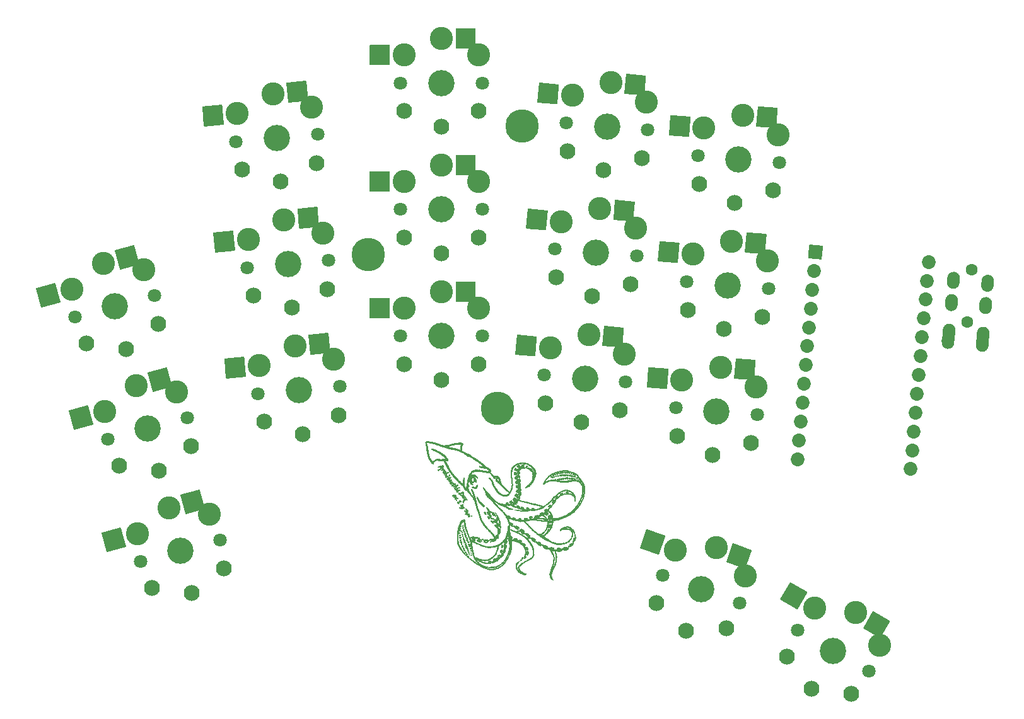
<source format=gbr>
%TF.GenerationSoftware,KiCad,Pcbnew,(5.1.10)-1*%
%TF.CreationDate,2021-07-07T00:34:51+02:00*%
%TF.ProjectId,architeuthis_dux,61726368-6974-4657-9574-6869735f6475,VERSION_HERE*%
%TF.SameCoordinates,Original*%
%TF.FileFunction,Soldermask,Top*%
%TF.FilePolarity,Negative*%
%FSLAX46Y46*%
G04 Gerber Fmt 4.6, Leading zero omitted, Abs format (unit mm)*
G04 Created by KiCad (PCBNEW (5.1.10)-1) date 2021-07-07 00:34:51*
%MOMM*%
%LPD*%
G01*
G04 APERTURE LIST*
%ADD10C,0.010000*%
%ADD11C,4.500000*%
%ADD12C,3.529000*%
%ADD13C,1.801800*%
%ADD14C,3.100000*%
%ADD15C,2.132000*%
%ADD16C,1.852600*%
%ADD17C,1.600000*%
G04 APERTURE END LIST*
D10*
%TO.C,G\u002A\u002A\u002A*%
G36*
X65382853Y9528088D02*
G01*
X65399255Y9506588D01*
X65424975Y9451794D01*
X65421454Y9405798D01*
X65399110Y9379560D01*
X65363274Y9366769D01*
X65331695Y9384603D01*
X65307757Y9420356D01*
X65287474Y9477811D01*
X65295292Y9519930D01*
X65328340Y9543514D01*
X65357665Y9546466D01*
X65382853Y9528088D01*
G37*
X65382853Y9528088D02*
X65399255Y9506588D01*
X65424975Y9451794D01*
X65421454Y9405798D01*
X65399110Y9379560D01*
X65363274Y9366769D01*
X65331695Y9384603D01*
X65307757Y9420356D01*
X65287474Y9477811D01*
X65295292Y9519930D01*
X65328340Y9543514D01*
X65357665Y9546466D01*
X65382853Y9528088D01*
G36*
X65107879Y9574857D02*
G01*
X65156743Y9527493D01*
X65174097Y9482197D01*
X65165892Y9443274D01*
X65147042Y9416313D01*
X65116713Y9409944D01*
X65090870Y9413265D01*
X65049373Y9426372D01*
X65024926Y9444784D01*
X65024034Y9446556D01*
X64999116Y9519768D01*
X64995747Y9570350D01*
X65001123Y9586551D01*
X65025601Y9609024D01*
X65062743Y9603291D01*
X65107879Y9574857D01*
G37*
X65107879Y9574857D02*
X65156743Y9527493D01*
X65174097Y9482197D01*
X65165892Y9443274D01*
X65147042Y9416313D01*
X65116713Y9409944D01*
X65090870Y9413265D01*
X65049373Y9426372D01*
X65024926Y9444784D01*
X65024034Y9446556D01*
X64999116Y9519768D01*
X64995747Y9570350D01*
X65001123Y9586551D01*
X65025601Y9609024D01*
X65062743Y9603291D01*
X65107879Y9574857D01*
G36*
X65635635Y9446362D02*
G01*
X65671333Y9413332D01*
X65685204Y9390990D01*
X65700350Y9352786D01*
X65695738Y9329238D01*
X65684846Y9317928D01*
X65644644Y9302660D01*
X65600831Y9310629D01*
X65573076Y9334516D01*
X65555624Y9382465D01*
X65557214Y9427764D01*
X65567317Y9446900D01*
X65597787Y9459058D01*
X65635635Y9446362D01*
G37*
X65635635Y9446362D02*
X65671333Y9413332D01*
X65685204Y9390990D01*
X65700350Y9352786D01*
X65695738Y9329238D01*
X65684846Y9317928D01*
X65644644Y9302660D01*
X65600831Y9310629D01*
X65573076Y9334516D01*
X65555624Y9382465D01*
X65557214Y9427764D01*
X65567317Y9446900D01*
X65597787Y9459058D01*
X65635635Y9446362D01*
G36*
X65955446Y9311034D02*
G01*
X65986311Y9273691D01*
X65994714Y9236322D01*
X65979199Y9208717D01*
X65971274Y9204432D01*
X65934512Y9200466D01*
X65884323Y9206575D01*
X65838675Y9220068D01*
X65827134Y9226012D01*
X65814818Y9250170D01*
X65814934Y9278792D01*
X65835949Y9317047D01*
X65875292Y9334831D01*
X65922642Y9329775D01*
X65955446Y9311034D01*
G37*
X65955446Y9311034D02*
X65986311Y9273691D01*
X65994714Y9236322D01*
X65979199Y9208717D01*
X65971274Y9204432D01*
X65934512Y9200466D01*
X65884323Y9206575D01*
X65838675Y9220068D01*
X65827134Y9226012D01*
X65814818Y9250170D01*
X65814934Y9278792D01*
X65835949Y9317047D01*
X65875292Y9334831D01*
X65922642Y9329775D01*
X65955446Y9311034D01*
G36*
X64843927Y9561295D02*
G01*
X64878637Y9516808D01*
X64894348Y9465416D01*
X64885054Y9417194D01*
X64857282Y9391711D01*
X64818760Y9396007D01*
X64772785Y9429015D01*
X64741999Y9463409D01*
X64704953Y9520410D01*
X64697203Y9561262D01*
X64718770Y9586882D01*
X64744683Y9595116D01*
X64797012Y9590268D01*
X64843927Y9561295D01*
G37*
X64843927Y9561295D02*
X64878637Y9516808D01*
X64894348Y9465416D01*
X64885054Y9417194D01*
X64857282Y9391711D01*
X64818760Y9396007D01*
X64772785Y9429015D01*
X64741999Y9463409D01*
X64704953Y9520410D01*
X64697203Y9561262D01*
X64718770Y9586882D01*
X64744683Y9595116D01*
X64797012Y9590268D01*
X64843927Y9561295D01*
G36*
X64497745Y9595464D02*
G01*
X64537711Y9559184D01*
X64568825Y9518529D01*
X64577639Y9500331D01*
X64588259Y9463656D01*
X64580854Y9441108D01*
X64559103Y9421871D01*
X64521220Y9399864D01*
X64489677Y9403731D01*
X64455569Y9435661D01*
X64444239Y9450069D01*
X64420841Y9494796D01*
X64408868Y9545574D01*
X64409316Y9591149D01*
X64423177Y9620264D01*
X64428909Y9623674D01*
X64458340Y9619563D01*
X64497745Y9595464D01*
G37*
X64497745Y9595464D02*
X64537711Y9559184D01*
X64568825Y9518529D01*
X64577639Y9500331D01*
X64588259Y9463656D01*
X64580854Y9441108D01*
X64559103Y9421871D01*
X64521220Y9399864D01*
X64489677Y9403731D01*
X64455569Y9435661D01*
X64444239Y9450069D01*
X64420841Y9494796D01*
X64408868Y9545574D01*
X64409316Y9591149D01*
X64423177Y9620264D01*
X64428909Y9623674D01*
X64458340Y9619563D01*
X64497745Y9595464D01*
G36*
X66191097Y9204345D02*
G01*
X66202378Y9174299D01*
X66195508Y9121131D01*
X66170444Y9092728D01*
X66134391Y9091422D01*
X66094561Y9119547D01*
X66082053Y9135345D01*
X66064947Y9167918D01*
X66071894Y9193002D01*
X66081149Y9204329D01*
X66118459Y9226770D01*
X66159113Y9225784D01*
X66191097Y9204345D01*
G37*
X66191097Y9204345D02*
X66202378Y9174299D01*
X66195508Y9121131D01*
X66170444Y9092728D01*
X66134391Y9091422D01*
X66094561Y9119547D01*
X66082053Y9135345D01*
X66064947Y9167918D01*
X66071894Y9193002D01*
X66081149Y9204329D01*
X66118459Y9226770D01*
X66159113Y9225784D01*
X66191097Y9204345D01*
G36*
X64266149Y9546013D02*
G01*
X64304193Y9504544D01*
X64313787Y9450886D01*
X64293094Y9391884D01*
X64265165Y9373114D01*
X64225317Y9378066D01*
X64182460Y9403721D01*
X64149717Y9440447D01*
X64125453Y9486212D01*
X64124078Y9522772D01*
X64129722Y9538605D01*
X64149387Y9566639D01*
X64180721Y9572796D01*
X64202386Y9569928D01*
X64266149Y9546013D01*
G37*
X64266149Y9546013D02*
X64304193Y9504544D01*
X64313787Y9450886D01*
X64293094Y9391884D01*
X64265165Y9373114D01*
X64225317Y9378066D01*
X64182460Y9403721D01*
X64149717Y9440447D01*
X64125453Y9486212D01*
X64124078Y9522772D01*
X64129722Y9538605D01*
X64149387Y9566639D01*
X64180721Y9572796D01*
X64202386Y9569928D01*
X64266149Y9546013D01*
G36*
X63972816Y9490420D02*
G01*
X64001506Y9463399D01*
X64034382Y9423492D01*
X64041360Y9388050D01*
X64038623Y9375126D01*
X64016114Y9342693D01*
X63976430Y9339040D01*
X63920321Y9364187D01*
X63908553Y9371761D01*
X63871569Y9409942D01*
X63866930Y9450353D01*
X63894929Y9488272D01*
X63901014Y9492794D01*
X63926614Y9508408D01*
X63946985Y9508659D01*
X63972816Y9490420D01*
G37*
X63972816Y9490420D02*
X64001506Y9463399D01*
X64034382Y9423492D01*
X64041360Y9388050D01*
X64038623Y9375126D01*
X64016114Y9342693D01*
X63976430Y9339040D01*
X63920321Y9364187D01*
X63908553Y9371761D01*
X63871569Y9409942D01*
X63866930Y9450353D01*
X63894929Y9488272D01*
X63901014Y9492794D01*
X63926614Y9508408D01*
X63946985Y9508659D01*
X63972816Y9490420D01*
G36*
X65499565Y9157815D02*
G01*
X65515003Y9140899D01*
X65537339Y9100029D01*
X65529723Y9067736D01*
X65490410Y9037714D01*
X65485758Y9035175D01*
X65428027Y9016138D01*
X65378058Y9021305D01*
X65345141Y9049077D01*
X65338012Y9085082D01*
X65343088Y9122565D01*
X65358823Y9154213D01*
X65388550Y9168872D01*
X65421715Y9172919D01*
X65469583Y9172093D01*
X65499565Y9157815D01*
G37*
X65499565Y9157815D02*
X65515003Y9140899D01*
X65537339Y9100029D01*
X65529723Y9067736D01*
X65490410Y9037714D01*
X65485758Y9035175D01*
X65428027Y9016138D01*
X65378058Y9021305D01*
X65345141Y9049077D01*
X65338012Y9085082D01*
X65343088Y9122565D01*
X65358823Y9154213D01*
X65388550Y9168872D01*
X65421715Y9172919D01*
X65469583Y9172093D01*
X65499565Y9157815D01*
G36*
X66164398Y9002194D02*
G01*
X66203814Y8971546D01*
X66217385Y8935365D01*
X66204710Y8899034D01*
X66175629Y8878477D01*
X66144130Y8869343D01*
X66128043Y8872434D01*
X66115333Y8884465D01*
X66082230Y8933634D01*
X66080923Y8977285D01*
X66090130Y8993531D01*
X66122562Y9011043D01*
X66164398Y9002194D01*
G37*
X66164398Y9002194D02*
X66203814Y8971546D01*
X66217385Y8935365D01*
X66204710Y8899034D01*
X66175629Y8878477D01*
X66144130Y8869343D01*
X66128043Y8872434D01*
X66115333Y8884465D01*
X66082230Y8933634D01*
X66080923Y8977285D01*
X66090130Y8993531D01*
X66122562Y9011043D01*
X66164398Y9002194D01*
G36*
X65985478Y9037302D02*
G01*
X66001768Y9003120D01*
X65986958Y8960758D01*
X65977289Y8948664D01*
X65939617Y8918571D01*
X65904799Y8919612D01*
X65885060Y8932368D01*
X65859341Y8967925D01*
X65850348Y9010425D01*
X65860710Y9044938D01*
X65864511Y9048870D01*
X65894297Y9058547D01*
X65938210Y9057369D01*
X65940236Y9057026D01*
X65985478Y9037302D01*
G37*
X65985478Y9037302D02*
X66001768Y9003120D01*
X65986958Y8960758D01*
X65977289Y8948664D01*
X65939617Y8918571D01*
X65904799Y8919612D01*
X65885060Y8932368D01*
X65859341Y8967925D01*
X65850348Y9010425D01*
X65860710Y9044938D01*
X65864511Y9048870D01*
X65894297Y9058547D01*
X65938210Y9057369D01*
X65940236Y9057026D01*
X65985478Y9037302D01*
G36*
X65749195Y9113559D02*
G01*
X65753390Y9065920D01*
X65747361Y9028028D01*
X65724550Y8966914D01*
X65689155Y8933317D01*
X65644453Y8929864D01*
X65630834Y8934605D01*
X65614817Y8952596D01*
X65600288Y8984923D01*
X65590880Y9019436D01*
X65590222Y9043986D01*
X65596714Y9048774D01*
X65597632Y9059322D01*
X65589873Y9075790D01*
X65585249Y9108654D01*
X65610161Y9132583D01*
X65660746Y9144389D01*
X65673753Y9145018D01*
X65723511Y9138555D01*
X65749195Y9113559D01*
G37*
X65749195Y9113559D02*
X65753390Y9065920D01*
X65747361Y9028028D01*
X65724550Y8966914D01*
X65689155Y8933317D01*
X65644453Y8929864D01*
X65630834Y8934605D01*
X65614817Y8952596D01*
X65600288Y8984923D01*
X65590880Y9019436D01*
X65590222Y9043986D01*
X65596714Y9048774D01*
X65597632Y9059322D01*
X65589873Y9075790D01*
X65585249Y9108654D01*
X65610161Y9132583D01*
X65660746Y9144389D01*
X65673753Y9145018D01*
X65723511Y9138555D01*
X65749195Y9113559D01*
G36*
X65231124Y9198934D02*
G01*
X65239661Y9161525D01*
X65234453Y9123788D01*
X65212716Y9064161D01*
X65179970Y9024736D01*
X65142154Y9008958D01*
X65105204Y9020271D01*
X65087801Y9038714D01*
X65076820Y9074195D01*
X65077487Y9097313D01*
X65075651Y9136478D01*
X65068096Y9154592D01*
X65060471Y9186160D01*
X65081806Y9210103D01*
X65127304Y9221836D01*
X65138860Y9222313D01*
X65199020Y9217653D01*
X65231124Y9198934D01*
G37*
X65231124Y9198934D02*
X65239661Y9161525D01*
X65234453Y9123788D01*
X65212716Y9064161D01*
X65179970Y9024736D01*
X65142154Y9008958D01*
X65105204Y9020271D01*
X65087801Y9038714D01*
X65076820Y9074195D01*
X65077487Y9097313D01*
X65075651Y9136478D01*
X65068096Y9154592D01*
X65060471Y9186160D01*
X65081806Y9210103D01*
X65127304Y9221836D01*
X65138860Y9222313D01*
X65199020Y9217653D01*
X65231124Y9198934D01*
G36*
X63746471Y9375158D02*
G01*
X63782744Y9345689D01*
X63805323Y9312287D01*
X63807584Y9281361D01*
X63794932Y9265559D01*
X63756588Y9256508D01*
X63705276Y9265911D01*
X63654625Y9291222D01*
X63653597Y9291955D01*
X63630447Y9323218D01*
X63627129Y9360066D01*
X63642898Y9389020D01*
X63659346Y9396678D01*
X63703130Y9394291D01*
X63746471Y9375158D01*
G37*
X63746471Y9375158D02*
X63782744Y9345689D01*
X63805323Y9312287D01*
X63807584Y9281361D01*
X63794932Y9265559D01*
X63756588Y9256508D01*
X63705276Y9265911D01*
X63654625Y9291222D01*
X63653597Y9291955D01*
X63630447Y9323218D01*
X63627129Y9360066D01*
X63642898Y9389020D01*
X63659346Y9396678D01*
X63703130Y9394291D01*
X63746471Y9375158D01*
G36*
X64949051Y9243021D02*
G01*
X64975242Y9209881D01*
X64981295Y9160042D01*
X64971256Y9119883D01*
X64940119Y9065731D01*
X64903010Y9039066D01*
X64865437Y9041213D01*
X64832914Y9073502D01*
X64826826Y9085118D01*
X64813737Y9143455D01*
X64825231Y9198068D01*
X64858207Y9236548D01*
X64908210Y9253797D01*
X64949051Y9243021D01*
G37*
X64949051Y9243021D02*
X64975242Y9209881D01*
X64981295Y9160042D01*
X64971256Y9119883D01*
X64940119Y9065731D01*
X64903010Y9039066D01*
X64865437Y9041213D01*
X64832914Y9073502D01*
X64826826Y9085118D01*
X64813737Y9143455D01*
X64825231Y9198068D01*
X64858207Y9236548D01*
X64908210Y9253797D01*
X64949051Y9243021D01*
G36*
X66627783Y8725737D02*
G01*
X66623001Y8710578D01*
X66611595Y8699638D01*
X66602917Y8714190D01*
X66601125Y8739836D01*
X66605356Y8745890D01*
X66622336Y8745722D01*
X66627783Y8725737D01*
G37*
X66627783Y8725737D02*
X66623001Y8710578D01*
X66611595Y8699638D01*
X66602917Y8714190D01*
X66601125Y8739836D01*
X66605356Y8745890D01*
X66622336Y8745722D01*
X66627783Y8725737D01*
G36*
X66459904Y8864760D02*
G01*
X66488762Y8830726D01*
X66498337Y8789015D01*
X66492225Y8764729D01*
X66463920Y8734148D01*
X66424057Y8729627D01*
X66381160Y8749935D01*
X66348891Y8785476D01*
X66329956Y8822390D01*
X66333504Y8849643D01*
X66343123Y8863920D01*
X66378534Y8887046D01*
X66420311Y8885430D01*
X66459904Y8864760D01*
G37*
X66459904Y8864760D02*
X66488762Y8830726D01*
X66498337Y8789015D01*
X66492225Y8764729D01*
X66463920Y8734148D01*
X66424057Y8729627D01*
X66381160Y8749935D01*
X66348891Y8785476D01*
X66329956Y8822390D01*
X66333504Y8849643D01*
X66343123Y8863920D01*
X66378534Y8887046D01*
X66420311Y8885430D01*
X66459904Y8864760D01*
G36*
X64716122Y9231275D02*
G01*
X64720273Y9221651D01*
X64726196Y9176728D01*
X64721404Y9123814D01*
X64708520Y9074509D01*
X64690164Y9040413D01*
X64677436Y9032045D01*
X64633934Y9030232D01*
X64596771Y9038930D01*
X64581774Y9051373D01*
X64577097Y9075510D01*
X64571695Y9120021D01*
X64569673Y9141244D01*
X64567628Y9191236D01*
X64575119Y9220732D01*
X64595602Y9242576D01*
X64597302Y9243910D01*
X64641833Y9263003D01*
X64685460Y9258065D01*
X64716122Y9231275D01*
G37*
X64716122Y9231275D02*
X64720273Y9221651D01*
X64726196Y9176728D01*
X64721404Y9123814D01*
X64708520Y9074509D01*
X64690164Y9040413D01*
X64677436Y9032045D01*
X64633934Y9030232D01*
X64596771Y9038930D01*
X64581774Y9051373D01*
X64577097Y9075510D01*
X64571695Y9120021D01*
X64569673Y9141244D01*
X64567628Y9191236D01*
X64575119Y9220732D01*
X64595602Y9242576D01*
X64597302Y9243910D01*
X64641833Y9263003D01*
X64685460Y9258065D01*
X64716122Y9231275D01*
G36*
X64451234Y9213208D02*
G01*
X64459562Y9177268D01*
X64460550Y9130023D01*
X64455446Y9082489D01*
X64445501Y9045682D01*
X64431967Y9030623D01*
X64430530Y9030725D01*
X64400970Y9030261D01*
X64390969Y9028718D01*
X64360637Y9036087D01*
X64342306Y9050204D01*
X64327461Y9083777D01*
X64320983Y9133877D01*
X64323162Y9185477D01*
X64334288Y9223555D01*
X64338835Y9229539D01*
X64379497Y9250893D01*
X64421240Y9244682D01*
X64451234Y9213208D01*
G37*
X64451234Y9213208D02*
X64459562Y9177268D01*
X64460550Y9130023D01*
X64455446Y9082489D01*
X64445501Y9045682D01*
X64431967Y9030623D01*
X64430530Y9030725D01*
X64400970Y9030261D01*
X64390969Y9028718D01*
X64360637Y9036087D01*
X64342306Y9050204D01*
X64327461Y9083777D01*
X64320983Y9133877D01*
X64323162Y9185477D01*
X64334288Y9223555D01*
X64338835Y9229539D01*
X64379497Y9250893D01*
X64421240Y9244682D01*
X64451234Y9213208D01*
G36*
X63555688Y9321700D02*
G01*
X63575522Y9288397D01*
X63574904Y9260378D01*
X63553708Y9226903D01*
X63511202Y9203817D01*
X63458890Y9193038D01*
X63408274Y9196487D01*
X63370858Y9216082D01*
X63364038Y9225199D01*
X63358668Y9262340D01*
X63385698Y9295400D01*
X63443724Y9322769D01*
X63451032Y9325087D01*
X63512871Y9334620D01*
X63555688Y9321700D01*
G37*
X63555688Y9321700D02*
X63575522Y9288397D01*
X63574904Y9260378D01*
X63553708Y9226903D01*
X63511202Y9203817D01*
X63458890Y9193038D01*
X63408274Y9196487D01*
X63370858Y9216082D01*
X63364038Y9225199D01*
X63358668Y9262340D01*
X63385698Y9295400D01*
X63443724Y9322769D01*
X63451032Y9325087D01*
X63512871Y9334620D01*
X63555688Y9321700D01*
G36*
X64187784Y9185899D02*
G01*
X64202922Y9167820D01*
X64227740Y9117512D01*
X64230956Y9068443D01*
X64216261Y9027628D01*
X64187343Y9002088D01*
X64147894Y8998839D01*
X64120342Y9010735D01*
X64098718Y9040084D01*
X64083570Y9088577D01*
X64077831Y9141654D01*
X64084429Y9184755D01*
X64085029Y9186149D01*
X64111437Y9216400D01*
X64147048Y9216104D01*
X64187784Y9185899D01*
G37*
X64187784Y9185899D02*
X64202922Y9167820D01*
X64227740Y9117512D01*
X64230956Y9068443D01*
X64216261Y9027628D01*
X64187343Y9002088D01*
X64147894Y8998839D01*
X64120342Y9010735D01*
X64098718Y9040084D01*
X64083570Y9088577D01*
X64077831Y9141654D01*
X64084429Y9184755D01*
X64085029Y9186149D01*
X64111437Y9216400D01*
X64147048Y9216104D01*
X64187784Y9185899D01*
G36*
X66404945Y8634806D02*
G01*
X66409066Y8600648D01*
X66402124Y8584146D01*
X66384344Y8567880D01*
X66360093Y8578232D01*
X66340547Y8596694D01*
X66325716Y8627467D01*
X66339168Y8649417D01*
X66375277Y8653402D01*
X66404945Y8634806D01*
G37*
X66404945Y8634806D02*
X66409066Y8600648D01*
X66402124Y8584146D01*
X66384344Y8567880D01*
X66360093Y8578232D01*
X66340547Y8596694D01*
X66325716Y8627467D01*
X66339168Y8649417D01*
X66375277Y8653402D01*
X66404945Y8634806D01*
G36*
X66631588Y8545422D02*
G01*
X66654478Y8516094D01*
X66657810Y8496906D01*
X66642188Y8490307D01*
X66609437Y8491988D01*
X66574670Y8499785D01*
X66552998Y8511533D01*
X66552679Y8511964D01*
X66551986Y8536041D01*
X66572036Y8556952D01*
X66598925Y8562348D01*
X66631588Y8545422D01*
G37*
X66631588Y8545422D02*
X66654478Y8516094D01*
X66657810Y8496906D01*
X66642188Y8490307D01*
X66609437Y8491988D01*
X66574670Y8499785D01*
X66552998Y8511533D01*
X66552679Y8511964D01*
X66551986Y8536041D01*
X66572036Y8556952D01*
X66598925Y8562348D01*
X66631588Y8545422D01*
G36*
X66149618Y8713663D02*
G01*
X66161824Y8677067D01*
X66151214Y8635055D01*
X66137769Y8616700D01*
X66099823Y8591104D01*
X66063830Y8589471D01*
X66039793Y8610960D01*
X66035841Y8625246D01*
X66042048Y8666143D01*
X66064994Y8704994D01*
X66095937Y8730095D01*
X66116664Y8733414D01*
X66149618Y8713663D01*
G37*
X66149618Y8713663D02*
X66161824Y8677067D01*
X66151214Y8635055D01*
X66137769Y8616700D01*
X66099823Y8591104D01*
X66063830Y8589471D01*
X66039793Y8610960D01*
X66035841Y8625246D01*
X66042048Y8666143D01*
X66064994Y8704994D01*
X66095937Y8730095D01*
X66116664Y8733414D01*
X66149618Y8713663D01*
G36*
X63881092Y9155387D02*
G01*
X63900831Y9126278D01*
X63911592Y9090638D01*
X63923915Y9026423D01*
X63921018Y8988837D01*
X63901344Y8973493D01*
X63870341Y8974648D01*
X63834068Y8988721D01*
X63808958Y9021582D01*
X63796997Y9049718D01*
X63782658Y9110736D01*
X63791616Y9151304D01*
X63822731Y9168826D01*
X63848911Y9167693D01*
X63881092Y9155387D01*
G37*
X63881092Y9155387D02*
X63900831Y9126278D01*
X63911592Y9090638D01*
X63923915Y9026423D01*
X63921018Y8988837D01*
X63901344Y8973493D01*
X63870341Y8974648D01*
X63834068Y8988721D01*
X63808958Y9021582D01*
X63796997Y9049718D01*
X63782658Y9110736D01*
X63791616Y9151304D01*
X63822731Y9168826D01*
X63848911Y9167693D01*
X63881092Y9155387D01*
G36*
X65908553Y8780800D02*
G01*
X65922080Y8764730D01*
X65922489Y8736171D01*
X65908848Y8688961D01*
X65885791Y8630240D01*
X65857912Y8597126D01*
X65819775Y8590806D01*
X65794438Y8603202D01*
X65778373Y8631424D01*
X65778691Y8680757D01*
X65781542Y8699096D01*
X65793232Y8747710D01*
X65810467Y8772995D01*
X65838619Y8785072D01*
X65881327Y8788187D01*
X65908553Y8780800D01*
G37*
X65908553Y8780800D02*
X65922080Y8764730D01*
X65922489Y8736171D01*
X65908848Y8688961D01*
X65885791Y8630240D01*
X65857912Y8597126D01*
X65819775Y8590806D01*
X65794438Y8603202D01*
X65778373Y8631424D01*
X65778691Y8680757D01*
X65781542Y8699096D01*
X65793232Y8747710D01*
X65810467Y8772995D01*
X65838619Y8785072D01*
X65881327Y8788187D01*
X65908553Y8780800D01*
G36*
X65628427Y8775748D02*
G01*
X65672383Y8740001D01*
X65688612Y8687130D01*
X65682103Y8641429D01*
X65665843Y8610001D01*
X65635402Y8600655D01*
X65616588Y8601336D01*
X65575391Y8611592D01*
X65550849Y8630134D01*
X65538466Y8676099D01*
X65540903Y8727765D01*
X65556940Y8767934D01*
X65560948Y8772399D01*
X65592781Y8785389D01*
X65628427Y8775748D01*
G37*
X65628427Y8775748D02*
X65672383Y8740001D01*
X65688612Y8687130D01*
X65682103Y8641429D01*
X65665843Y8610001D01*
X65635402Y8600655D01*
X65616588Y8601336D01*
X65575391Y8611592D01*
X65550849Y8630134D01*
X65538466Y8676099D01*
X65540903Y8727765D01*
X65556940Y8767934D01*
X65560948Y8772399D01*
X65592781Y8785389D01*
X65628427Y8775748D01*
G36*
X63279262Y9172938D02*
G01*
X63291275Y9154787D01*
X63296744Y9110736D01*
X63269433Y9065544D01*
X63247867Y9045692D01*
X63211093Y9030726D01*
X63165474Y9030250D01*
X63124266Y9042210D01*
X63100723Y9064548D01*
X63099526Y9068708D01*
X63107123Y9109800D01*
X63139990Y9147251D01*
X63189791Y9173027D01*
X63213248Y9178366D01*
X63256370Y9181812D01*
X63279262Y9172938D01*
G37*
X63279262Y9172938D02*
X63291275Y9154787D01*
X63296744Y9110736D01*
X63269433Y9065544D01*
X63247867Y9045692D01*
X63211093Y9030726D01*
X63165474Y9030250D01*
X63124266Y9042210D01*
X63100723Y9064548D01*
X63099526Y9068708D01*
X63107123Y9109800D01*
X63139990Y9147251D01*
X63189791Y9173027D01*
X63213248Y9178366D01*
X63256370Y9181812D01*
X63279262Y9172938D01*
G36*
X65406719Y8803943D02*
G01*
X65411105Y8799887D01*
X65441240Y8756629D01*
X65450796Y8710244D01*
X65442788Y8668102D01*
X65420235Y8637578D01*
X65386154Y8626041D01*
X65345506Y8639602D01*
X65332284Y8662790D01*
X65322126Y8706243D01*
X65320055Y8723738D01*
X65318107Y8770949D01*
X65325634Y8796406D01*
X65346197Y8811723D01*
X65347181Y8812211D01*
X65378399Y8820312D01*
X65406719Y8803943D01*
G37*
X65406719Y8803943D02*
X65411105Y8799887D01*
X65441240Y8756629D01*
X65450796Y8710244D01*
X65442788Y8668102D01*
X65420235Y8637578D01*
X65386154Y8626041D01*
X65345506Y8639602D01*
X65332284Y8662790D01*
X65322126Y8706243D01*
X65320055Y8723738D01*
X65318107Y8770949D01*
X65325634Y8796406D01*
X65346197Y8811723D01*
X65347181Y8812211D01*
X65378399Y8820312D01*
X65406719Y8803943D01*
G36*
X63653309Y9067229D02*
G01*
X63667059Y9051023D01*
X63679402Y9011253D01*
X63676349Y8976580D01*
X63659559Y8945635D01*
X63627504Y8936967D01*
X63612622Y8937603D01*
X63566344Y8949647D01*
X63534681Y8969690D01*
X63516601Y9006212D01*
X63529025Y9039970D01*
X63568730Y9064865D01*
X63587779Y9070207D01*
X63629324Y9076006D01*
X63653309Y9067229D01*
G37*
X63653309Y9067229D02*
X63667059Y9051023D01*
X63679402Y9011253D01*
X63676349Y8976580D01*
X63659559Y8945635D01*
X63627504Y8936967D01*
X63612622Y8937603D01*
X63566344Y8949647D01*
X63534681Y8969690D01*
X63516601Y9006212D01*
X63529025Y9039970D01*
X63568730Y9064865D01*
X63587779Y9070207D01*
X63629324Y9076006D01*
X63653309Y9067229D01*
G36*
X65160765Y8844937D02*
G01*
X65190703Y8794792D01*
X65210216Y8727746D01*
X65213438Y8704409D01*
X65216820Y8655512D01*
X65211728Y8629003D01*
X65195161Y8613831D01*
X65187820Y8609992D01*
X65156933Y8597280D01*
X65134684Y8600940D01*
X65106641Y8624657D01*
X65098352Y8632843D01*
X65044003Y8701609D01*
X65023074Y8766556D01*
X65035629Y8827372D01*
X65052290Y8853399D01*
X65087170Y8878299D01*
X65124791Y8874126D01*
X65160765Y8844937D01*
G37*
X65160765Y8844937D02*
X65190703Y8794792D01*
X65210216Y8727746D01*
X65213438Y8704409D01*
X65216820Y8655512D01*
X65211728Y8629003D01*
X65195161Y8613831D01*
X65187820Y8609992D01*
X65156933Y8597280D01*
X65134684Y8600940D01*
X65106641Y8624657D01*
X65098352Y8632843D01*
X65044003Y8701609D01*
X65023074Y8766556D01*
X65035629Y8827372D01*
X65052290Y8853399D01*
X65087170Y8878299D01*
X65124791Y8874126D01*
X65160765Y8844937D01*
G36*
X63426495Y8973546D02*
G01*
X63434466Y8945894D01*
X63414927Y8915438D01*
X63386640Y8897456D01*
X63345475Y8882063D01*
X63324874Y8888336D01*
X63317074Y8919333D01*
X63316615Y8925055D01*
X63321561Y8971208D01*
X63347295Y8991555D01*
X63390667Y8990403D01*
X63426495Y8973546D01*
G37*
X63426495Y8973546D02*
X63434466Y8945894D01*
X63414927Y8915438D01*
X63386640Y8897456D01*
X63345475Y8882063D01*
X63324874Y8888336D01*
X63317074Y8919333D01*
X63316615Y8925055D01*
X63321561Y8971208D01*
X63347295Y8991555D01*
X63390667Y8990403D01*
X63426495Y8973546D01*
G36*
X64847893Y8780075D02*
G01*
X64880619Y8740111D01*
X64902181Y8693415D01*
X64907076Y8648769D01*
X64889899Y8615035D01*
X64848798Y8599479D01*
X64803058Y8614771D01*
X64757457Y8659204D01*
X64754307Y8663481D01*
X64728610Y8717575D01*
X64730602Y8764996D01*
X64759487Y8799003D01*
X64770979Y8804685D01*
X64809512Y8804527D01*
X64847893Y8780075D01*
G37*
X64847893Y8780075D02*
X64880619Y8740111D01*
X64902181Y8693415D01*
X64907076Y8648769D01*
X64889899Y8615035D01*
X64848798Y8599479D01*
X64803058Y8614771D01*
X64757457Y8659204D01*
X64754307Y8663481D01*
X64728610Y8717575D01*
X64730602Y8764996D01*
X64759487Y8799003D01*
X64770979Y8804685D01*
X64809512Y8804527D01*
X64847893Y8780075D01*
G36*
X66872090Y8403655D02*
G01*
X66921529Y8342646D01*
X66935114Y8322134D01*
X66966848Y8265548D01*
X66983429Y8220686D01*
X66983437Y8193192D01*
X66968930Y8187778D01*
X66950329Y8199326D01*
X66914505Y8226755D01*
X66876677Y8257879D01*
X66821788Y8312325D01*
X66789136Y8362116D01*
X66780962Y8402584D01*
X66795563Y8426615D01*
X66830092Y8431651D01*
X66872090Y8403655D01*
G37*
X66872090Y8403655D02*
X66921529Y8342646D01*
X66935114Y8322134D01*
X66966848Y8265548D01*
X66983429Y8220686D01*
X66983437Y8193192D01*
X66968930Y8187778D01*
X66950329Y8199326D01*
X66914505Y8226755D01*
X66876677Y8257879D01*
X66821788Y8312325D01*
X66789136Y8362116D01*
X66780962Y8402584D01*
X66795563Y8426615D01*
X66830092Y8431651D01*
X66872090Y8403655D01*
G36*
X64565872Y8763769D02*
G01*
X64597476Y8725952D01*
X64622627Y8679354D01*
X64636615Y8632051D01*
X64634729Y8592118D01*
X64622792Y8573966D01*
X64584248Y8558469D01*
X64541188Y8574956D01*
X64502791Y8610954D01*
X64475859Y8660037D01*
X64469608Y8714330D01*
X64484083Y8761464D01*
X64502155Y8780760D01*
X64532529Y8784731D01*
X64565872Y8763769D01*
G37*
X64565872Y8763769D02*
X64597476Y8725952D01*
X64622627Y8679354D01*
X64636615Y8632051D01*
X64634729Y8592118D01*
X64622792Y8573966D01*
X64584248Y8558469D01*
X64541188Y8574956D01*
X64502791Y8610954D01*
X64475859Y8660037D01*
X64469608Y8714330D01*
X64484083Y8761464D01*
X64502155Y8780760D01*
X64532529Y8784731D01*
X64565872Y8763769D01*
G36*
X63024281Y8967958D02*
G01*
X63032341Y8935211D01*
X63009035Y8892208D01*
X62990283Y8871834D01*
X62946633Y8838771D01*
X62911349Y8836731D01*
X62879656Y8865501D01*
X62878706Y8866845D01*
X62867342Y8909871D01*
X62875902Y8940465D01*
X62902529Y8982132D01*
X62938709Y8996023D01*
X62984921Y8989002D01*
X63024281Y8967958D01*
G37*
X63024281Y8967958D02*
X63032341Y8935211D01*
X63009035Y8892208D01*
X62990283Y8871834D01*
X62946633Y8838771D01*
X62911349Y8836731D01*
X62879656Y8865501D01*
X62878706Y8866845D01*
X62867342Y8909871D01*
X62875902Y8940465D01*
X62902529Y8982132D01*
X62938709Y8996023D01*
X62984921Y8989002D01*
X63024281Y8967958D01*
G36*
X63194697Y8898446D02*
G01*
X63212676Y8869143D01*
X63207070Y8826723D01*
X63190367Y8798272D01*
X63154263Y8770300D01*
X63112093Y8762466D01*
X63077335Y8776535D01*
X63072008Y8782766D01*
X63066335Y8816327D01*
X63080461Y8856977D01*
X63108824Y8889327D01*
X63111049Y8890789D01*
X63158898Y8907905D01*
X63194697Y8898446D01*
G37*
X63194697Y8898446D02*
X63212676Y8869143D01*
X63207070Y8826723D01*
X63190367Y8798272D01*
X63154263Y8770300D01*
X63112093Y8762466D01*
X63077335Y8776535D01*
X63072008Y8782766D01*
X63066335Y8816327D01*
X63080461Y8856977D01*
X63108824Y8889327D01*
X63111049Y8890789D01*
X63158898Y8907905D01*
X63194697Y8898446D01*
G36*
X64338492Y8705236D02*
G01*
X64375113Y8665840D01*
X64395654Y8618420D01*
X64397448Y8603442D01*
X64388420Y8551466D01*
X64359502Y8524962D01*
X64315918Y8526653D01*
X64282812Y8543742D01*
X64256333Y8572274D01*
X64228575Y8617221D01*
X64221832Y8631096D01*
X64204378Y8678465D01*
X64205531Y8708343D01*
X64214580Y8721898D01*
X64249984Y8738604D01*
X64294034Y8731271D01*
X64338492Y8705236D01*
G37*
X64338492Y8705236D02*
X64375113Y8665840D01*
X64395654Y8618420D01*
X64397448Y8603442D01*
X64388420Y8551466D01*
X64359502Y8524962D01*
X64315918Y8526653D01*
X64282812Y8543742D01*
X64256333Y8572274D01*
X64228575Y8617221D01*
X64221832Y8631096D01*
X64204378Y8678465D01*
X64205531Y8708343D01*
X64214580Y8721898D01*
X64249984Y8738604D01*
X64294034Y8731271D01*
X64338492Y8705236D01*
G36*
X64074545Y8652440D02*
G01*
X64116548Y8633569D01*
X64133970Y8614476D01*
X64133705Y8582382D01*
X64128198Y8552954D01*
X64106550Y8492711D01*
X64073168Y8463950D01*
X64030226Y8467250D01*
X63979901Y8503189D01*
X63971916Y8511360D01*
X63941652Y8562189D01*
X63940285Y8600316D01*
X63959089Y8648233D01*
X63994935Y8668330D01*
X64049817Y8661383D01*
X64074545Y8652440D01*
G37*
X64074545Y8652440D02*
X64116548Y8633569D01*
X64133970Y8614476D01*
X64133705Y8582382D01*
X64128198Y8552954D01*
X64106550Y8492711D01*
X64073168Y8463950D01*
X64030226Y8467250D01*
X63979901Y8503189D01*
X63971916Y8511360D01*
X63941652Y8562189D01*
X63940285Y8600316D01*
X63959089Y8648233D01*
X63994935Y8668330D01*
X64049817Y8661383D01*
X64074545Y8652440D01*
G36*
X62810390Y3760508D02*
G01*
X62850099Y3707712D01*
X62857631Y3693441D01*
X62887206Y3614709D01*
X62900343Y3535230D01*
X62897416Y3462651D01*
X62878802Y3404622D01*
X62844872Y3368791D01*
X62841654Y3367180D01*
X62799405Y3352451D01*
X62768900Y3359297D01*
X62738957Y3391707D01*
X62727908Y3407769D01*
X62694604Y3472291D01*
X62680593Y3542370D01*
X62684022Y3629107D01*
X62687074Y3652517D01*
X62705895Y3725788D01*
X62734948Y3768744D01*
X62770893Y3780585D01*
X62810390Y3760508D01*
G37*
X62810390Y3760508D02*
X62850099Y3707712D01*
X62857631Y3693441D01*
X62887206Y3614709D01*
X62900343Y3535230D01*
X62897416Y3462651D01*
X62878802Y3404622D01*
X62844872Y3368791D01*
X62841654Y3367180D01*
X62799405Y3352451D01*
X62768900Y3359297D01*
X62738957Y3391707D01*
X62727908Y3407769D01*
X62694604Y3472291D01*
X62680593Y3542370D01*
X62684022Y3629107D01*
X62687074Y3652517D01*
X62705895Y3725788D01*
X62734948Y3768744D01*
X62770893Y3780585D01*
X62810390Y3760508D01*
G36*
X56432344Y-242021D02*
G01*
X56474485Y-271730D01*
X56492776Y-302697D01*
X56499713Y-334177D01*
X56497768Y-366613D01*
X56485105Y-410427D01*
X56464144Y-465407D01*
X56430125Y-539106D01*
X56396566Y-583506D01*
X56358947Y-602830D01*
X56317614Y-602224D01*
X56283507Y-582579D01*
X56269043Y-546344D01*
X56268584Y-508697D01*
X56275625Y-452785D01*
X56287937Y-388547D01*
X56303295Y-325924D01*
X56319468Y-274861D01*
X56334233Y-245298D01*
X56337079Y-242661D01*
X56382143Y-230634D01*
X56432344Y-242021D01*
G37*
X56432344Y-242021D02*
X56474485Y-271730D01*
X56492776Y-302697D01*
X56499713Y-334177D01*
X56497768Y-366613D01*
X56485105Y-410427D01*
X56464144Y-465407D01*
X56430125Y-539106D01*
X56396566Y-583506D01*
X56358947Y-602830D01*
X56317614Y-602224D01*
X56283507Y-582579D01*
X56269043Y-546344D01*
X56268584Y-508697D01*
X56275625Y-452785D01*
X56287937Y-388547D01*
X56303295Y-325924D01*
X56319468Y-274861D01*
X56334233Y-245298D01*
X56337079Y-242661D01*
X56382143Y-230634D01*
X56432344Y-242021D01*
G36*
X56350013Y-899045D02*
G01*
X56368018Y-920313D01*
X56380082Y-967922D01*
X56371361Y-1029212D01*
X56346321Y-1096211D01*
X56309433Y-1160944D01*
X56265165Y-1215440D01*
X56217985Y-1251722D01*
X56176398Y-1262198D01*
X56131661Y-1246862D01*
X56108512Y-1225681D01*
X56096404Y-1198290D01*
X56095701Y-1160404D01*
X56106499Y-1102274D01*
X56109841Y-1088209D01*
X56126500Y-1028119D01*
X56145195Y-989406D01*
X56173478Y-960015D01*
X56203939Y-937905D01*
X56268503Y-899901D01*
X56315645Y-887113D01*
X56350013Y-899045D01*
G37*
X56350013Y-899045D02*
X56368018Y-920313D01*
X56380082Y-967922D01*
X56371361Y-1029212D01*
X56346321Y-1096211D01*
X56309433Y-1160944D01*
X56265165Y-1215440D01*
X56217985Y-1251722D01*
X56176398Y-1262198D01*
X56131661Y-1246862D01*
X56108512Y-1225681D01*
X56096404Y-1198290D01*
X56095701Y-1160404D01*
X56106499Y-1102274D01*
X56109841Y-1088209D01*
X56126500Y-1028119D01*
X56145195Y-989406D01*
X56173478Y-960015D01*
X56203939Y-937905D01*
X56268503Y-899901D01*
X56315645Y-887113D01*
X56350013Y-899045D01*
G36*
X56696807Y-98200D02*
G01*
X56705530Y-124333D01*
X56713035Y-151375D01*
X56722970Y-148223D01*
X56730338Y-137311D01*
X56759960Y-116895D01*
X56802835Y-124923D01*
X56855596Y-160307D01*
X56883665Y-186915D01*
X56943257Y-269981D01*
X56970298Y-362473D01*
X56964776Y-464340D01*
X56959609Y-486425D01*
X56935336Y-557818D01*
X56901753Y-629657D01*
X56863850Y-693391D01*
X56826614Y-740474D01*
X56799376Y-760953D01*
X56765500Y-786120D01*
X56764081Y-821017D01*
X56774671Y-840743D01*
X56797296Y-893924D01*
X56809679Y-964202D01*
X56809250Y-1035661D01*
X56807843Y-1045994D01*
X56790765Y-1098037D01*
X56757742Y-1160395D01*
X56715328Y-1223702D01*
X56670082Y-1278592D01*
X56628560Y-1315698D01*
X56613284Y-1323928D01*
X56566483Y-1335494D01*
X56521287Y-1337228D01*
X56491586Y-1328913D01*
X56488632Y-1325893D01*
X56489810Y-1304734D01*
X56494803Y-1294285D01*
X56496679Y-1279349D01*
X56473675Y-1273885D01*
X56452247Y-1273802D01*
X56415475Y-1272703D01*
X56405660Y-1262870D01*
X56414961Y-1240007D01*
X56428645Y-1208118D01*
X56448986Y-1153985D01*
X56472269Y-1087624D01*
X56479737Y-1065433D01*
X56510063Y-983986D01*
X56538871Y-931547D01*
X56570201Y-903691D01*
X56608087Y-895997D01*
X56632011Y-898545D01*
X56662904Y-919580D01*
X56678182Y-964712D01*
X56676207Y-1027166D01*
X56670081Y-1056006D01*
X56665082Y-1090163D01*
X56671325Y-1103276D01*
X56673136Y-1102847D01*
X56692697Y-1077718D01*
X56697722Y-1027144D01*
X56688344Y-956225D01*
X56667254Y-877844D01*
X56647136Y-807352D01*
X56642510Y-763166D01*
X56654303Y-740991D01*
X56683441Y-736532D01*
X56697380Y-738275D01*
X56717354Y-738750D01*
X56719031Y-737453D01*
X56727208Y-721829D01*
X56748095Y-684513D01*
X56777417Y-633131D01*
X56781778Y-625550D01*
X56823114Y-547912D01*
X56847145Y-484790D01*
X56857541Y-424081D01*
X56858583Y-372234D01*
X56849089Y-324941D01*
X56826723Y-273534D01*
X56797811Y-229056D01*
X56768682Y-202547D01*
X56759656Y-199565D01*
X56753169Y-205077D01*
X56767922Y-219169D01*
X56800837Y-263418D01*
X56816878Y-334799D01*
X56816590Y-417147D01*
X56801191Y-491912D01*
X56770982Y-549144D01*
X56730710Y-585226D01*
X56685124Y-596540D01*
X56638974Y-579470D01*
X56622469Y-564989D01*
X56606980Y-529975D01*
X56601633Y-466335D01*
X56602823Y-419574D01*
X56606662Y-356982D01*
X56613065Y-318137D01*
X56626090Y-292929D01*
X56649797Y-271250D01*
X56667676Y-258027D01*
X56703510Y-229678D01*
X56715213Y-210763D01*
X56707349Y-192686D01*
X56704318Y-188988D01*
X56681761Y-172160D01*
X56654038Y-180541D01*
X56647048Y-184773D01*
X56610308Y-202985D01*
X56594488Y-196568D01*
X56594852Y-173169D01*
X56610013Y-139848D01*
X56637847Y-106352D01*
X56667407Y-84287D01*
X56681394Y-81364D01*
X56696807Y-98200D01*
G37*
X56696807Y-98200D02*
X56705530Y-124333D01*
X56713035Y-151375D01*
X56722970Y-148223D01*
X56730338Y-137311D01*
X56759960Y-116895D01*
X56802835Y-124923D01*
X56855596Y-160307D01*
X56883665Y-186915D01*
X56943257Y-269981D01*
X56970298Y-362473D01*
X56964776Y-464340D01*
X56959609Y-486425D01*
X56935336Y-557818D01*
X56901753Y-629657D01*
X56863850Y-693391D01*
X56826614Y-740474D01*
X56799376Y-760953D01*
X56765500Y-786120D01*
X56764081Y-821017D01*
X56774671Y-840743D01*
X56797296Y-893924D01*
X56809679Y-964202D01*
X56809250Y-1035661D01*
X56807843Y-1045994D01*
X56790765Y-1098037D01*
X56757742Y-1160395D01*
X56715328Y-1223702D01*
X56670082Y-1278592D01*
X56628560Y-1315698D01*
X56613284Y-1323928D01*
X56566483Y-1335494D01*
X56521287Y-1337228D01*
X56491586Y-1328913D01*
X56488632Y-1325893D01*
X56489810Y-1304734D01*
X56494803Y-1294285D01*
X56496679Y-1279349D01*
X56473675Y-1273885D01*
X56452247Y-1273802D01*
X56415475Y-1272703D01*
X56405660Y-1262870D01*
X56414961Y-1240007D01*
X56428645Y-1208118D01*
X56448986Y-1153985D01*
X56472269Y-1087624D01*
X56479737Y-1065433D01*
X56510063Y-983986D01*
X56538871Y-931547D01*
X56570201Y-903691D01*
X56608087Y-895997D01*
X56632011Y-898545D01*
X56662904Y-919580D01*
X56678182Y-964712D01*
X56676207Y-1027166D01*
X56670081Y-1056006D01*
X56665082Y-1090163D01*
X56671325Y-1103276D01*
X56673136Y-1102847D01*
X56692697Y-1077718D01*
X56697722Y-1027144D01*
X56688344Y-956225D01*
X56667254Y-877844D01*
X56647136Y-807352D01*
X56642510Y-763166D01*
X56654303Y-740991D01*
X56683441Y-736532D01*
X56697380Y-738275D01*
X56717354Y-738750D01*
X56719031Y-737453D01*
X56727208Y-721829D01*
X56748095Y-684513D01*
X56777417Y-633131D01*
X56781778Y-625550D01*
X56823114Y-547912D01*
X56847145Y-484790D01*
X56857541Y-424081D01*
X56858583Y-372234D01*
X56849089Y-324941D01*
X56826723Y-273534D01*
X56797811Y-229056D01*
X56768682Y-202547D01*
X56759656Y-199565D01*
X56753169Y-205077D01*
X56767922Y-219169D01*
X56800837Y-263418D01*
X56816878Y-334799D01*
X56816590Y-417147D01*
X56801191Y-491912D01*
X56770982Y-549144D01*
X56730710Y-585226D01*
X56685124Y-596540D01*
X56638974Y-579470D01*
X56622469Y-564989D01*
X56606980Y-529975D01*
X56601633Y-466335D01*
X56602823Y-419574D01*
X56606662Y-356982D01*
X56613065Y-318137D01*
X56626090Y-292929D01*
X56649797Y-271250D01*
X56667676Y-258027D01*
X56703510Y-229678D01*
X56715213Y-210763D01*
X56707349Y-192686D01*
X56704318Y-188988D01*
X56681761Y-172160D01*
X56654038Y-180541D01*
X56647048Y-184773D01*
X56610308Y-202985D01*
X56594488Y-196568D01*
X56594852Y-173169D01*
X56610013Y-139848D01*
X56637847Y-106352D01*
X56667407Y-84287D01*
X56681394Y-81364D01*
X56696807Y-98200D01*
G36*
X56021477Y-1551399D02*
G01*
X56031493Y-1592581D01*
X56017327Y-1642971D01*
X55984424Y-1695319D01*
X55938229Y-1742373D01*
X55884183Y-1776883D01*
X55842278Y-1790090D01*
X55797605Y-1796368D01*
X55772730Y-1794724D01*
X55754090Y-1783212D01*
X55746346Y-1776324D01*
X55735392Y-1749329D01*
X55749985Y-1709634D01*
X55791208Y-1655298D01*
X55845447Y-1598647D01*
X55908076Y-1545396D01*
X55958068Y-1522068D01*
X55997557Y-1528093D01*
X56021477Y-1551399D01*
G37*
X56021477Y-1551399D02*
X56031493Y-1592581D01*
X56017327Y-1642971D01*
X55984424Y-1695319D01*
X55938229Y-1742373D01*
X55884183Y-1776883D01*
X55842278Y-1790090D01*
X55797605Y-1796368D01*
X55772730Y-1794724D01*
X55754090Y-1783212D01*
X55746346Y-1776324D01*
X55735392Y-1749329D01*
X55749985Y-1709634D01*
X55791208Y-1655298D01*
X55845447Y-1598647D01*
X55908076Y-1545396D01*
X55958068Y-1522068D01*
X55997557Y-1528093D01*
X56021477Y-1551399D01*
G36*
X55809631Y-2083010D02*
G01*
X55832785Y-2098340D01*
X55833652Y-2100009D01*
X55826654Y-2124689D01*
X55795182Y-2158590D01*
X55745410Y-2196474D01*
X55683515Y-2233109D01*
X55666802Y-2241490D01*
X55600870Y-2268424D01*
X55557543Y-2273707D01*
X55533567Y-2257588D01*
X55530859Y-2251948D01*
X55532126Y-2213527D01*
X55558479Y-2170947D01*
X55602548Y-2129804D01*
X55656963Y-2095694D01*
X55714357Y-2074214D01*
X55767358Y-2070961D01*
X55768838Y-2071209D01*
X55809631Y-2083010D01*
G37*
X55809631Y-2083010D02*
X55832785Y-2098340D01*
X55833652Y-2100009D01*
X55826654Y-2124689D01*
X55795182Y-2158590D01*
X55745410Y-2196474D01*
X55683515Y-2233109D01*
X55666802Y-2241490D01*
X55600870Y-2268424D01*
X55557543Y-2273707D01*
X55533567Y-2257588D01*
X55530859Y-2251948D01*
X55532126Y-2213527D01*
X55558479Y-2170947D01*
X55602548Y-2129804D01*
X55656963Y-2095694D01*
X55714357Y-2074214D01*
X55767358Y-2070961D01*
X55768838Y-2071209D01*
X55809631Y-2083010D01*
G36*
X55481113Y-2085005D02*
G01*
X55482219Y-2088209D01*
X55491377Y-2137513D01*
X55480298Y-2178254D01*
X55445379Y-2215044D01*
X55383017Y-2252499D01*
X55336697Y-2274609D01*
X55265982Y-2297647D01*
X55209243Y-2298158D01*
X55171416Y-2276619D01*
X55161126Y-2257686D01*
X55153348Y-2215740D01*
X55165409Y-2181681D01*
X55201878Y-2145213D01*
X55216071Y-2133952D01*
X55313740Y-2078806D01*
X55422646Y-2055632D01*
X55423450Y-2055583D01*
X55461935Y-2060268D01*
X55481113Y-2085005D01*
G37*
X55481113Y-2085005D02*
X55482219Y-2088209D01*
X55491377Y-2137513D01*
X55480298Y-2178254D01*
X55445379Y-2215044D01*
X55383017Y-2252499D01*
X55336697Y-2274609D01*
X55265982Y-2297647D01*
X55209243Y-2298158D01*
X55171416Y-2276619D01*
X55161126Y-2257686D01*
X55153348Y-2215740D01*
X55165409Y-2181681D01*
X55201878Y-2145213D01*
X55216071Y-2133952D01*
X55313740Y-2078806D01*
X55422646Y-2055632D01*
X55423450Y-2055583D01*
X55461935Y-2060268D01*
X55481113Y-2085005D01*
G36*
X56416223Y-1294220D02*
G01*
X56426412Y-1306663D01*
X56456449Y-1341039D01*
X56478346Y-1358632D01*
X56497819Y-1383650D01*
X56517317Y-1429267D01*
X56525707Y-1457939D01*
X56534638Y-1554003D01*
X56511433Y-1642783D01*
X56455404Y-1726277D01*
X56421677Y-1760473D01*
X56380794Y-1796725D01*
X56350222Y-1821009D01*
X56338312Y-1827584D01*
X56319925Y-1835022D01*
X56283451Y-1855643D01*
X56260615Y-1869804D01*
X56208647Y-1899178D01*
X56159650Y-1920964D01*
X56145430Y-1925481D01*
X56105540Y-1947446D01*
X56077743Y-1994042D01*
X56075753Y-1999225D01*
X56036750Y-2072365D01*
X55975403Y-2151706D01*
X55899408Y-2230064D01*
X55816455Y-2300255D01*
X55734238Y-2355095D01*
X55660449Y-2387403D01*
X55659906Y-2387553D01*
X55602444Y-2399197D01*
X55572377Y-2395316D01*
X55568366Y-2384190D01*
X55582049Y-2367735D01*
X55614936Y-2338686D01*
X55645138Y-2314721D01*
X55761755Y-2220701D01*
X55852534Y-2135471D01*
X55922567Y-2053977D01*
X55955506Y-2006714D01*
X55988232Y-1955692D01*
X55938866Y-1966779D01*
X55898829Y-1976304D01*
X55837970Y-1991382D01*
X55768266Y-2009040D01*
X55755865Y-2012222D01*
X55676244Y-2029437D01*
X55625625Y-2033151D01*
X55604685Y-2023880D01*
X55614104Y-2002138D01*
X55654559Y-1968441D01*
X55677780Y-1952886D01*
X55745325Y-1917355D01*
X55821806Y-1889321D01*
X55898590Y-1870616D01*
X55967049Y-1863072D01*
X56018551Y-1868522D01*
X56035540Y-1876921D01*
X56061969Y-1894971D01*
X56072776Y-1898216D01*
X56087150Y-1885392D01*
X56117880Y-1860175D01*
X56125400Y-1854149D01*
X56174309Y-1815122D01*
X56116346Y-1832306D01*
X56056500Y-1843051D01*
X56020786Y-1831278D01*
X56006859Y-1795620D01*
X56007295Y-1768835D01*
X56024491Y-1717261D01*
X56061924Y-1659434D01*
X56110533Y-1606043D01*
X56161257Y-1567774D01*
X56186881Y-1557015D01*
X56238308Y-1556453D01*
X56288307Y-1575526D01*
X56325290Y-1607931D01*
X56337708Y-1639081D01*
X56341223Y-1681764D01*
X56371604Y-1635503D01*
X56397911Y-1583961D01*
X56414999Y-1533313D01*
X56421554Y-1498081D01*
X56416512Y-1490584D01*
X56403267Y-1501134D01*
X56366784Y-1518405D01*
X56344861Y-1518949D01*
X56314058Y-1504585D01*
X56292957Y-1480542D01*
X56290044Y-1458032D01*
X56294716Y-1452712D01*
X56307372Y-1431295D01*
X56319637Y-1392863D01*
X56324590Y-1357386D01*
X56313364Y-1344844D01*
X56299579Y-1344593D01*
X56274528Y-1337335D01*
X56272415Y-1318739D01*
X56292886Y-1281055D01*
X56330584Y-1263866D01*
X56375150Y-1267983D01*
X56416223Y-1294220D01*
G37*
X56416223Y-1294220D02*
X56426412Y-1306663D01*
X56456449Y-1341039D01*
X56478346Y-1358632D01*
X56497819Y-1383650D01*
X56517317Y-1429267D01*
X56525707Y-1457939D01*
X56534638Y-1554003D01*
X56511433Y-1642783D01*
X56455404Y-1726277D01*
X56421677Y-1760473D01*
X56380794Y-1796725D01*
X56350222Y-1821009D01*
X56338312Y-1827584D01*
X56319925Y-1835022D01*
X56283451Y-1855643D01*
X56260615Y-1869804D01*
X56208647Y-1899178D01*
X56159650Y-1920964D01*
X56145430Y-1925481D01*
X56105540Y-1947446D01*
X56077743Y-1994042D01*
X56075753Y-1999225D01*
X56036750Y-2072365D01*
X55975403Y-2151706D01*
X55899408Y-2230064D01*
X55816455Y-2300255D01*
X55734238Y-2355095D01*
X55660449Y-2387403D01*
X55659906Y-2387553D01*
X55602444Y-2399197D01*
X55572377Y-2395316D01*
X55568366Y-2384190D01*
X55582049Y-2367735D01*
X55614936Y-2338686D01*
X55645138Y-2314721D01*
X55761755Y-2220701D01*
X55852534Y-2135471D01*
X55922567Y-2053977D01*
X55955506Y-2006714D01*
X55988232Y-1955692D01*
X55938866Y-1966779D01*
X55898829Y-1976304D01*
X55837970Y-1991382D01*
X55768266Y-2009040D01*
X55755865Y-2012222D01*
X55676244Y-2029437D01*
X55625625Y-2033151D01*
X55604685Y-2023880D01*
X55614104Y-2002138D01*
X55654559Y-1968441D01*
X55677780Y-1952886D01*
X55745325Y-1917355D01*
X55821806Y-1889321D01*
X55898590Y-1870616D01*
X55967049Y-1863072D01*
X56018551Y-1868522D01*
X56035540Y-1876921D01*
X56061969Y-1894971D01*
X56072776Y-1898216D01*
X56087150Y-1885392D01*
X56117880Y-1860175D01*
X56125400Y-1854149D01*
X56174309Y-1815122D01*
X56116346Y-1832306D01*
X56056500Y-1843051D01*
X56020786Y-1831278D01*
X56006859Y-1795620D01*
X56007295Y-1768835D01*
X56024491Y-1717261D01*
X56061924Y-1659434D01*
X56110533Y-1606043D01*
X56161257Y-1567774D01*
X56186881Y-1557015D01*
X56238308Y-1556453D01*
X56288307Y-1575526D01*
X56325290Y-1607931D01*
X56337708Y-1639081D01*
X56341223Y-1681764D01*
X56371604Y-1635503D01*
X56397911Y-1583961D01*
X56414999Y-1533313D01*
X56421554Y-1498081D01*
X56416512Y-1490584D01*
X56403267Y-1501134D01*
X56366784Y-1518405D01*
X56344861Y-1518949D01*
X56314058Y-1504585D01*
X56292957Y-1480542D01*
X56290044Y-1458032D01*
X56294716Y-1452712D01*
X56307372Y-1431295D01*
X56319637Y-1392863D01*
X56324590Y-1357386D01*
X56313364Y-1344844D01*
X56299579Y-1344593D01*
X56274528Y-1337335D01*
X56272415Y-1318739D01*
X56292886Y-1281055D01*
X56330584Y-1263866D01*
X56375150Y-1267983D01*
X56416223Y-1294220D01*
G36*
X55492873Y-2329197D02*
G01*
X55516541Y-2367648D01*
X55520603Y-2410542D01*
X55510050Y-2434471D01*
X55478701Y-2462650D01*
X55425952Y-2498375D01*
X55359281Y-2537764D01*
X55286169Y-2576929D01*
X55214093Y-2611989D01*
X55150534Y-2639059D01*
X55102967Y-2654256D01*
X55083766Y-2655860D01*
X55056455Y-2637630D01*
X55048930Y-2624245D01*
X55035736Y-2606577D01*
X55006613Y-2601374D01*
X54974106Y-2603321D01*
X54918712Y-2603732D01*
X54890440Y-2589422D01*
X54884547Y-2557208D01*
X54886289Y-2544390D01*
X54902097Y-2514667D01*
X54941973Y-2486839D01*
X54983024Y-2467830D01*
X55059529Y-2442353D01*
X55115591Y-2440023D01*
X55155902Y-2461258D01*
X55174071Y-2484796D01*
X55198658Y-2525822D01*
X55279895Y-2474871D01*
X55361131Y-2423920D01*
X55301809Y-2425515D01*
X55208754Y-2426006D01*
X55142884Y-2421949D01*
X55106597Y-2413584D01*
X55100086Y-2405272D01*
X55118941Y-2384474D01*
X55163067Y-2362322D01*
X55224041Y-2341112D01*
X55293441Y-2323137D01*
X55362846Y-2310696D01*
X55423834Y-2306082D01*
X55455347Y-2308435D01*
X55492873Y-2329197D01*
G37*
X55492873Y-2329197D02*
X55516541Y-2367648D01*
X55520603Y-2410542D01*
X55510050Y-2434471D01*
X55478701Y-2462650D01*
X55425952Y-2498375D01*
X55359281Y-2537764D01*
X55286169Y-2576929D01*
X55214093Y-2611989D01*
X55150534Y-2639059D01*
X55102967Y-2654256D01*
X55083766Y-2655860D01*
X55056455Y-2637630D01*
X55048930Y-2624245D01*
X55035736Y-2606577D01*
X55006613Y-2601374D01*
X54974106Y-2603321D01*
X54918712Y-2603732D01*
X54890440Y-2589422D01*
X54884547Y-2557208D01*
X54886289Y-2544390D01*
X54902097Y-2514667D01*
X54941973Y-2486839D01*
X54983024Y-2467830D01*
X55059529Y-2442353D01*
X55115591Y-2440023D01*
X55155902Y-2461258D01*
X55174071Y-2484796D01*
X55198658Y-2525822D01*
X55279895Y-2474871D01*
X55361131Y-2423920D01*
X55301809Y-2425515D01*
X55208754Y-2426006D01*
X55142884Y-2421949D01*
X55106597Y-2413584D01*
X55100086Y-2405272D01*
X55118941Y-2384474D01*
X55163067Y-2362322D01*
X55224041Y-2341112D01*
X55293441Y-2323137D01*
X55362846Y-2310696D01*
X55423834Y-2306082D01*
X55455347Y-2308435D01*
X55492873Y-2329197D01*
G36*
X54807180Y-2411640D02*
G01*
X54827648Y-2449297D01*
X54828940Y-2463802D01*
X54821142Y-2487077D01*
X54793873Y-2509601D01*
X54742757Y-2533909D01*
X54663418Y-2562533D01*
X54651720Y-2566402D01*
X54594211Y-2584928D01*
X54560088Y-2592740D01*
X54540411Y-2589301D01*
X54526241Y-2574074D01*
X54516165Y-2558265D01*
X54503474Y-2522483D01*
X54516442Y-2490952D01*
X54557864Y-2459996D01*
X54610135Y-2434572D01*
X54696908Y-2404076D01*
X54763095Y-2396499D01*
X54807180Y-2411640D01*
G37*
X54807180Y-2411640D02*
X54827648Y-2449297D01*
X54828940Y-2463802D01*
X54821142Y-2487077D01*
X54793873Y-2509601D01*
X54742757Y-2533909D01*
X54663418Y-2562533D01*
X54651720Y-2566402D01*
X54594211Y-2584928D01*
X54560088Y-2592740D01*
X54540411Y-2589301D01*
X54526241Y-2574074D01*
X54516165Y-2558265D01*
X54503474Y-2522483D01*
X54516442Y-2490952D01*
X54557864Y-2459996D01*
X54610135Y-2434572D01*
X54696908Y-2404076D01*
X54763095Y-2396499D01*
X54807180Y-2411640D01*
G36*
X51136146Y2383814D02*
G01*
X51134499Y2346982D01*
X51117595Y2313016D01*
X51096731Y2298221D01*
X51067881Y2294530D01*
X51056662Y2314764D01*
X51055722Y2320851D01*
X51060750Y2357264D01*
X51079563Y2390602D01*
X51104043Y2409662D01*
X51119525Y2408891D01*
X51136146Y2383814D01*
G37*
X51136146Y2383814D02*
X51134499Y2346982D01*
X51117595Y2313016D01*
X51096731Y2298221D01*
X51067881Y2294530D01*
X51056662Y2314764D01*
X51055722Y2320851D01*
X51060750Y2357264D01*
X51079563Y2390602D01*
X51104043Y2409662D01*
X51119525Y2408891D01*
X51136146Y2383814D01*
G36*
X50856276Y2368355D02*
G01*
X50884220Y2330694D01*
X50898722Y2275961D01*
X50885623Y2236620D01*
X50858081Y2219295D01*
X50808032Y2211298D01*
X50778610Y2229119D01*
X50766301Y2273586D01*
X50771012Y2329122D01*
X50792160Y2365648D01*
X50822872Y2379835D01*
X50856276Y2368355D01*
G37*
X50856276Y2368355D02*
X50884220Y2330694D01*
X50898722Y2275961D01*
X50885623Y2236620D01*
X50858081Y2219295D01*
X50808032Y2211298D01*
X50778610Y2229119D01*
X50766301Y2273586D01*
X50771012Y2329122D01*
X50792160Y2365648D01*
X50822872Y2379835D01*
X50856276Y2368355D01*
G36*
X51172999Y2130681D02*
G01*
X51189171Y2094422D01*
X51184113Y2063810D01*
X51156656Y2036183D01*
X51116945Y2019187D01*
X51079959Y2017929D01*
X51067862Y2024150D01*
X51052089Y2058009D01*
X51056493Y2101449D01*
X51077324Y2140050D01*
X51102550Y2157522D01*
X51140986Y2155322D01*
X51172999Y2130681D01*
G37*
X51172999Y2130681D02*
X51189171Y2094422D01*
X51184113Y2063810D01*
X51156656Y2036183D01*
X51116945Y2019187D01*
X51079959Y2017929D01*
X51067862Y2024150D01*
X51052089Y2058009D01*
X51056493Y2101449D01*
X51077324Y2140050D01*
X51102550Y2157522D01*
X51140986Y2155322D01*
X51172999Y2130681D01*
G36*
X50783466Y2019496D02*
G01*
X50793221Y1983756D01*
X50776978Y1951170D01*
X50776363Y1950641D01*
X50740939Y1934465D01*
X50706404Y1937808D01*
X50686788Y1959091D01*
X50686419Y1960757D01*
X50691017Y1996138D01*
X50711269Y2028540D01*
X50737992Y2045984D01*
X50751208Y2045243D01*
X50783466Y2019496D01*
G37*
X50783466Y2019496D02*
X50793221Y1983756D01*
X50776978Y1951170D01*
X50776363Y1950641D01*
X50740939Y1934465D01*
X50706404Y1937808D01*
X50686788Y1959091D01*
X50686419Y1960757D01*
X50691017Y1996138D01*
X50711269Y2028540D01*
X50737992Y2045984D01*
X50751208Y2045243D01*
X50783466Y2019496D01*
G36*
X51224967Y1875269D02*
G01*
X51263607Y1862012D01*
X51278625Y1841943D01*
X51278632Y1802379D01*
X51278143Y1796927D01*
X51262898Y1730325D01*
X51233975Y1690346D01*
X51194747Y1679253D01*
X51148592Y1699309D01*
X51141223Y1705192D01*
X51123657Y1735992D01*
X51115102Y1782070D01*
X51114969Y1786914D01*
X51123773Y1845068D01*
X51152423Y1875859D01*
X51201913Y1880083D01*
X51224967Y1875269D01*
G37*
X51224967Y1875269D02*
X51263607Y1862012D01*
X51278625Y1841943D01*
X51278632Y1802379D01*
X51278143Y1796927D01*
X51262898Y1730325D01*
X51233975Y1690346D01*
X51194747Y1679253D01*
X51148592Y1699309D01*
X51141223Y1705192D01*
X51123657Y1735992D01*
X51115102Y1782070D01*
X51114969Y1786914D01*
X51123773Y1845068D01*
X51152423Y1875859D01*
X51201913Y1880083D01*
X51224967Y1875269D01*
G36*
X50965311Y1691521D02*
G01*
X50981425Y1666928D01*
X50980589Y1629504D01*
X50957792Y1604732D01*
X50924050Y1597452D01*
X50890376Y1612508D01*
X50881340Y1622940D01*
X50863896Y1657279D01*
X50873179Y1681581D01*
X50888168Y1693763D01*
X50928794Y1705904D01*
X50965311Y1691521D01*
G37*
X50965311Y1691521D02*
X50981425Y1666928D01*
X50980589Y1629504D01*
X50957792Y1604732D01*
X50924050Y1597452D01*
X50890376Y1612508D01*
X50881340Y1622940D01*
X50863896Y1657279D01*
X50873179Y1681581D01*
X50888168Y1693763D01*
X50928794Y1705904D01*
X50965311Y1691521D01*
G36*
X50752874Y1793394D02*
G01*
X50774489Y1756801D01*
X50791089Y1714469D01*
X50796197Y1679997D01*
X50795911Y1677968D01*
X50774344Y1640179D01*
X50733296Y1617427D01*
X50684689Y1612003D01*
X50640443Y1626195D01*
X50621382Y1644450D01*
X50609627Y1687833D01*
X50628092Y1735127D01*
X50667467Y1775008D01*
X50704071Y1799369D01*
X50729903Y1810598D01*
X50732723Y1810643D01*
X50752874Y1793394D01*
G37*
X50752874Y1793394D02*
X50774489Y1756801D01*
X50791089Y1714469D01*
X50796197Y1679997D01*
X50795911Y1677968D01*
X50774344Y1640179D01*
X50733296Y1617427D01*
X50684689Y1612003D01*
X50640443Y1626195D01*
X50621382Y1644450D01*
X50609627Y1687833D01*
X50628092Y1735127D01*
X50667467Y1775008D01*
X50704071Y1799369D01*
X50729903Y1810598D01*
X50732723Y1810643D01*
X50752874Y1793394D01*
G36*
X51356422Y1594447D02*
G01*
X51359970Y1559180D01*
X51341311Y1526476D01*
X51304430Y1493477D01*
X51262461Y1469873D01*
X51231681Y1464572D01*
X51212755Y1481590D01*
X51196704Y1514875D01*
X51192866Y1564845D01*
X51218963Y1599120D01*
X51273034Y1617035D01*
X51327137Y1616040D01*
X51356422Y1594447D01*
G37*
X51356422Y1594447D02*
X51359970Y1559180D01*
X51341311Y1526476D01*
X51304430Y1493477D01*
X51262461Y1469873D01*
X51231681Y1464572D01*
X51212755Y1481590D01*
X51196704Y1514875D01*
X51192866Y1564845D01*
X51218963Y1599120D01*
X51273034Y1617035D01*
X51327137Y1616040D01*
X51356422Y1594447D01*
G36*
X50997746Y1489636D02*
G01*
X51016148Y1474494D01*
X51038480Y1437298D01*
X51037881Y1401588D01*
X51015296Y1378813D01*
X51008092Y1376792D01*
X50981929Y1372763D01*
X50967329Y1380476D01*
X50949018Y1408048D01*
X50948889Y1408254D01*
X50931897Y1453341D01*
X50938570Y1486065D01*
X50962617Y1500227D01*
X50997746Y1489636D01*
G37*
X50997746Y1489636D02*
X51016148Y1474494D01*
X51038480Y1437298D01*
X51037881Y1401588D01*
X51015296Y1378813D01*
X51008092Y1376792D01*
X50981929Y1372763D01*
X50967329Y1380476D01*
X50949018Y1408048D01*
X50948889Y1408254D01*
X50931897Y1453341D01*
X50938570Y1486065D01*
X50962617Y1500227D01*
X50997746Y1489636D01*
G36*
X50672546Y1437271D02*
G01*
X50689469Y1426520D01*
X50719168Y1390912D01*
X50719520Y1351499D01*
X50695242Y1321718D01*
X50660456Y1311457D01*
X50619485Y1315005D01*
X50591458Y1330675D01*
X50591324Y1330865D01*
X50586140Y1364454D01*
X50603182Y1405504D01*
X50620623Y1426399D01*
X50646022Y1443589D01*
X50672546Y1437271D01*
G37*
X50672546Y1437271D02*
X50689469Y1426520D01*
X50719168Y1390912D01*
X50719520Y1351499D01*
X50695242Y1321718D01*
X50660456Y1311457D01*
X50619485Y1315005D01*
X50591458Y1330675D01*
X50591324Y1330865D01*
X50586140Y1364454D01*
X50603182Y1405504D01*
X50620623Y1426399D01*
X50646022Y1443589D01*
X50672546Y1437271D01*
G36*
X51404164Y1349828D02*
G01*
X51435321Y1304611D01*
X51446920Y1248821D01*
X51445149Y1229081D01*
X51423851Y1172155D01*
X51388325Y1135601D01*
X51346041Y1121804D01*
X51304466Y1133148D01*
X51271069Y1172016D01*
X51270426Y1173317D01*
X51255549Y1230035D01*
X51261014Y1286784D01*
X51283029Y1335126D01*
X51317802Y1366623D01*
X51360167Y1373093D01*
X51404164Y1349828D01*
G37*
X51404164Y1349828D02*
X51435321Y1304611D01*
X51446920Y1248821D01*
X51445149Y1229081D01*
X51423851Y1172155D01*
X51388325Y1135601D01*
X51346041Y1121804D01*
X51304466Y1133148D01*
X51271069Y1172016D01*
X51270426Y1173317D01*
X51255549Y1230035D01*
X51261014Y1286784D01*
X51283029Y1335126D01*
X51317802Y1366623D01*
X51360167Y1373093D01*
X51404164Y1349828D01*
G36*
X51070854Y1236610D02*
G01*
X51074606Y1233587D01*
X51108484Y1192806D01*
X51112820Y1153977D01*
X51087220Y1123247D01*
X51081925Y1120297D01*
X51053334Y1107162D01*
X51032672Y1107910D01*
X51005798Y1125418D01*
X50988093Y1139383D01*
X50958963Y1178185D01*
X50960175Y1217760D01*
X50990734Y1249226D01*
X51000904Y1254020D01*
X51033935Y1257500D01*
X51070854Y1236610D01*
G37*
X51070854Y1236610D02*
X51074606Y1233587D01*
X51108484Y1192806D01*
X51112820Y1153977D01*
X51087220Y1123247D01*
X51081925Y1120297D01*
X51053334Y1107162D01*
X51032672Y1107910D01*
X51005798Y1125418D01*
X50988093Y1139383D01*
X50958963Y1178185D01*
X50960175Y1217760D01*
X50990734Y1249226D01*
X51000904Y1254020D01*
X51033935Y1257500D01*
X51070854Y1236610D01*
G36*
X51510005Y1059006D02*
G01*
X51532334Y1035161D01*
X51549576Y987999D01*
X51553743Y932014D01*
X51545164Y881409D01*
X51528120Y853252D01*
X51486725Y837277D01*
X51443084Y847578D01*
X51410603Y880370D01*
X51407401Y887297D01*
X51390005Y954157D01*
X51391942Y1012587D01*
X51411033Y1056046D01*
X51445098Y1077987D01*
X51470979Y1078257D01*
X51510005Y1059006D01*
G37*
X51510005Y1059006D02*
X51532334Y1035161D01*
X51549576Y987999D01*
X51553743Y932014D01*
X51545164Y881409D01*
X51528120Y853252D01*
X51486725Y837277D01*
X51443084Y847578D01*
X51410603Y880370D01*
X51407401Y887297D01*
X51390005Y954157D01*
X51391942Y1012587D01*
X51411033Y1056046D01*
X51445098Y1077987D01*
X51470979Y1078257D01*
X51510005Y1059006D01*
G36*
X51062667Y1015707D02*
G01*
X51098384Y990136D01*
X51124019Y957426D01*
X51129224Y933610D01*
X51110714Y906743D01*
X51074553Y901591D01*
X51030042Y919327D01*
X51027787Y920820D01*
X51005563Y949797D01*
X51000574Y985748D01*
X51012669Y1014825D01*
X51028910Y1023366D01*
X51062667Y1015707D01*
G37*
X51062667Y1015707D02*
X51098384Y990136D01*
X51124019Y957426D01*
X51129224Y933610D01*
X51110714Y906743D01*
X51074553Y901591D01*
X51030042Y919327D01*
X51027787Y920820D01*
X51005563Y949797D01*
X51000574Y985748D01*
X51012669Y1014825D01*
X51028910Y1023366D01*
X51062667Y1015707D01*
G36*
X50775566Y1094200D02*
G01*
X50788208Y1057135D01*
X50769656Y1022484D01*
X50740852Y999790D01*
X50685572Y967987D01*
X50647946Y959050D01*
X50621491Y972062D01*
X50613548Y981805D01*
X50602946Y1023744D01*
X50622344Y1070305D01*
X50656691Y1105697D01*
X50700569Y1123312D01*
X50746647Y1116907D01*
X50775566Y1094200D01*
G37*
X50775566Y1094200D02*
X50788208Y1057135D01*
X50769656Y1022484D01*
X50740852Y999790D01*
X50685572Y967987D01*
X50647946Y959050D01*
X50621491Y972062D01*
X50613548Y981805D01*
X50602946Y1023744D01*
X50622344Y1070305D01*
X50656691Y1105697D01*
X50700569Y1123312D01*
X50746647Y1116907D01*
X50775566Y1094200D01*
G36*
X51647182Y737678D02*
G01*
X51683783Y697960D01*
X51698011Y652251D01*
X51697032Y640922D01*
X51686381Y607310D01*
X51673179Y595247D01*
X51643286Y595557D01*
X51634346Y594568D01*
X51602972Y600368D01*
X51572374Y615004D01*
X51521347Y655970D01*
X51494162Y697607D01*
X51491880Y734311D01*
X51515562Y760479D01*
X51543232Y768876D01*
X51597299Y763838D01*
X51647182Y737678D01*
G37*
X51647182Y737678D02*
X51683783Y697960D01*
X51698011Y652251D01*
X51697032Y640922D01*
X51686381Y607310D01*
X51673179Y595247D01*
X51643286Y595557D01*
X51634346Y594568D01*
X51602972Y600368D01*
X51572374Y615004D01*
X51521347Y655970D01*
X51494162Y697607D01*
X51491880Y734311D01*
X51515562Y760479D01*
X51543232Y768876D01*
X51597299Y763838D01*
X51647182Y737678D01*
G36*
X51190979Y780590D02*
G01*
X51221869Y756486D01*
X51227183Y720604D01*
X51205238Y685535D01*
X51168864Y670838D01*
X51127866Y674602D01*
X51095848Y693462D01*
X51085950Y715020D01*
X51097621Y751450D01*
X51131226Y776870D01*
X51175012Y783941D01*
X51190979Y780590D01*
G37*
X51190979Y780590D02*
X51221869Y756486D01*
X51227183Y720604D01*
X51205238Y685535D01*
X51168864Y670838D01*
X51127866Y674602D01*
X51095848Y693462D01*
X51085950Y715020D01*
X51097621Y751450D01*
X51131226Y776870D01*
X51175012Y783941D01*
X51190979Y780590D01*
G36*
X50787367Y849866D02*
G01*
X50813936Y828783D01*
X50824610Y797020D01*
X50822257Y752659D01*
X50809809Y709410D01*
X50790198Y680974D01*
X50781445Y676897D01*
X50729194Y675322D01*
X50678159Y686943D01*
X50640883Y707920D01*
X50630400Y723197D01*
X50629024Y774080D01*
X50652506Y817063D01*
X50692372Y847270D01*
X50740150Y859829D01*
X50787367Y849866D01*
G37*
X50787367Y849866D02*
X50813936Y828783D01*
X50824610Y797020D01*
X50822257Y752659D01*
X50809809Y709410D01*
X50790198Y680974D01*
X50781445Y676897D01*
X50729194Y675322D01*
X50678159Y686943D01*
X50640883Y707920D01*
X50630400Y723197D01*
X50629024Y774080D01*
X50652506Y817063D01*
X50692372Y847270D01*
X50740150Y859829D01*
X50787367Y849866D01*
G36*
X51276671Y589590D02*
G01*
X51284865Y549219D01*
X51283842Y541954D01*
X51264660Y514026D01*
X51226686Y497334D01*
X51181685Y492772D01*
X51141429Y501235D01*
X51117685Y523618D01*
X51116072Y529199D01*
X51119637Y561254D01*
X51148133Y585744D01*
X51193795Y603552D01*
X51244781Y608749D01*
X51276671Y589590D01*
G37*
X51276671Y589590D02*
X51284865Y549219D01*
X51283842Y541954D01*
X51264660Y514026D01*
X51226686Y497334D01*
X51181685Y492772D01*
X51141429Y501235D01*
X51117685Y523618D01*
X51116072Y529199D01*
X51119637Y561254D01*
X51148133Y585744D01*
X51193795Y603552D01*
X51244781Y608749D01*
X51276671Y589590D01*
G36*
X51742946Y464551D02*
G01*
X51772813Y435679D01*
X51796621Y391374D01*
X51788342Y357280D01*
X51748614Y334786D01*
X51724180Y329366D01*
X51682491Y323530D01*
X51656271Y326883D01*
X51629753Y344096D01*
X51605292Y364589D01*
X51569538Y407019D01*
X51563094Y445183D01*
X51585789Y473740D01*
X51608987Y483003D01*
X51682821Y489036D01*
X51742946Y464551D01*
G37*
X51742946Y464551D02*
X51772813Y435679D01*
X51796621Y391374D01*
X51788342Y357280D01*
X51748614Y334786D01*
X51724180Y329366D01*
X51682491Y323530D01*
X51656271Y326883D01*
X51629753Y344096D01*
X51605292Y364589D01*
X51569538Y407019D01*
X51563094Y445183D01*
X51585789Y473740D01*
X51608987Y483003D01*
X51682821Y489036D01*
X51742946Y464551D01*
G36*
X51351339Y410660D02*
G01*
X51365871Y378017D01*
X51348845Y333948D01*
X51328520Y307223D01*
X51290077Y270220D01*
X51255034Y258063D01*
X51234473Y259658D01*
X51195670Y273692D01*
X51175328Y291594D01*
X51167471Y336958D01*
X51185239Y381467D01*
X51221159Y416977D01*
X51267761Y435341D01*
X51305034Y433016D01*
X51351339Y410660D01*
G37*
X51351339Y410660D02*
X51365871Y378017D01*
X51348845Y333948D01*
X51328520Y307223D01*
X51290077Y270220D01*
X51255034Y258063D01*
X51234473Y259658D01*
X51195670Y273692D01*
X51175328Y291594D01*
X51167471Y336958D01*
X51185239Y381467D01*
X51221159Y416977D01*
X51267761Y435341D01*
X51305034Y433016D01*
X51351339Y410660D01*
G36*
X50843006Y489452D02*
G01*
X50863340Y476217D01*
X50867665Y451849D01*
X50867314Y443683D01*
X50855663Y407251D01*
X50820298Y388480D01*
X50818797Y388084D01*
X50783633Y371181D01*
X50768371Y350817D01*
X50761579Y332698D01*
X50743907Y332844D01*
X50715419Y345069D01*
X50694970Y368246D01*
X50678349Y408913D01*
X50677686Y411504D01*
X50675753Y462363D01*
X50700398Y492651D01*
X50751915Y502581D01*
X50797784Y498561D01*
X50843006Y489452D01*
G37*
X50843006Y489452D02*
X50863340Y476217D01*
X50867665Y451849D01*
X50867314Y443683D01*
X50855663Y407251D01*
X50820298Y388480D01*
X50818797Y388084D01*
X50783633Y371181D01*
X50768371Y350817D01*
X50761579Y332698D01*
X50743907Y332844D01*
X50715419Y345069D01*
X50694970Y368246D01*
X50678349Y408913D01*
X50677686Y411504D01*
X50675753Y462363D01*
X50700398Y492651D01*
X50751915Y502581D01*
X50797784Y498561D01*
X50843006Y489452D01*
G36*
X51881462Y216229D02*
G01*
X51920920Y175968D01*
X51933420Y134735D01*
X51918929Y99869D01*
X51882020Y79798D01*
X51847460Y72048D01*
X51832277Y70797D01*
X51815989Y77816D01*
X51784661Y88939D01*
X51741604Y117742D01*
X51723958Y160764D01*
X51735386Y208036D01*
X51738885Y213521D01*
X51777167Y245128D01*
X51826520Y244740D01*
X51881462Y216229D01*
G37*
X51881462Y216229D02*
X51920920Y175968D01*
X51933420Y134735D01*
X51918929Y99869D01*
X51882020Y79798D01*
X51847460Y72048D01*
X51832277Y70797D01*
X51815989Y77816D01*
X51784661Y88939D01*
X51741604Y117742D01*
X51723958Y160764D01*
X51735386Y208036D01*
X51738885Y213521D01*
X51777167Y245128D01*
X51826520Y244740D01*
X51881462Y216229D01*
G36*
X51451758Y183435D02*
G01*
X51474890Y166312D01*
X51480872Y148037D01*
X51474579Y106536D01*
X51462545Y84255D01*
X51428663Y60947D01*
X51377735Y46034D01*
X51321951Y40722D01*
X51273505Y46216D01*
X51245230Y62760D01*
X51240070Y97320D01*
X51260804Y140309D01*
X51288401Y170401D01*
X51324627Y194596D01*
X51366295Y200159D01*
X51403496Y195443D01*
X51451758Y183435D01*
G37*
X51451758Y183435D02*
X51474890Y166312D01*
X51480872Y148037D01*
X51474579Y106536D01*
X51462545Y84255D01*
X51428663Y60947D01*
X51377735Y46034D01*
X51321951Y40722D01*
X51273505Y46216D01*
X51245230Y62760D01*
X51240070Y97320D01*
X51260804Y140309D01*
X51288401Y170401D01*
X51324627Y194596D01*
X51366295Y200159D01*
X51403496Y195443D01*
X51451758Y183435D01*
G36*
X50841800Y251269D02*
G01*
X50904162Y218782D01*
X50940034Y192236D01*
X50954837Y166166D01*
X50954462Y137646D01*
X50932746Y99326D01*
X50892438Y77019D01*
X50847389Y76946D01*
X50833230Y83224D01*
X50811567Y86394D01*
X50806452Y78881D01*
X50792399Y62573D01*
X50767370Y67161D01*
X50741987Y87422D01*
X50726893Y117997D01*
X50724041Y185274D01*
X50741734Y233952D01*
X50776277Y259738D01*
X50823970Y258346D01*
X50841800Y251269D01*
G37*
X50841800Y251269D02*
X50904162Y218782D01*
X50940034Y192236D01*
X50954837Y166166D01*
X50954462Y137646D01*
X50932746Y99326D01*
X50892438Y77019D01*
X50847389Y76946D01*
X50833230Y83224D01*
X50811567Y86394D01*
X50806452Y78881D01*
X50792399Y62573D01*
X50767370Y67161D01*
X50741987Y87422D01*
X50726893Y117997D01*
X50724041Y185274D01*
X50741734Y233952D01*
X50776277Y259738D01*
X50823970Y258346D01*
X50841800Y251269D01*
G36*
X52009524Y-88744D02*
G01*
X52040871Y-117067D01*
X52044158Y-124646D01*
X52046916Y-174272D01*
X52018815Y-210443D01*
X51969284Y-230418D01*
X51926556Y-240812D01*
X51899272Y-248146D01*
X51897688Y-248663D01*
X51880295Y-239285D01*
X51854561Y-210307D01*
X51849714Y-203601D01*
X51823738Y-159397D01*
X51822715Y-128670D01*
X51847646Y-100926D01*
X51860372Y-91590D01*
X51907027Y-73802D01*
X51960827Y-73588D01*
X52009524Y-88744D01*
G37*
X52009524Y-88744D02*
X52040871Y-117067D01*
X52044158Y-124646D01*
X52046916Y-174272D01*
X52018815Y-210443D01*
X51969284Y-230418D01*
X51926556Y-240812D01*
X51899272Y-248146D01*
X51897688Y-248663D01*
X51880295Y-239285D01*
X51854561Y-210307D01*
X51849714Y-203601D01*
X51823738Y-159397D01*
X51822715Y-128670D01*
X51847646Y-100926D01*
X51860372Y-91590D01*
X51907027Y-73802D01*
X51960827Y-73588D01*
X52009524Y-88744D01*
G36*
X51544017Y-60401D02*
G01*
X51550464Y-89993D01*
X51548629Y-103131D01*
X51535466Y-136666D01*
X51504431Y-154021D01*
X51481637Y-159000D01*
X51414784Y-164681D01*
X51366546Y-156694D01*
X51344495Y-138120D01*
X51345790Y-102664D01*
X51372432Y-70917D01*
X51415901Y-47695D01*
X51467674Y-37819D01*
X51511825Y-43511D01*
X51544017Y-60401D01*
G37*
X51544017Y-60401D02*
X51550464Y-89993D01*
X51548629Y-103131D01*
X51535466Y-136666D01*
X51504431Y-154021D01*
X51481637Y-159000D01*
X51414784Y-164681D01*
X51366546Y-156694D01*
X51344495Y-138120D01*
X51345790Y-102664D01*
X51372432Y-70917D01*
X51415901Y-47695D01*
X51467674Y-37819D01*
X51511825Y-43511D01*
X51544017Y-60401D01*
G36*
X50937762Y-39019D02*
G01*
X50962977Y-68401D01*
X50966604Y-73194D01*
X50987141Y-115746D01*
X50984118Y-166462D01*
X50982036Y-174849D01*
X50968253Y-214666D01*
X50948111Y-230191D01*
X50910905Y-230678D01*
X50868345Y-221125D01*
X50850329Y-198240D01*
X50849382Y-194152D01*
X50847512Y-144032D01*
X50857156Y-92678D01*
X50874890Y-53214D01*
X50889593Y-39961D01*
X50917574Y-31384D01*
X50937762Y-39019D01*
G37*
X50937762Y-39019D02*
X50962977Y-68401D01*
X50966604Y-73194D01*
X50987141Y-115746D01*
X50984118Y-166462D01*
X50982036Y-174849D01*
X50968253Y-214666D01*
X50948111Y-230191D01*
X50910905Y-230678D01*
X50868345Y-221125D01*
X50850329Y-198240D01*
X50849382Y-194152D01*
X50847512Y-144032D01*
X50857156Y-92678D01*
X50874890Y-53214D01*
X50889593Y-39961D01*
X50917574Y-31384D01*
X50937762Y-39019D01*
G36*
X52134582Y-327730D02*
G01*
X52143069Y-338480D01*
X52148333Y-378489D01*
X52126120Y-420186D01*
X52094128Y-446669D01*
X52049585Y-460573D01*
X51990285Y-464269D01*
X51933908Y-457370D01*
X51914015Y-450621D01*
X51888433Y-422695D01*
X51882442Y-381122D01*
X51891951Y-352459D01*
X51926039Y-323003D01*
X51978648Y-305172D01*
X52038476Y-299597D01*
X52094221Y-306907D01*
X52134582Y-327730D01*
G37*
X52134582Y-327730D02*
X52143069Y-338480D01*
X52148333Y-378489D01*
X52126120Y-420186D01*
X52094128Y-446669D01*
X52049585Y-460573D01*
X51990285Y-464269D01*
X51933908Y-457370D01*
X51914015Y-450621D01*
X51888433Y-422695D01*
X51882442Y-381122D01*
X51891951Y-352459D01*
X51926039Y-323003D01*
X51978648Y-305172D01*
X52038476Y-299597D01*
X52094221Y-306907D01*
X52134582Y-327730D01*
G36*
X51575487Y-225385D02*
G01*
X51609940Y-256762D01*
X51624136Y-294924D01*
X51618712Y-319062D01*
X51584533Y-355334D01*
X51534136Y-388679D01*
X51483821Y-408956D01*
X51470955Y-410990D01*
X51429148Y-400545D01*
X51414017Y-383936D01*
X51410000Y-346505D01*
X51429411Y-303682D01*
X51464417Y-263157D01*
X51507186Y-232622D01*
X51549882Y-219769D01*
X51575487Y-225385D01*
G37*
X51575487Y-225385D02*
X51609940Y-256762D01*
X51624136Y-294924D01*
X51618712Y-319062D01*
X51584533Y-355334D01*
X51534136Y-388679D01*
X51483821Y-408956D01*
X51470955Y-410990D01*
X51429148Y-400545D01*
X51414017Y-383936D01*
X51410000Y-346505D01*
X51429411Y-303682D01*
X51464417Y-263157D01*
X51507186Y-232622D01*
X51549882Y-219769D01*
X51575487Y-225385D01*
G36*
X51671490Y-467341D02*
G01*
X51701837Y-504932D01*
X51711310Y-546188D01*
X51710923Y-548839D01*
X51689646Y-581200D01*
X51645465Y-603472D01*
X51588528Y-613056D01*
X51528982Y-607351D01*
X51508194Y-600795D01*
X51486011Y-579223D01*
X51487519Y-546962D01*
X51507346Y-510758D01*
X51540119Y-477352D01*
X51580467Y-453488D01*
X51623018Y-445909D01*
X51630824Y-446852D01*
X51671490Y-467341D01*
G37*
X51671490Y-467341D02*
X51701837Y-504932D01*
X51711310Y-546188D01*
X51710923Y-548839D01*
X51689646Y-581200D01*
X51645465Y-603472D01*
X51588528Y-613056D01*
X51528982Y-607351D01*
X51508194Y-600795D01*
X51486011Y-579223D01*
X51487519Y-546962D01*
X51507346Y-510758D01*
X51540119Y-477352D01*
X51580467Y-453488D01*
X51623018Y-445909D01*
X51630824Y-446852D01*
X51671490Y-467341D01*
G36*
X51072319Y-325105D02*
G01*
X51105770Y-358296D01*
X51131081Y-396986D01*
X51140328Y-430568D01*
X51137581Y-440487D01*
X51123637Y-469449D01*
X51121269Y-477624D01*
X51106416Y-498026D01*
X51077993Y-519628D01*
X51051695Y-531279D01*
X51046102Y-531020D01*
X51022982Y-521574D01*
X51003193Y-513000D01*
X50959561Y-483720D01*
X50943123Y-441955D01*
X50946340Y-396318D01*
X50966141Y-337853D01*
X51000202Y-309573D01*
X51038651Y-308024D01*
X51072319Y-325105D01*
G37*
X51072319Y-325105D02*
X51105770Y-358296D01*
X51131081Y-396986D01*
X51140328Y-430568D01*
X51137581Y-440487D01*
X51123637Y-469449D01*
X51121269Y-477624D01*
X51106416Y-498026D01*
X51077993Y-519628D01*
X51051695Y-531279D01*
X51046102Y-531020D01*
X51022982Y-521574D01*
X51003193Y-513000D01*
X50959561Y-483720D01*
X50943123Y-441955D01*
X50946340Y-396318D01*
X50966141Y-337853D01*
X51000202Y-309573D01*
X51038651Y-308024D01*
X51072319Y-325105D01*
G36*
X52139568Y-639279D02*
G01*
X52171586Y-673474D01*
X52188074Y-719409D01*
X52182530Y-769780D01*
X52180042Y-775850D01*
X52152082Y-805407D01*
X52109380Y-805893D01*
X52054543Y-777347D01*
X52049779Y-773862D01*
X52019450Y-733520D01*
X52017043Y-686645D01*
X52042118Y-645035D01*
X52054952Y-635330D01*
X52098522Y-624129D01*
X52139568Y-639279D01*
G37*
X52139568Y-639279D02*
X52171586Y-673474D01*
X52188074Y-719409D01*
X52182530Y-769780D01*
X52180042Y-775850D01*
X52152082Y-805407D01*
X52109380Y-805893D01*
X52054543Y-777347D01*
X52049779Y-773862D01*
X52019450Y-733520D01*
X52017043Y-686645D01*
X52042118Y-645035D01*
X52054952Y-635330D01*
X52098522Y-624129D01*
X52139568Y-639279D01*
G36*
X51752718Y-698756D02*
G01*
X51784636Y-723290D01*
X51788944Y-757043D01*
X51782720Y-770865D01*
X51752442Y-792208D01*
X51704561Y-799614D01*
X51651926Y-794019D01*
X51607387Y-776357D01*
X51587531Y-756666D01*
X51583480Y-724780D01*
X51608402Y-701220D01*
X51657832Y-688775D01*
X51697669Y-687816D01*
X51752718Y-698756D01*
G37*
X51752718Y-698756D02*
X51784636Y-723290D01*
X51788944Y-757043D01*
X51782720Y-770865D01*
X51752442Y-792208D01*
X51704561Y-799614D01*
X51651926Y-794019D01*
X51607387Y-776357D01*
X51587531Y-756666D01*
X51583480Y-724780D01*
X51608402Y-701220D01*
X51657832Y-688775D01*
X51697669Y-687816D01*
X51752718Y-698756D01*
G36*
X51213189Y-620638D02*
G01*
X51236132Y-647879D01*
X51246081Y-672402D01*
X51260812Y-738817D01*
X51250373Y-784821D01*
X51232459Y-803319D01*
X51191307Y-814676D01*
X51150615Y-793748D01*
X51131704Y-771462D01*
X51115297Y-724834D01*
X51115072Y-670617D01*
X51123556Y-629180D01*
X51138806Y-612314D01*
X51170145Y-610795D01*
X51175147Y-611183D01*
X51213189Y-620638D01*
G37*
X51213189Y-620638D02*
X51236132Y-647879D01*
X51246081Y-672402D01*
X51260812Y-738817D01*
X51250373Y-784821D01*
X51232459Y-803319D01*
X51191307Y-814676D01*
X51150615Y-793748D01*
X51131704Y-771462D01*
X51115297Y-724834D01*
X51115072Y-670617D01*
X51123556Y-629180D01*
X51138806Y-612314D01*
X51170145Y-610795D01*
X51175147Y-611183D01*
X51213189Y-620638D01*
G36*
X52170969Y-927547D02*
G01*
X52191275Y-957184D01*
X52192545Y-998819D01*
X52186988Y-1015400D01*
X52162078Y-1048642D01*
X52133602Y-1048785D01*
X52111786Y-1027192D01*
X52100589Y-990445D01*
X52107112Y-951001D01*
X52127770Y-923986D01*
X52137119Y-920368D01*
X52170969Y-927547D01*
G37*
X52170969Y-927547D02*
X52191275Y-957184D01*
X52192545Y-998819D01*
X52186988Y-1015400D01*
X52162078Y-1048642D01*
X52133602Y-1048785D01*
X52111786Y-1027192D01*
X52100589Y-990445D01*
X52107112Y-951001D01*
X52127770Y-923986D01*
X52137119Y-920368D01*
X52170969Y-927547D01*
G36*
X51837090Y-898162D02*
G01*
X51849952Y-930267D01*
X51841280Y-964177D01*
X51814352Y-991323D01*
X51772449Y-1003134D01*
X51751544Y-1001526D01*
X51712826Y-987440D01*
X51692660Y-969635D01*
X51687429Y-929798D01*
X51704409Y-890640D01*
X51725614Y-873751D01*
X51758969Y-870278D01*
X51799410Y-876437D01*
X51837090Y-898162D01*
G37*
X51837090Y-898162D02*
X51849952Y-930267D01*
X51841280Y-964177D01*
X51814352Y-991323D01*
X51772449Y-1003134D01*
X51751544Y-1001526D01*
X51712826Y-987440D01*
X51692660Y-969635D01*
X51687429Y-929798D01*
X51704409Y-890640D01*
X51725614Y-873751D01*
X51758969Y-870278D01*
X51799410Y-876437D01*
X51837090Y-898162D01*
G36*
X51263298Y-864435D02*
G01*
X51304640Y-885645D01*
X51345484Y-926288D01*
X51374405Y-973719D01*
X51380538Y-994207D01*
X51373954Y-1030853D01*
X51348879Y-1057587D01*
X51321375Y-1062866D01*
X51296328Y-1049663D01*
X51262759Y-1023432D01*
X51225304Y-978736D01*
X51206545Y-933223D01*
X51206459Y-894139D01*
X51225020Y-868727D01*
X51262204Y-864231D01*
X51263298Y-864435D01*
G37*
X51263298Y-864435D02*
X51304640Y-885645D01*
X51345484Y-926288D01*
X51374405Y-973719D01*
X51380538Y-994207D01*
X51373954Y-1030853D01*
X51348879Y-1057587D01*
X51321375Y-1062866D01*
X51296328Y-1049663D01*
X51262759Y-1023432D01*
X51225304Y-978736D01*
X51206545Y-933223D01*
X51206459Y-894139D01*
X51225020Y-868727D01*
X51262204Y-864231D01*
X51263298Y-864435D01*
G36*
X51882462Y-1138901D02*
G01*
X51911071Y-1169568D01*
X51922707Y-1200495D01*
X51922398Y-1203533D01*
X51901697Y-1245197D01*
X51860955Y-1260027D01*
X51842381Y-1258426D01*
X51805573Y-1244333D01*
X51791991Y-1213499D01*
X51791311Y-1206445D01*
X51796707Y-1153585D01*
X51820250Y-1125003D01*
X51848985Y-1121943D01*
X51882462Y-1138901D01*
G37*
X51882462Y-1138901D02*
X51911071Y-1169568D01*
X51922707Y-1200495D01*
X51922398Y-1203533D01*
X51901697Y-1245197D01*
X51860955Y-1260027D01*
X51842381Y-1258426D01*
X51805573Y-1244333D01*
X51791991Y-1213499D01*
X51791311Y-1206445D01*
X51796707Y-1153585D01*
X51820250Y-1125003D01*
X51848985Y-1121943D01*
X51882462Y-1138901D01*
G36*
X52239046Y-1290694D02*
G01*
X52255145Y-1325271D01*
X52250699Y-1356015D01*
X52229806Y-1375471D01*
X52203160Y-1366335D01*
X52181575Y-1346533D01*
X52166952Y-1314859D01*
X52174405Y-1285304D01*
X52199189Y-1270915D01*
X52208883Y-1271433D01*
X52239046Y-1290694D01*
G37*
X52239046Y-1290694D02*
X52255145Y-1325271D01*
X52250699Y-1356015D01*
X52229806Y-1375471D01*
X52203160Y-1366335D01*
X52181575Y-1346533D01*
X52166952Y-1314859D01*
X52174405Y-1285304D01*
X52199189Y-1270915D01*
X52208883Y-1271433D01*
X52239046Y-1290694D01*
G36*
X51485715Y-1184384D02*
G01*
X51509598Y-1213667D01*
X51537625Y-1257188D01*
X51541507Y-1289837D01*
X51536503Y-1302852D01*
X51506191Y-1335627D01*
X51467106Y-1335763D01*
X51438376Y-1319051D01*
X51407991Y-1284312D01*
X51385118Y-1241187D01*
X51373631Y-1204650D01*
X51378720Y-1185616D01*
X51402320Y-1171095D01*
X51435131Y-1157703D01*
X51459406Y-1160734D01*
X51485715Y-1184384D01*
G37*
X51485715Y-1184384D02*
X51509598Y-1213667D01*
X51537625Y-1257188D01*
X51541507Y-1289837D01*
X51536503Y-1302852D01*
X51506191Y-1335627D01*
X51467106Y-1335763D01*
X51438376Y-1319051D01*
X51407991Y-1284312D01*
X51385118Y-1241187D01*
X51373631Y-1204650D01*
X51378720Y-1185616D01*
X51402320Y-1171095D01*
X51435131Y-1157703D01*
X51459406Y-1160734D01*
X51485715Y-1184384D01*
G36*
X51982153Y-1384117D02*
G01*
X51981820Y-1403220D01*
X51964020Y-1437099D01*
X51932479Y-1442796D01*
X51900723Y-1424036D01*
X51888241Y-1401152D01*
X51902286Y-1377017D01*
X51935707Y-1355605D01*
X51965875Y-1359139D01*
X51982153Y-1384117D01*
G37*
X51982153Y-1384117D02*
X51981820Y-1403220D01*
X51964020Y-1437099D01*
X51932479Y-1442796D01*
X51900723Y-1424036D01*
X51888241Y-1401152D01*
X51902286Y-1377017D01*
X51935707Y-1355605D01*
X51965875Y-1359139D01*
X51982153Y-1384117D01*
G36*
X52286875Y-1578206D02*
G01*
X52290009Y-1606473D01*
X52289083Y-1612253D01*
X52271501Y-1646014D01*
X52242599Y-1652621D01*
X52213389Y-1630410D01*
X52209542Y-1624281D01*
X52203578Y-1592516D01*
X52227604Y-1574212D01*
X52262043Y-1570445D01*
X52286875Y-1578206D01*
G37*
X52286875Y-1578206D02*
X52290009Y-1606473D01*
X52289083Y-1612253D01*
X52271501Y-1646014D01*
X52242599Y-1652621D01*
X52213389Y-1630410D01*
X52209542Y-1624281D01*
X52203578Y-1592516D01*
X52227604Y-1574212D01*
X52262043Y-1570445D01*
X52286875Y-1578206D01*
G36*
X51658293Y-1408407D02*
G01*
X51684836Y-1445093D01*
X51700580Y-1490254D01*
X51700681Y-1528430D01*
X51697898Y-1534736D01*
X51669967Y-1552516D01*
X51628555Y-1551289D01*
X51587170Y-1532543D01*
X51574250Y-1521124D01*
X51554828Y-1482870D01*
X51558010Y-1443560D01*
X51577893Y-1411108D01*
X51608579Y-1393427D01*
X51644168Y-1398429D01*
X51658293Y-1408407D01*
G37*
X51658293Y-1408407D02*
X51684836Y-1445093D01*
X51700580Y-1490254D01*
X51700681Y-1528430D01*
X51697898Y-1534736D01*
X51669967Y-1552516D01*
X51628555Y-1551289D01*
X51587170Y-1532543D01*
X51574250Y-1521124D01*
X51554828Y-1482870D01*
X51558010Y-1443560D01*
X51577893Y-1411108D01*
X51608579Y-1393427D01*
X51644168Y-1398429D01*
X51658293Y-1408407D01*
G36*
X52087597Y-1601335D02*
G01*
X52086466Y-1626656D01*
X52074010Y-1650585D01*
X52048472Y-1669539D01*
X52019922Y-1665225D01*
X52008001Y-1650509D01*
X52010412Y-1618912D01*
X52034321Y-1594689D01*
X52062608Y-1589761D01*
X52087597Y-1601335D01*
G37*
X52087597Y-1601335D02*
X52086466Y-1626656D01*
X52074010Y-1650585D01*
X52048472Y-1669539D01*
X52019922Y-1665225D01*
X52008001Y-1650509D01*
X52010412Y-1618912D01*
X52034321Y-1594689D01*
X52062608Y-1589761D01*
X52087597Y-1601335D01*
G36*
X51884200Y-1717565D02*
G01*
X51910233Y-1743449D01*
X51920715Y-1775851D01*
X51915062Y-1795807D01*
X51901174Y-1812349D01*
X51881186Y-1812060D01*
X51849044Y-1798616D01*
X51823521Y-1773178D01*
X51815813Y-1738626D01*
X51824006Y-1718196D01*
X51852245Y-1706411D01*
X51884200Y-1717565D01*
G37*
X51884200Y-1717565D02*
X51910233Y-1743449D01*
X51920715Y-1775851D01*
X51915062Y-1795807D01*
X51901174Y-1812349D01*
X51881186Y-1812060D01*
X51849044Y-1798616D01*
X51823521Y-1773178D01*
X51815813Y-1738626D01*
X51824006Y-1718196D01*
X51852245Y-1706411D01*
X51884200Y-1717565D01*
G36*
X59735600Y10390682D02*
G01*
X59768563Y10372911D01*
X59807851Y10340791D01*
X59819441Y10312802D01*
X59802193Y10293573D01*
X59789012Y10289744D01*
X59752049Y10288791D01*
X59703884Y10294629D01*
X59658395Y10304724D01*
X59629459Y10316541D01*
X59626461Y10319434D01*
X59621749Y10345031D01*
X59623821Y10369511D01*
X59642834Y10399228D01*
X59681869Y10406327D01*
X59735600Y10390682D01*
G37*
X59735600Y10390682D02*
X59768563Y10372911D01*
X59807851Y10340791D01*
X59819441Y10312802D01*
X59802193Y10293573D01*
X59789012Y10289744D01*
X59752049Y10288791D01*
X59703884Y10294629D01*
X59658395Y10304724D01*
X59629459Y10316541D01*
X59626461Y10319434D01*
X59621749Y10345031D01*
X59623821Y10369511D01*
X59642834Y10399228D01*
X59681869Y10406327D01*
X59735600Y10390682D01*
G36*
X59268138Y10574565D02*
G01*
X59292951Y10559075D01*
X59300746Y10528098D01*
X59299413Y10500241D01*
X59291842Y10457525D01*
X59272354Y10435621D01*
X59234092Y10422528D01*
X59137203Y10403438D01*
X59066515Y10403553D01*
X59020286Y10422907D01*
X59015859Y10426961D01*
X58997039Y10459530D01*
X58992880Y10496286D01*
X59002375Y10525274D01*
X59024525Y10534540D01*
X59024889Y10534479D01*
X59048569Y10538859D01*
X59052626Y10545411D01*
X59069834Y10557203D01*
X59109911Y10567758D01*
X59161838Y10575584D01*
X59214596Y10579193D01*
X59257165Y10577092D01*
X59268138Y10574565D01*
G37*
X59268138Y10574565D02*
X59292951Y10559075D01*
X59300746Y10528098D01*
X59299413Y10500241D01*
X59291842Y10457525D01*
X59272354Y10435621D01*
X59234092Y10422528D01*
X59137203Y10403438D01*
X59066515Y10403553D01*
X59020286Y10422907D01*
X59015859Y10426961D01*
X58997039Y10459530D01*
X58992880Y10496286D01*
X59002375Y10525274D01*
X59024525Y10534540D01*
X59024889Y10534479D01*
X59048569Y10538859D01*
X59052626Y10545411D01*
X59069834Y10557203D01*
X59109911Y10567758D01*
X59161838Y10575584D01*
X59214596Y10579193D01*
X59257165Y10577092D01*
X59268138Y10574565D01*
G36*
X59287668Y10330946D02*
G01*
X59330481Y10293031D01*
X59344614Y10252194D01*
X59330116Y10215488D01*
X59287030Y10189967D01*
X59286740Y10189878D01*
X59224640Y10179257D01*
X59154895Y10179389D01*
X59091257Y10189287D01*
X59048861Y10206924D01*
X59023697Y10242537D01*
X59025984Y10284418D01*
X59054501Y10320772D01*
X59061095Y10325097D01*
X59113420Y10343440D01*
X59179768Y10350383D01*
X59244392Y10345517D01*
X59287668Y10330946D01*
G37*
X59287668Y10330946D02*
X59330481Y10293031D01*
X59344614Y10252194D01*
X59330116Y10215488D01*
X59287030Y10189967D01*
X59286740Y10189878D01*
X59224640Y10179257D01*
X59154895Y10179389D01*
X59091257Y10189287D01*
X59048861Y10206924D01*
X59023697Y10242537D01*
X59025984Y10284418D01*
X59054501Y10320772D01*
X59061095Y10325097D01*
X59113420Y10343440D01*
X59179768Y10350383D01*
X59244392Y10345517D01*
X59287668Y10330946D01*
G36*
X58223403Y10080023D02*
G01*
X58256392Y10044191D01*
X58266919Y9995392D01*
X58265764Y9986104D01*
X58249153Y9936356D01*
X58219238Y9879890D01*
X58183400Y9828302D01*
X58149020Y9793188D01*
X58139134Y9787138D01*
X58093409Y9772577D01*
X58059066Y9782459D01*
X58038135Y9800908D01*
X58017488Y9844765D01*
X58017338Y9903530D01*
X58034692Y9967687D01*
X58066554Y10027719D01*
X58109930Y10074111D01*
X58127734Y10085611D01*
X58177377Y10096094D01*
X58223403Y10080023D01*
G37*
X58223403Y10080023D02*
X58256392Y10044191D01*
X58266919Y9995392D01*
X58265764Y9986104D01*
X58249153Y9936356D01*
X58219238Y9879890D01*
X58183400Y9828302D01*
X58149020Y9793188D01*
X58139134Y9787138D01*
X58093409Y9772577D01*
X58059066Y9782459D01*
X58038135Y9800908D01*
X58017488Y9844765D01*
X58017338Y9903530D01*
X58034692Y9967687D01*
X58066554Y10027719D01*
X58109930Y10074111D01*
X58127734Y10085611D01*
X58177377Y10096094D01*
X58223403Y10080023D01*
G36*
X58497090Y9657478D02*
G01*
X58528829Y9623998D01*
X58545891Y9575497D01*
X58543813Y9515458D01*
X58526220Y9452782D01*
X58496745Y9396372D01*
X58459014Y9355130D01*
X58416657Y9337960D01*
X58412203Y9337911D01*
X58384388Y9346929D01*
X58366997Y9377502D01*
X58360355Y9402421D01*
X58352771Y9480195D01*
X58362695Y9554364D01*
X58387833Y9614327D01*
X58412113Y9641333D01*
X58458588Y9665295D01*
X58497090Y9657478D01*
G37*
X58497090Y9657478D02*
X58528829Y9623998D01*
X58545891Y9575497D01*
X58543813Y9515458D01*
X58526220Y9452782D01*
X58496745Y9396372D01*
X58459014Y9355130D01*
X58416657Y9337960D01*
X58412203Y9337911D01*
X58384388Y9346929D01*
X58366997Y9377502D01*
X58360355Y9402421D01*
X58352771Y9480195D01*
X58362695Y9554364D01*
X58387833Y9614327D01*
X58412113Y9641333D01*
X58458588Y9665295D01*
X58497090Y9657478D01*
G36*
X58154710Y9540608D02*
G01*
X58168502Y9532751D01*
X58201854Y9521626D01*
X58220294Y9524369D01*
X58257273Y9521099D01*
X58289827Y9490655D01*
X58315130Y9439719D01*
X58330363Y9374969D01*
X58332698Y9303082D01*
X58328490Y9268457D01*
X58315000Y9220775D01*
X58293951Y9173766D01*
X58270873Y9137631D01*
X58251294Y9122574D01*
X58249480Y9122662D01*
X58234107Y9129074D01*
X58233885Y9129713D01*
X58233351Y9147978D01*
X58233130Y9168559D01*
X58232610Y9209361D01*
X58231644Y9260953D01*
X58231590Y9263464D01*
X58230263Y9323919D01*
X58205940Y9272505D01*
X58166545Y9225299D01*
X58109513Y9199068D01*
X58046824Y9198317D01*
X58025987Y9204816D01*
X57993533Y9227127D01*
X57977194Y9266448D01*
X57973489Y9290287D01*
X57971444Y9352423D01*
X57977359Y9418508D01*
X57989369Y9478376D01*
X58005602Y9521861D01*
X58018874Y9537329D01*
X58060105Y9548478D01*
X58111039Y9549399D01*
X58154710Y9540608D01*
G37*
X58154710Y9540608D02*
X58168502Y9532751D01*
X58201854Y9521626D01*
X58220294Y9524369D01*
X58257273Y9521099D01*
X58289827Y9490655D01*
X58315130Y9439719D01*
X58330363Y9374969D01*
X58332698Y9303082D01*
X58328490Y9268457D01*
X58315000Y9220775D01*
X58293951Y9173766D01*
X58270873Y9137631D01*
X58251294Y9122574D01*
X58249480Y9122662D01*
X58234107Y9129074D01*
X58233885Y9129713D01*
X58233351Y9147978D01*
X58233130Y9168559D01*
X58232610Y9209361D01*
X58231644Y9260953D01*
X58231590Y9263464D01*
X58230263Y9323919D01*
X58205940Y9272505D01*
X58166545Y9225299D01*
X58109513Y9199068D01*
X58046824Y9198317D01*
X58025987Y9204816D01*
X57993533Y9227127D01*
X57977194Y9266448D01*
X57973489Y9290287D01*
X57971444Y9352423D01*
X57977359Y9418508D01*
X57989369Y9478376D01*
X58005602Y9521861D01*
X58018874Y9537329D01*
X58060105Y9548478D01*
X58111039Y9549399D01*
X58154710Y9540608D01*
G36*
X58654583Y9092092D02*
G01*
X58685914Y9051724D01*
X58707666Y8992459D01*
X58718061Y8921522D01*
X58715324Y8846141D01*
X58697679Y8773541D01*
X58697423Y8772859D01*
X58679799Y8737911D01*
X58663275Y8722973D01*
X58661918Y8723023D01*
X58650458Y8739522D01*
X58633840Y8780943D01*
X58615127Y8839334D01*
X58609615Y8858785D01*
X58586097Y8960558D01*
X58578386Y9036550D01*
X58586449Y9085416D01*
X58610254Y9105809D01*
X58615448Y9106338D01*
X58654583Y9092092D01*
G37*
X58654583Y9092092D02*
X58685914Y9051724D01*
X58707666Y8992459D01*
X58718061Y8921522D01*
X58715324Y8846141D01*
X58697679Y8773541D01*
X58697423Y8772859D01*
X58679799Y8737911D01*
X58663275Y8722973D01*
X58661918Y8723023D01*
X58650458Y8739522D01*
X58633840Y8780943D01*
X58615127Y8839334D01*
X58609615Y8858785D01*
X58586097Y8960558D01*
X58578386Y9036550D01*
X58586449Y9085416D01*
X58610254Y9105809D01*
X58615448Y9106338D01*
X58654583Y9092092D01*
G36*
X58464880Y9081361D02*
G01*
X58499985Y9059231D01*
X58526219Y9012635D01*
X58532387Y8995350D01*
X58545903Y8916400D01*
X58528802Y8851314D01*
X58480464Y8798183D01*
X58464738Y8787375D01*
X58428890Y8758827D01*
X58410843Y8732984D01*
X58410332Y8726790D01*
X58406868Y8696995D01*
X58392145Y8644710D01*
X58368843Y8578334D01*
X58340685Y8508670D01*
X58319376Y8478815D01*
X58296710Y8481590D01*
X58288828Y8490571D01*
X58286650Y8513052D01*
X58290282Y8558162D01*
X58297167Y8605241D01*
X58308441Y8694462D01*
X58310353Y8771331D01*
X58303147Y8828912D01*
X58288202Y8859325D01*
X58269541Y8872242D01*
X58264171Y8863046D01*
X58271597Y8827936D01*
X58280279Y8798409D01*
X58292213Y8732783D01*
X58290543Y8668440D01*
X58276506Y8616482D01*
X58257273Y8591342D01*
X58215783Y8580413D01*
X58166215Y8590535D01*
X58123401Y8617787D01*
X58113671Y8629310D01*
X58090985Y8679967D01*
X58079528Y8743939D01*
X58079033Y8810866D01*
X58089231Y8870387D01*
X58109853Y8912144D01*
X58121244Y8921716D01*
X58161887Y8928070D01*
X58208887Y8917676D01*
X58245145Y8906292D01*
X58254439Y8908380D01*
X58242326Y8923594D01*
X58226388Y8955758D01*
X58231563Y8985992D01*
X58253160Y9002608D01*
X58273305Y9000743D01*
X58300909Y8984093D01*
X58307959Y8973126D01*
X58319795Y8954788D01*
X58336735Y8962445D01*
X58348143Y8989598D01*
X58369704Y9040898D01*
X58407944Y9074665D01*
X58453709Y9083699D01*
X58464880Y9081361D01*
G37*
X58464880Y9081361D02*
X58499985Y9059231D01*
X58526219Y9012635D01*
X58532387Y8995350D01*
X58545903Y8916400D01*
X58528802Y8851314D01*
X58480464Y8798183D01*
X58464738Y8787375D01*
X58428890Y8758827D01*
X58410843Y8732984D01*
X58410332Y8726790D01*
X58406868Y8696995D01*
X58392145Y8644710D01*
X58368843Y8578334D01*
X58340685Y8508670D01*
X58319376Y8478815D01*
X58296710Y8481590D01*
X58288828Y8490571D01*
X58286650Y8513052D01*
X58290282Y8558162D01*
X58297167Y8605241D01*
X58308441Y8694462D01*
X58310353Y8771331D01*
X58303147Y8828912D01*
X58288202Y8859325D01*
X58269541Y8872242D01*
X58264171Y8863046D01*
X58271597Y8827936D01*
X58280279Y8798409D01*
X58292213Y8732783D01*
X58290543Y8668440D01*
X58276506Y8616482D01*
X58257273Y8591342D01*
X58215783Y8580413D01*
X58166215Y8590535D01*
X58123401Y8617787D01*
X58113671Y8629310D01*
X58090985Y8679967D01*
X58079528Y8743939D01*
X58079033Y8810866D01*
X58089231Y8870387D01*
X58109853Y8912144D01*
X58121244Y8921716D01*
X58161887Y8928070D01*
X58208887Y8917676D01*
X58245145Y8906292D01*
X58254439Y8908380D01*
X58242326Y8923594D01*
X58226388Y8955758D01*
X58231563Y8985992D01*
X58253160Y9002608D01*
X58273305Y9000743D01*
X58300909Y8984093D01*
X58307959Y8973126D01*
X58319795Y8954788D01*
X58336735Y8962445D01*
X58348143Y8989598D01*
X58369704Y9040898D01*
X58407944Y9074665D01*
X58453709Y9083699D01*
X58464880Y9081361D01*
G36*
X58690814Y8617379D02*
G01*
X58737375Y8586034D01*
X58777780Y8543017D01*
X58799174Y8503715D01*
X58812329Y8440647D01*
X58817170Y8365214D01*
X58813661Y8291919D01*
X58801767Y8235260D01*
X58799834Y8230408D01*
X58768211Y8172444D01*
X58725217Y8113187D01*
X58679153Y8062679D01*
X58638318Y8030963D01*
X58632776Y8028283D01*
X58600532Y8019330D01*
X58582410Y8031502D01*
X58579385Y8036426D01*
X58572986Y8078753D01*
X58589924Y8131340D01*
X58626791Y8183616D01*
X58649380Y8211134D01*
X58654553Y8225157D01*
X58653747Y8225489D01*
X58656259Y8237299D01*
X58676923Y8263331D01*
X58678418Y8264934D01*
X58704354Y8316091D01*
X58704689Y8382740D01*
X58680091Y8458967D01*
X58650527Y8511641D01*
X58618046Y8567880D01*
X58609491Y8603728D01*
X58624817Y8622753D01*
X58649123Y8627924D01*
X58690814Y8617379D01*
G37*
X58690814Y8617379D02*
X58737375Y8586034D01*
X58777780Y8543017D01*
X58799174Y8503715D01*
X58812329Y8440647D01*
X58817170Y8365214D01*
X58813661Y8291919D01*
X58801767Y8235260D01*
X58799834Y8230408D01*
X58768211Y8172444D01*
X58725217Y8113187D01*
X58679153Y8062679D01*
X58638318Y8030963D01*
X58632776Y8028283D01*
X58600532Y8019330D01*
X58582410Y8031502D01*
X58579385Y8036426D01*
X58572986Y8078753D01*
X58589924Y8131340D01*
X58626791Y8183616D01*
X58649380Y8211134D01*
X58654553Y8225157D01*
X58653747Y8225489D01*
X58656259Y8237299D01*
X58676923Y8263331D01*
X58678418Y8264934D01*
X58704354Y8316091D01*
X58704689Y8382740D01*
X58680091Y8458967D01*
X58650527Y8511641D01*
X58618046Y8567880D01*
X58609491Y8603728D01*
X58624817Y8622753D01*
X58649123Y8627924D01*
X58690814Y8617379D01*
G36*
X65138388Y6890708D02*
G01*
X65202095Y6876592D01*
X65248480Y6863640D01*
X65268824Y6848936D01*
X65270760Y6826904D01*
X65270683Y6826463D01*
X65263144Y6809332D01*
X65243314Y6799525D01*
X65204083Y6795398D01*
X65138344Y6795307D01*
X65136151Y6795346D01*
X65042706Y6798175D01*
X64977616Y6803323D01*
X64935383Y6811530D01*
X64910511Y6823541D01*
X64907340Y6826271D01*
X64892043Y6854534D01*
X64885985Y6880004D01*
X64886836Y6903180D01*
X64899013Y6917855D01*
X64926387Y6923988D01*
X64972826Y6921536D01*
X65042203Y6910456D01*
X65138388Y6890708D01*
G37*
X65138388Y6890708D02*
X65202095Y6876592D01*
X65248480Y6863640D01*
X65268824Y6848936D01*
X65270760Y6826904D01*
X65270683Y6826463D01*
X65263144Y6809332D01*
X65243314Y6799525D01*
X65204083Y6795398D01*
X65138344Y6795307D01*
X65136151Y6795346D01*
X65042706Y6798175D01*
X64977616Y6803323D01*
X64935383Y6811530D01*
X64910511Y6823541D01*
X64907340Y6826271D01*
X64892043Y6854534D01*
X64885985Y6880004D01*
X64886836Y6903180D01*
X64899013Y6917855D01*
X64926387Y6923988D01*
X64972826Y6921536D01*
X65042203Y6910456D01*
X65138388Y6890708D01*
G36*
X58592626Y8534235D02*
G01*
X58608241Y8507404D01*
X58621998Y8471924D01*
X58625890Y8436350D01*
X58619804Y8389416D01*
X58606501Y8331349D01*
X58588355Y8266859D01*
X58564551Y8194288D01*
X58537800Y8120516D01*
X58510812Y8052424D01*
X58486298Y7996891D01*
X58466969Y7960798D01*
X58456484Y7950563D01*
X58442046Y7965983D01*
X58424411Y7999598D01*
X58414493Y8045747D01*
X58414037Y8104466D01*
X58416279Y8123701D01*
X58418654Y8192247D01*
X58404079Y8235455D01*
X58387912Y8280640D01*
X58383356Y8343844D01*
X58389876Y8411450D01*
X58406935Y8469842D01*
X58413830Y8483197D01*
X58459903Y8542064D01*
X58507489Y8570496D01*
X58552945Y8568038D01*
X58592626Y8534235D01*
G37*
X58592626Y8534235D02*
X58608241Y8507404D01*
X58621998Y8471924D01*
X58625890Y8436350D01*
X58619804Y8389416D01*
X58606501Y8331349D01*
X58588355Y8266859D01*
X58564551Y8194288D01*
X58537800Y8120516D01*
X58510812Y8052424D01*
X58486298Y7996891D01*
X58466969Y7960798D01*
X58456484Y7950563D01*
X58442046Y7965983D01*
X58424411Y7999598D01*
X58414493Y8045747D01*
X58414037Y8104466D01*
X58416279Y8123701D01*
X58418654Y8192247D01*
X58404079Y8235455D01*
X58387912Y8280640D01*
X58383356Y8343844D01*
X58389876Y8411450D01*
X58406935Y8469842D01*
X58413830Y8483197D01*
X58459903Y8542064D01*
X58507489Y8570496D01*
X58552945Y8568038D01*
X58592626Y8534235D01*
G36*
X48524260Y9998317D02*
G01*
X48535709Y9966486D01*
X48526801Y9940766D01*
X48532230Y9928812D01*
X48562129Y9918884D01*
X48562666Y9918789D01*
X48604523Y9898573D01*
X48643936Y9859738D01*
X48671731Y9813830D01*
X48678777Y9772630D01*
X48663165Y9750491D01*
X48629184Y9756794D01*
X48584141Y9785851D01*
X48510539Y9822384D01*
X48428848Y9829709D01*
X48347978Y9807935D01*
X48305588Y9782487D01*
X48268558Y9757698D01*
X48243521Y9754039D01*
X48216773Y9770548D01*
X48210471Y9775796D01*
X48191415Y9811164D01*
X48197834Y9854610D01*
X48227506Y9894680D01*
X48234609Y9900264D01*
X48296257Y9939947D01*
X48363160Y9975200D01*
X48426106Y10001917D01*
X48475882Y10015985D01*
X48495588Y10016647D01*
X48524260Y9998317D01*
G37*
X48524260Y9998317D02*
X48535709Y9966486D01*
X48526801Y9940766D01*
X48532230Y9928812D01*
X48562129Y9918884D01*
X48562666Y9918789D01*
X48604523Y9898573D01*
X48643936Y9859738D01*
X48671731Y9813830D01*
X48678777Y9772630D01*
X48663165Y9750491D01*
X48629184Y9756794D01*
X48584141Y9785851D01*
X48510539Y9822384D01*
X48428848Y9829709D01*
X48347978Y9807935D01*
X48305588Y9782487D01*
X48268558Y9757698D01*
X48243521Y9754039D01*
X48216773Y9770548D01*
X48210471Y9775796D01*
X48191415Y9811164D01*
X48197834Y9854610D01*
X48227506Y9894680D01*
X48234609Y9900264D01*
X48296257Y9939947D01*
X48363160Y9975200D01*
X48426106Y10001917D01*
X48475882Y10015985D01*
X48495588Y10016647D01*
X48524260Y9998317D01*
G36*
X58276715Y8330131D02*
G01*
X58293969Y8319633D01*
X58338305Y8266776D01*
X58363186Y8187893D01*
X58368092Y8089320D01*
X58357858Y8015748D01*
X58334616Y7973392D01*
X58298089Y7962059D01*
X58248002Y7981556D01*
X58230044Y7993567D01*
X58208564Y8024412D01*
X58189326Y8078154D01*
X58174735Y8143802D01*
X58167196Y8210362D01*
X58169114Y8266844D01*
X58169600Y8269771D01*
X58191094Y8317533D01*
X58229332Y8338668D01*
X58276715Y8330131D01*
G37*
X58276715Y8330131D02*
X58293969Y8319633D01*
X58338305Y8266776D01*
X58363186Y8187893D01*
X58368092Y8089320D01*
X58357858Y8015748D01*
X58334616Y7973392D01*
X58298089Y7962059D01*
X58248002Y7981556D01*
X58230044Y7993567D01*
X58208564Y8024412D01*
X58189326Y8078154D01*
X58174735Y8143802D01*
X58167196Y8210362D01*
X58169114Y8266844D01*
X58169600Y8269771D01*
X58191094Y8317533D01*
X58229332Y8338668D01*
X58276715Y8330131D01*
G36*
X48359658Y10480223D02*
G01*
X48397628Y10455993D01*
X48457706Y10408375D01*
X48491782Y10364993D01*
X48505527Y10318024D01*
X48506406Y10305944D01*
X48492906Y10246828D01*
X48451226Y10192370D01*
X48386980Y10149736D01*
X48382286Y10147602D01*
X48328809Y10123899D01*
X48366215Y10095037D01*
X48396596Y10065141D01*
X48396161Y10047395D01*
X48366105Y10042811D01*
X48314154Y10050897D01*
X48267571Y10059885D01*
X48234526Y10058715D01*
X48203002Y10043686D01*
X48160975Y10011101D01*
X48147064Y9999481D01*
X48096022Y9958650D01*
X48034401Y9912276D01*
X47968361Y9864626D01*
X47904058Y9819971D01*
X47847654Y9782577D01*
X47805307Y9756715D01*
X47783173Y9746652D01*
X47782309Y9746678D01*
X47762556Y9760900D01*
X47753066Y9772482D01*
X47741694Y9798202D01*
X47746054Y9825370D01*
X47769046Y9857290D01*
X47813567Y9897264D01*
X47882520Y9948593D01*
X47946364Y9992704D01*
X48145278Y10127678D01*
X48092868Y10164897D01*
X48062318Y10184522D01*
X48034048Y10194068D01*
X47996772Y10195065D01*
X47939206Y10189044D01*
X47926655Y10187440D01*
X47865227Y10180395D01*
X47828063Y10179801D01*
X47805946Y10186823D01*
X47789665Y10202628D01*
X47787801Y10204996D01*
X47769514Y10237778D01*
X47766250Y10257088D01*
X47783881Y10282410D01*
X47818051Y10306256D01*
X47852620Y10318176D01*
X47860251Y10317940D01*
X47887577Y10319812D01*
X47933647Y10328578D01*
X47956369Y10334043D01*
X48018307Y10345997D01*
X48078579Y10351676D01*
X48092642Y10351702D01*
X48147223Y10351978D01*
X48213168Y10354957D01*
X48236775Y10356656D01*
X48288754Y10359184D01*
X48316759Y10354493D01*
X48330293Y10340611D01*
X48331962Y10336898D01*
X48340114Y10306581D01*
X48329518Y10286117D01*
X48294256Y10267595D01*
X48274316Y10259855D01*
X48225873Y10237207D01*
X48208653Y10218043D01*
X48223427Y10203819D01*
X48242109Y10199173D01*
X48278772Y10205381D01*
X48325766Y10228326D01*
X48371396Y10260299D01*
X48403965Y10293589D01*
X48412464Y10311482D01*
X48402659Y10346038D01*
X48365033Y10394335D01*
X48324169Y10434008D01*
X48311010Y10460315D01*
X48319548Y10476258D01*
X48336190Y10486623D01*
X48359658Y10480223D01*
G37*
X48359658Y10480223D02*
X48397628Y10455993D01*
X48457706Y10408375D01*
X48491782Y10364993D01*
X48505527Y10318024D01*
X48506406Y10305944D01*
X48492906Y10246828D01*
X48451226Y10192370D01*
X48386980Y10149736D01*
X48382286Y10147602D01*
X48328809Y10123899D01*
X48366215Y10095037D01*
X48396596Y10065141D01*
X48396161Y10047395D01*
X48366105Y10042811D01*
X48314154Y10050897D01*
X48267571Y10059885D01*
X48234526Y10058715D01*
X48203002Y10043686D01*
X48160975Y10011101D01*
X48147064Y9999481D01*
X48096022Y9958650D01*
X48034401Y9912276D01*
X47968361Y9864626D01*
X47904058Y9819971D01*
X47847654Y9782577D01*
X47805307Y9756715D01*
X47783173Y9746652D01*
X47782309Y9746678D01*
X47762556Y9760900D01*
X47753066Y9772482D01*
X47741694Y9798202D01*
X47746054Y9825370D01*
X47769046Y9857290D01*
X47813567Y9897264D01*
X47882520Y9948593D01*
X47946364Y9992704D01*
X48145278Y10127678D01*
X48092868Y10164897D01*
X48062318Y10184522D01*
X48034048Y10194068D01*
X47996772Y10195065D01*
X47939206Y10189044D01*
X47926655Y10187440D01*
X47865227Y10180395D01*
X47828063Y10179801D01*
X47805946Y10186823D01*
X47789665Y10202628D01*
X47787801Y10204996D01*
X47769514Y10237778D01*
X47766250Y10257088D01*
X47783881Y10282410D01*
X47818051Y10306256D01*
X47852620Y10318176D01*
X47860251Y10317940D01*
X47887577Y10319812D01*
X47933647Y10328578D01*
X47956369Y10334043D01*
X48018307Y10345997D01*
X48078579Y10351676D01*
X48092642Y10351702D01*
X48147223Y10351978D01*
X48213168Y10354957D01*
X48236775Y10356656D01*
X48288754Y10359184D01*
X48316759Y10354493D01*
X48330293Y10340611D01*
X48331962Y10336898D01*
X48340114Y10306581D01*
X48329518Y10286117D01*
X48294256Y10267595D01*
X48274316Y10259855D01*
X48225873Y10237207D01*
X48208653Y10218043D01*
X48223427Y10203819D01*
X48242109Y10199173D01*
X48278772Y10205381D01*
X48325766Y10228326D01*
X48371396Y10260299D01*
X48403965Y10293589D01*
X48412464Y10311482D01*
X48402659Y10346038D01*
X48365033Y10394335D01*
X48324169Y10434008D01*
X48311010Y10460315D01*
X48319548Y10476258D01*
X48336190Y10486623D01*
X48359658Y10480223D01*
G36*
X64472699Y6720825D02*
G01*
X64478457Y6715301D01*
X64492927Y6679941D01*
X64486822Y6644370D01*
X64463018Y6623407D01*
X64460503Y6622819D01*
X64434754Y6606399D01*
X64429896Y6595606D01*
X64410207Y6571393D01*
X64366230Y6549318D01*
X64307561Y6531322D01*
X64243799Y6519341D01*
X64184546Y6515316D01*
X64139399Y6521185D01*
X64120644Y6533139D01*
X64115212Y6559605D01*
X64116478Y6574568D01*
X64137704Y6613934D01*
X64182311Y6652387D01*
X64242202Y6686783D01*
X64309283Y6713972D01*
X64375456Y6730806D01*
X64432627Y6734141D01*
X64472699Y6720825D01*
G37*
X64472699Y6720825D02*
X64478457Y6715301D01*
X64492927Y6679941D01*
X64486822Y6644370D01*
X64463018Y6623407D01*
X64460503Y6622819D01*
X64434754Y6606399D01*
X64429896Y6595606D01*
X64410207Y6571393D01*
X64366230Y6549318D01*
X64307561Y6531322D01*
X64243799Y6519341D01*
X64184546Y6515316D01*
X64139399Y6521185D01*
X64120644Y6533139D01*
X64115212Y6559605D01*
X64116478Y6574568D01*
X64137704Y6613934D01*
X64182311Y6652387D01*
X64242202Y6686783D01*
X64309283Y6713972D01*
X64375456Y6730806D01*
X64432627Y6734141D01*
X64472699Y6720825D01*
G36*
X49342869Y9166837D02*
G01*
X49358619Y9142949D01*
X49367732Y9108132D01*
X49360205Y9088070D01*
X49336447Y9069529D01*
X49294652Y9052340D01*
X49256152Y9066239D01*
X49237576Y9083057D01*
X49220912Y9115870D01*
X49229787Y9153254D01*
X49251279Y9183382D01*
X49285001Y9188798D01*
X49297879Y9186939D01*
X49342869Y9166837D01*
G37*
X49342869Y9166837D02*
X49358619Y9142949D01*
X49367732Y9108132D01*
X49360205Y9088070D01*
X49336447Y9069529D01*
X49294652Y9052340D01*
X49256152Y9066239D01*
X49237576Y9083057D01*
X49220912Y9115870D01*
X49229787Y9153254D01*
X49251279Y9183382D01*
X49285001Y9188798D01*
X49297879Y9186939D01*
X49342869Y9166837D01*
G36*
X48762882Y9673375D02*
G01*
X48783823Y9658742D01*
X48797961Y9635251D01*
X48798395Y9634326D01*
X48813800Y9579046D01*
X48799734Y9537162D01*
X48770506Y9512211D01*
X48740286Y9496890D01*
X48720659Y9503912D01*
X48706621Y9520298D01*
X48674928Y9544574D01*
X48624132Y9553377D01*
X48614987Y9553610D01*
X48548540Y9554518D01*
X48587084Y9507424D01*
X48640139Y9464734D01*
X48710019Y9447285D01*
X48798673Y9454994D01*
X48908054Y9487778D01*
X48921996Y9493132D01*
X48979304Y9511973D01*
X49042238Y9527308D01*
X49099581Y9536960D01*
X49140116Y9538757D01*
X49148513Y9537032D01*
X49176409Y9516541D01*
X49172873Y9490285D01*
X49139388Y9460554D01*
X49079526Y9430494D01*
X49026630Y9408276D01*
X48987222Y9390797D01*
X48971354Y9382728D01*
X48948817Y9371766D01*
X48925908Y9363138D01*
X48889427Y9343967D01*
X48886514Y9321937D01*
X48917060Y9295508D01*
X48920987Y9293134D01*
X48956144Y9259449D01*
X48958325Y9220675D01*
X48927831Y9178138D01*
X48887982Y9147346D01*
X48821164Y9103414D01*
X48856616Y9079053D01*
X48886585Y9065008D01*
X48928159Y9059277D01*
X48988775Y9061533D01*
X49064452Y9069955D01*
X49117031Y9067308D01*
X49145111Y9047831D01*
X49147563Y9019237D01*
X49123258Y8989239D01*
X49079376Y8967968D01*
X49033417Y8950999D01*
X48999188Y8934200D01*
X48968412Y8921142D01*
X48956244Y8920265D01*
X48945032Y8908776D01*
X48944445Y8887107D01*
X48937149Y8845529D01*
X48907067Y8821663D01*
X48861770Y8818155D01*
X48808825Y8837652D01*
X48806647Y8838953D01*
X48767646Y8878647D01*
X48757399Y8926622D01*
X48776093Y8973273D01*
X48803548Y8998137D01*
X48846068Y9025722D01*
X48794052Y9034894D01*
X48752911Y9050742D01*
X48752896Y9050754D01*
X48857934Y9032233D01*
X48864806Y9022418D01*
X48874620Y9029290D01*
X48867748Y9039105D01*
X48857934Y9032233D01*
X48752896Y9050754D01*
X48717932Y9077693D01*
X48700407Y9106254D01*
X48700245Y9113739D01*
X48715916Y9142538D01*
X48747586Y9178535D01*
X48783426Y9209590D01*
X48806093Y9222390D01*
X48832024Y9238213D01*
X48835938Y9252050D01*
X48810457Y9271867D01*
X48758301Y9272819D01*
X48680949Y9254903D01*
X48672707Y9252335D01*
X48618625Y9238758D01*
X48575584Y9234329D01*
X48558570Y9237508D01*
X48543317Y9263562D01*
X48544877Y9301856D01*
X48561508Y9336271D01*
X48570086Y9344085D01*
X48575420Y9358201D01*
X48550221Y9374450D01*
X48537639Y9379624D01*
X48490930Y9405483D01*
X48450871Y9440548D01*
X48426463Y9475776D01*
X48423258Y9494470D01*
X48414494Y9513950D01*
X48409776Y9515597D01*
X48401266Y9532207D01*
X48402137Y9569139D01*
X48403239Y9576095D01*
X48416664Y9617608D01*
X48445543Y9647689D01*
X48482291Y9669266D01*
X48530053Y9689201D01*
X48579378Y9696783D01*
X48644126Y9693699D01*
X48664615Y9691427D01*
X48726143Y9682990D01*
X48762882Y9673375D01*
G37*
X48762882Y9673375D02*
X48783823Y9658742D01*
X48797961Y9635251D01*
X48798395Y9634326D01*
X48813800Y9579046D01*
X48799734Y9537162D01*
X48770506Y9512211D01*
X48740286Y9496890D01*
X48720659Y9503912D01*
X48706621Y9520298D01*
X48674928Y9544574D01*
X48624132Y9553377D01*
X48614987Y9553610D01*
X48548540Y9554518D01*
X48587084Y9507424D01*
X48640139Y9464734D01*
X48710019Y9447285D01*
X48798673Y9454994D01*
X48908054Y9487778D01*
X48921996Y9493132D01*
X48979304Y9511973D01*
X49042238Y9527308D01*
X49099581Y9536960D01*
X49140116Y9538757D01*
X49148513Y9537032D01*
X49176409Y9516541D01*
X49172873Y9490285D01*
X49139388Y9460554D01*
X49079526Y9430494D01*
X49026630Y9408276D01*
X48987222Y9390797D01*
X48971354Y9382728D01*
X48948817Y9371766D01*
X48925908Y9363138D01*
X48889427Y9343967D01*
X48886514Y9321937D01*
X48917060Y9295508D01*
X48920987Y9293134D01*
X48956144Y9259449D01*
X48958325Y9220675D01*
X48927831Y9178138D01*
X48887982Y9147346D01*
X48821164Y9103414D01*
X48856616Y9079053D01*
X48886585Y9065008D01*
X48928159Y9059277D01*
X48988775Y9061533D01*
X49064452Y9069955D01*
X49117031Y9067308D01*
X49145111Y9047831D01*
X49147563Y9019237D01*
X49123258Y8989239D01*
X49079376Y8967968D01*
X49033417Y8950999D01*
X48999188Y8934200D01*
X48968412Y8921142D01*
X48956244Y8920265D01*
X48945032Y8908776D01*
X48944445Y8887107D01*
X48937149Y8845529D01*
X48907067Y8821663D01*
X48861770Y8818155D01*
X48808825Y8837652D01*
X48806647Y8838953D01*
X48767646Y8878647D01*
X48757399Y8926622D01*
X48776093Y8973273D01*
X48803548Y8998137D01*
X48846068Y9025722D01*
X48794052Y9034894D01*
X48752911Y9050742D01*
X48752896Y9050754D01*
X48857934Y9032233D01*
X48864806Y9022418D01*
X48874620Y9029290D01*
X48867748Y9039105D01*
X48857934Y9032233D01*
X48752896Y9050754D01*
X48717932Y9077693D01*
X48700407Y9106254D01*
X48700245Y9113739D01*
X48715916Y9142538D01*
X48747586Y9178535D01*
X48783426Y9209590D01*
X48806093Y9222390D01*
X48832024Y9238213D01*
X48835938Y9252050D01*
X48810457Y9271867D01*
X48758301Y9272819D01*
X48680949Y9254903D01*
X48672707Y9252335D01*
X48618625Y9238758D01*
X48575584Y9234329D01*
X48558570Y9237508D01*
X48543317Y9263562D01*
X48544877Y9301856D01*
X48561508Y9336271D01*
X48570086Y9344085D01*
X48575420Y9358201D01*
X48550221Y9374450D01*
X48537639Y9379624D01*
X48490930Y9405483D01*
X48450871Y9440548D01*
X48426463Y9475776D01*
X48423258Y9494470D01*
X48414494Y9513950D01*
X48409776Y9515597D01*
X48401266Y9532207D01*
X48402137Y9569139D01*
X48403239Y9576095D01*
X48416664Y9617608D01*
X48445543Y9647689D01*
X48482291Y9669266D01*
X48530053Y9689201D01*
X48579378Y9696783D01*
X48644126Y9693699D01*
X48664615Y9691427D01*
X48726143Y9682990D01*
X48762882Y9673375D01*
G36*
X53060872Y7789544D02*
G01*
X53076228Y7751557D01*
X53073060Y7690380D01*
X53051549Y7603575D01*
X53043793Y7579010D01*
X53009682Y7486702D01*
X52975190Y7422897D01*
X52936215Y7382413D01*
X52888654Y7360068D01*
X52866515Y7355085D01*
X52807506Y7350569D01*
X52735958Y7353223D01*
X52663826Y7361702D01*
X52603067Y7374657D01*
X52568530Y7388670D01*
X52535661Y7402579D01*
X52482339Y7417822D01*
X52434778Y7428188D01*
X52360247Y7448467D01*
X52313313Y7475173D01*
X52296323Y7506517D01*
X52302759Y7529053D01*
X52326713Y7542085D01*
X52374717Y7551896D01*
X52437038Y7557931D01*
X52503943Y7559631D01*
X52565697Y7556438D01*
X52612568Y7547795D01*
X52615106Y7546949D01*
X52676797Y7535562D01*
X52741776Y7539273D01*
X52799429Y7555799D01*
X52839137Y7582853D01*
X52848018Y7597074D01*
X52870424Y7644597D01*
X52886578Y7673157D01*
X52906508Y7713613D01*
X52914158Y7738752D01*
X52935596Y7775155D01*
X52976824Y7800807D01*
X53023816Y7807238D01*
X53026812Y7806775D01*
X53060872Y7789544D01*
G37*
X53060872Y7789544D02*
X53076228Y7751557D01*
X53073060Y7690380D01*
X53051549Y7603575D01*
X53043793Y7579010D01*
X53009682Y7486702D01*
X52975190Y7422897D01*
X52936215Y7382413D01*
X52888654Y7360068D01*
X52866515Y7355085D01*
X52807506Y7350569D01*
X52735958Y7353223D01*
X52663826Y7361702D01*
X52603067Y7374657D01*
X52568530Y7388670D01*
X52535661Y7402579D01*
X52482339Y7417822D01*
X52434778Y7428188D01*
X52360247Y7448467D01*
X52313313Y7475173D01*
X52296323Y7506517D01*
X52302759Y7529053D01*
X52326713Y7542085D01*
X52374717Y7551896D01*
X52437038Y7557931D01*
X52503943Y7559631D01*
X52565697Y7556438D01*
X52612568Y7547795D01*
X52615106Y7546949D01*
X52676797Y7535562D01*
X52741776Y7539273D01*
X52799429Y7555799D01*
X52839137Y7582853D01*
X52848018Y7597074D01*
X52870424Y7644597D01*
X52886578Y7673157D01*
X52906508Y7713613D01*
X52914158Y7738752D01*
X52935596Y7775155D01*
X52976824Y7800807D01*
X53023816Y7807238D01*
X53026812Y7806775D01*
X53060872Y7789544D01*
G36*
X58274054Y6625394D02*
G01*
X58303296Y6581684D01*
X58316429Y6528388D01*
X58316105Y6511775D01*
X58312775Y6467247D01*
X58311968Y6437415D01*
X58312048Y6436092D01*
X58304146Y6400462D01*
X58281825Y6354429D01*
X58253095Y6312999D01*
X58238581Y6298493D01*
X58192054Y6280404D01*
X58141197Y6291002D01*
X58108757Y6315003D01*
X58093428Y6342629D01*
X58088801Y6387192D01*
X58093412Y6451915D01*
X58101803Y6513346D01*
X58113284Y6552526D01*
X58132856Y6581039D01*
X58159831Y6605741D01*
X58198695Y6633381D01*
X58229650Y6647095D01*
X58235877Y6647392D01*
X58274054Y6625394D01*
G37*
X58274054Y6625394D02*
X58303296Y6581684D01*
X58316429Y6528388D01*
X58316105Y6511775D01*
X58312775Y6467247D01*
X58311968Y6437415D01*
X58312048Y6436092D01*
X58304146Y6400462D01*
X58281825Y6354429D01*
X58253095Y6312999D01*
X58238581Y6298493D01*
X58192054Y6280404D01*
X58141197Y6291002D01*
X58108757Y6315003D01*
X58093428Y6342629D01*
X58088801Y6387192D01*
X58093412Y6451915D01*
X58101803Y6513346D01*
X58113284Y6552526D01*
X58132856Y6581039D01*
X58159831Y6605741D01*
X58198695Y6633381D01*
X58229650Y6647095D01*
X58235877Y6647392D01*
X58274054Y6625394D01*
G36*
X49478935Y8850633D02*
G01*
X49472694Y8823967D01*
X49451449Y8795861D01*
X49428659Y8780487D01*
X49399326Y8762516D01*
X49396057Y8739258D01*
X49401355Y8723215D01*
X49412309Y8688256D01*
X49406605Y8672867D01*
X49378944Y8674244D01*
X49332817Y8686918D01*
X49276937Y8699954D01*
X49232604Y8697400D01*
X49181274Y8678424D01*
X49109158Y8646020D01*
X49156294Y8623474D01*
X49222617Y8600548D01*
X49315375Y8581159D01*
X49427182Y8566726D01*
X49472024Y8562915D01*
X49529704Y8557372D01*
X49562763Y8549012D01*
X49580464Y8534118D01*
X49589498Y8515736D01*
X49594520Y8463118D01*
X49585178Y8427791D01*
X49550218Y8384691D01*
X49491882Y8362242D01*
X49414348Y8361362D01*
X49346335Y8375345D01*
X49296749Y8388871D01*
X49274742Y8392001D01*
X49275438Y8384085D01*
X49290522Y8367899D01*
X49324293Y8345367D01*
X49377682Y8321037D01*
X49422922Y8305292D01*
X49475833Y8286583D01*
X49513111Y8268072D01*
X49525607Y8255757D01*
X49542191Y8247089D01*
X49585030Y8256138D01*
X49593903Y8259136D01*
X49653701Y8272524D01*
X49689098Y8265871D01*
X49698559Y8244145D01*
X49680552Y8212316D01*
X49633544Y8175352D01*
X49621859Y8168522D01*
X49550268Y8128435D01*
X49621677Y8115266D01*
X49678165Y8111370D01*
X49728866Y8118192D01*
X49738288Y8121504D01*
X49770699Y8132374D01*
X49791483Y8124470D01*
X49814464Y8093454D01*
X49860109Y8038918D01*
X49913530Y7997897D01*
X49965866Y7975944D01*
X50001809Y7976083D01*
X50062837Y7987836D01*
X50109747Y7984557D01*
X50138198Y7969624D01*
X50143849Y7946417D01*
X50122360Y7918314D01*
X50097153Y7901860D01*
X50045187Y7873566D01*
X50079002Y7839746D01*
X50100416Y7814037D01*
X50096443Y7799106D01*
X50084575Y7792120D01*
X50051408Y7788158D01*
X50001348Y7794831D01*
X49980301Y7800114D01*
X49923601Y7811590D01*
X49874778Y7806512D01*
X49827887Y7789555D01*
X49777660Y7763204D01*
X49750521Y7738326D01*
X49749454Y7718950D01*
X49769020Y7710176D01*
X49789349Y7696528D01*
X49783251Y7673543D01*
X49754232Y7650706D01*
X49696854Y7638493D01*
X49640439Y7655830D01*
X49594983Y7699602D01*
X49594425Y7700460D01*
X49573331Y7741560D01*
X49565467Y7774297D01*
X49565749Y7777121D01*
X49581931Y7799290D01*
X49617550Y7829014D01*
X49661638Y7858880D01*
X49703230Y7881476D01*
X49731354Y7889390D01*
X49731786Y7889336D01*
X49759524Y7894456D01*
X49779579Y7902923D01*
X49799831Y7917247D01*
X49799271Y7936938D01*
X49786052Y7963178D01*
X49761514Y8007447D01*
X49678502Y7976621D01*
X49631230Y7956778D01*
X49600021Y7939317D01*
X49593030Y7931837D01*
X49576558Y7919129D01*
X49539597Y7906634D01*
X49534449Y7905436D01*
X49494593Y7899457D01*
X49473508Y7908009D01*
X49461523Y7927187D01*
X49455038Y7967101D01*
X49466751Y7989424D01*
X49478635Y8011617D01*
X49462719Y8019738D01*
X49458601Y8020170D01*
X49395120Y8031555D01*
X49358060Y8054082D01*
X49342082Y8085858D01*
X49345184Y8135269D01*
X49376714Y8179343D01*
X49431224Y8211865D01*
X49460304Y8220733D01*
X49486477Y8227624D01*
X49491659Y8232835D01*
X49472186Y8237778D01*
X49424388Y8243865D01*
X49390612Y8247575D01*
X49291014Y8265731D01*
X49218831Y8297277D01*
X49169282Y8345028D01*
X49144289Y8392674D01*
X49133195Y8428699D01*
X49138519Y8454886D01*
X49163796Y8488233D01*
X49164285Y8488805D01*
X49180161Y8510853D01*
X49429289Y8466925D01*
X49436162Y8457110D01*
X49445977Y8463982D01*
X49439105Y8473797D01*
X49429289Y8466925D01*
X49180161Y8510853D01*
X49191252Y8526252D01*
X49190907Y8546858D01*
X49161383Y8553172D01*
X49119461Y8550122D01*
X49047850Y8545999D01*
X49000994Y8555269D01*
X48971688Y8580043D01*
X48962661Y8596047D01*
X48948242Y8648377D01*
X48960881Y8692797D01*
X49003103Y8734789D01*
X49036690Y8756945D01*
X49084129Y8783371D01*
X49120663Y8799848D01*
X49134255Y8802846D01*
X49140608Y8811015D01*
X49134276Y8823490D01*
X49120227Y8860625D01*
X49132617Y8886309D01*
X49165135Y8897802D01*
X49211470Y8892370D01*
X49252705Y8874868D01*
X49299585Y8852720D01*
X49340042Y8847787D01*
X49381757Y8854046D01*
X49428343Y8862124D01*
X49460840Y8865198D01*
X49465399Y8864899D01*
X49478935Y8850633D01*
G37*
X49478935Y8850633D02*
X49472694Y8823967D01*
X49451449Y8795861D01*
X49428659Y8780487D01*
X49399326Y8762516D01*
X49396057Y8739258D01*
X49401355Y8723215D01*
X49412309Y8688256D01*
X49406605Y8672867D01*
X49378944Y8674244D01*
X49332817Y8686918D01*
X49276937Y8699954D01*
X49232604Y8697400D01*
X49181274Y8678424D01*
X49109158Y8646020D01*
X49156294Y8623474D01*
X49222617Y8600548D01*
X49315375Y8581159D01*
X49427182Y8566726D01*
X49472024Y8562915D01*
X49529704Y8557372D01*
X49562763Y8549012D01*
X49580464Y8534118D01*
X49589498Y8515736D01*
X49594520Y8463118D01*
X49585178Y8427791D01*
X49550218Y8384691D01*
X49491882Y8362242D01*
X49414348Y8361362D01*
X49346335Y8375345D01*
X49296749Y8388871D01*
X49274742Y8392001D01*
X49275438Y8384085D01*
X49290522Y8367899D01*
X49324293Y8345367D01*
X49377682Y8321037D01*
X49422922Y8305292D01*
X49475833Y8286583D01*
X49513111Y8268072D01*
X49525607Y8255757D01*
X49542191Y8247089D01*
X49585030Y8256138D01*
X49593903Y8259136D01*
X49653701Y8272524D01*
X49689098Y8265871D01*
X49698559Y8244145D01*
X49680552Y8212316D01*
X49633544Y8175352D01*
X49621859Y8168522D01*
X49550268Y8128435D01*
X49621677Y8115266D01*
X49678165Y8111370D01*
X49728866Y8118192D01*
X49738288Y8121504D01*
X49770699Y8132374D01*
X49791483Y8124470D01*
X49814464Y8093454D01*
X49860109Y8038918D01*
X49913530Y7997897D01*
X49965866Y7975944D01*
X50001809Y7976083D01*
X50062837Y7987836D01*
X50109747Y7984557D01*
X50138198Y7969624D01*
X50143849Y7946417D01*
X50122360Y7918314D01*
X50097153Y7901860D01*
X50045187Y7873566D01*
X50079002Y7839746D01*
X50100416Y7814037D01*
X50096443Y7799106D01*
X50084575Y7792120D01*
X50051408Y7788158D01*
X50001348Y7794831D01*
X49980301Y7800114D01*
X49923601Y7811590D01*
X49874778Y7806512D01*
X49827887Y7789555D01*
X49777660Y7763204D01*
X49750521Y7738326D01*
X49749454Y7718950D01*
X49769020Y7710176D01*
X49789349Y7696528D01*
X49783251Y7673543D01*
X49754232Y7650706D01*
X49696854Y7638493D01*
X49640439Y7655830D01*
X49594983Y7699602D01*
X49594425Y7700460D01*
X49573331Y7741560D01*
X49565467Y7774297D01*
X49565749Y7777121D01*
X49581931Y7799290D01*
X49617550Y7829014D01*
X49661638Y7858880D01*
X49703230Y7881476D01*
X49731354Y7889390D01*
X49731786Y7889336D01*
X49759524Y7894456D01*
X49779579Y7902923D01*
X49799831Y7917247D01*
X49799271Y7936938D01*
X49786052Y7963178D01*
X49761514Y8007447D01*
X49678502Y7976621D01*
X49631230Y7956778D01*
X49600021Y7939317D01*
X49593030Y7931837D01*
X49576558Y7919129D01*
X49539597Y7906634D01*
X49534449Y7905436D01*
X49494593Y7899457D01*
X49473508Y7908009D01*
X49461523Y7927187D01*
X49455038Y7967101D01*
X49466751Y7989424D01*
X49478635Y8011617D01*
X49462719Y8019738D01*
X49458601Y8020170D01*
X49395120Y8031555D01*
X49358060Y8054082D01*
X49342082Y8085858D01*
X49345184Y8135269D01*
X49376714Y8179343D01*
X49431224Y8211865D01*
X49460304Y8220733D01*
X49486477Y8227624D01*
X49491659Y8232835D01*
X49472186Y8237778D01*
X49424388Y8243865D01*
X49390612Y8247575D01*
X49291014Y8265731D01*
X49218831Y8297277D01*
X49169282Y8345028D01*
X49144289Y8392674D01*
X49133195Y8428699D01*
X49138519Y8454886D01*
X49163796Y8488233D01*
X49164285Y8488805D01*
X49180161Y8510853D01*
X49429289Y8466925D01*
X49436162Y8457110D01*
X49445977Y8463982D01*
X49439105Y8473797D01*
X49429289Y8466925D01*
X49180161Y8510853D01*
X49191252Y8526252D01*
X49190907Y8546858D01*
X49161383Y8553172D01*
X49119461Y8550122D01*
X49047850Y8545999D01*
X49000994Y8555269D01*
X48971688Y8580043D01*
X48962661Y8596047D01*
X48948242Y8648377D01*
X48960881Y8692797D01*
X49003103Y8734789D01*
X49036690Y8756945D01*
X49084129Y8783371D01*
X49120663Y8799848D01*
X49134255Y8802846D01*
X49140608Y8811015D01*
X49134276Y8823490D01*
X49120227Y8860625D01*
X49132617Y8886309D01*
X49165135Y8897802D01*
X49211470Y8892370D01*
X49252705Y8874868D01*
X49299585Y8852720D01*
X49340042Y8847787D01*
X49381757Y8854046D01*
X49428343Y8862124D01*
X49460840Y8865198D01*
X49465399Y8864899D01*
X49478935Y8850633D01*
G36*
X58450076Y6584777D02*
G01*
X58473198Y6554343D01*
X58489712Y6498419D01*
X58498626Y6442377D01*
X58509554Y6387757D01*
X58524296Y6353059D01*
X58533865Y6345361D01*
X58566463Y6324071D01*
X58589197Y6279857D01*
X58600809Y6222573D01*
X58600038Y6162074D01*
X58585627Y6108216D01*
X58567679Y6080716D01*
X58520435Y6044745D01*
X58473857Y6032397D01*
X58435610Y6043356D01*
X58413360Y6077310D01*
X58411470Y6087092D01*
X58406355Y6108297D01*
X58394193Y6108953D01*
X58367313Y6087799D01*
X58356350Y6078016D01*
X58314050Y6044491D01*
X58290880Y6038236D01*
X58285915Y6060038D01*
X58298227Y6110683D01*
X58302489Y6123767D01*
X58318743Y6182690D01*
X58336553Y6263345D01*
X58353777Y6353955D01*
X58368273Y6442734D01*
X58377902Y6517902D01*
X58380508Y6553066D01*
X58388735Y6585805D01*
X58415050Y6594703D01*
X58417727Y6594650D01*
X58450076Y6584777D01*
G37*
X58450076Y6584777D02*
X58473198Y6554343D01*
X58489712Y6498419D01*
X58498626Y6442377D01*
X58509554Y6387757D01*
X58524296Y6353059D01*
X58533865Y6345361D01*
X58566463Y6324071D01*
X58589197Y6279857D01*
X58600809Y6222573D01*
X58600038Y6162074D01*
X58585627Y6108216D01*
X58567679Y6080716D01*
X58520435Y6044745D01*
X58473857Y6032397D01*
X58435610Y6043356D01*
X58413360Y6077310D01*
X58411470Y6087092D01*
X58406355Y6108297D01*
X58394193Y6108953D01*
X58367313Y6087799D01*
X58356350Y6078016D01*
X58314050Y6044491D01*
X58290880Y6038236D01*
X58285915Y6060038D01*
X58298227Y6110683D01*
X58302489Y6123767D01*
X58318743Y6182690D01*
X58336553Y6263345D01*
X58353777Y6353955D01*
X58368273Y6442734D01*
X58377902Y6517902D01*
X58380508Y6553066D01*
X58388735Y6585805D01*
X58415050Y6594703D01*
X58417727Y6594650D01*
X58450076Y6584777D01*
G36*
X50620566Y7493200D02*
G01*
X50621115Y7492871D01*
X50652256Y7461699D01*
X50655849Y7429188D01*
X50637033Y7402952D01*
X50600944Y7390603D01*
X50557068Y7397987D01*
X50522504Y7418243D01*
X50514521Y7447077D01*
X50515743Y7456361D01*
X50535297Y7496838D01*
X50571827Y7509668D01*
X50620566Y7493200D01*
G37*
X50620566Y7493200D02*
X50621115Y7492871D01*
X50652256Y7461699D01*
X50655849Y7429188D01*
X50637033Y7402952D01*
X50600944Y7390603D01*
X50557068Y7397987D01*
X50522504Y7418243D01*
X50514521Y7447077D01*
X50515743Y7456361D01*
X50535297Y7496838D01*
X50571827Y7509668D01*
X50620566Y7493200D01*
G36*
X58814686Y8009080D02*
G01*
X58844774Y7959129D01*
X58859501Y7888112D01*
X58857710Y7801133D01*
X58841836Y7716501D01*
X58823676Y7658161D01*
X58803875Y7611807D01*
X58789243Y7590294D01*
X58773254Y7567630D01*
X58782846Y7538769D01*
X58785673Y7534154D01*
X58808236Y7488439D01*
X58835683Y7417520D01*
X58865175Y7329185D01*
X58886868Y7256408D01*
X58898869Y7203759D01*
X58898609Y7160242D01*
X58885121Y7108937D01*
X58877116Y7086067D01*
X58856389Y7031952D01*
X58837831Y6989056D01*
X58829199Y6972742D01*
X58827784Y6942056D01*
X58848797Y6894629D01*
X58854383Y6885511D01*
X58878457Y6843453D01*
X58891431Y6812599D01*
X58892223Y6805896D01*
X58901492Y6788427D01*
X58904337Y6787615D01*
X58922196Y6768946D01*
X58933466Y6727136D01*
X58937309Y6672447D01*
X58932885Y6615138D01*
X58921978Y6571974D01*
X58888828Y6505996D01*
X58843102Y6442523D01*
X58794304Y6393956D01*
X58775927Y6381408D01*
X58754681Y6350353D01*
X58753508Y6292591D01*
X58760378Y6253803D01*
X58764893Y6217284D01*
X58768067Y6161437D01*
X58768983Y6119519D01*
X58759458Y6021240D01*
X58727892Y5945057D01*
X58673083Y5886361D01*
X58628931Y5861345D01*
X58596189Y5866375D01*
X58575825Y5890841D01*
X58568829Y5914439D01*
X58573671Y5947937D01*
X58591970Y6000501D01*
X58597735Y6014973D01*
X58618184Y6075252D01*
X58630543Y6130671D01*
X58632400Y6159179D01*
X58630719Y6204573D01*
X58630577Y6266253D01*
X58631249Y6302381D01*
X58631603Y6360769D01*
X58629695Y6408687D01*
X58627488Y6427261D01*
X58635564Y6457950D01*
X58674052Y6491642D01*
X58679894Y6495448D01*
X58725140Y6531105D01*
X58760615Y6570469D01*
X58764698Y6576774D01*
X58789434Y6632783D01*
X58801496Y6690142D01*
X58799120Y6736916D01*
X58790829Y6754033D01*
X58778018Y6761592D01*
X58765737Y6747546D01*
X58750630Y6707002D01*
X58744139Y6685928D01*
X58712712Y6607267D01*
X58674733Y6552990D01*
X58633513Y6525279D01*
X58592365Y6526311D01*
X58554603Y6558265D01*
X58553144Y6560311D01*
X58538507Y6587079D01*
X58535158Y6616839D01*
X58543186Y6660535D01*
X58554312Y6700777D01*
X58569515Y6754718D01*
X58574539Y6781141D01*
X58569072Y6784951D01*
X58552806Y6771052D01*
X58550044Y6768358D01*
X58521063Y6745012D01*
X58503085Y6737924D01*
X58497403Y6754568D01*
X58495892Y6795632D01*
X58498464Y6846277D01*
X58501487Y6906734D01*
X58501219Y6966839D01*
X58498232Y7019614D01*
X58493096Y7058088D01*
X58486385Y7075283D01*
X58480204Y7068873D01*
X58471350Y7039380D01*
X58458610Y6989959D01*
X58450077Y6954223D01*
X58435079Y6899622D01*
X58418521Y6869279D01*
X58394573Y6853836D01*
X58385735Y6850902D01*
X58330548Y6848074D01*
X58289211Y6873468D01*
X58264110Y6923417D01*
X58257626Y6994253D01*
X58262753Y7040181D01*
X58279260Y7099737D01*
X58308531Y7140382D01*
X58324760Y7153991D01*
X58368060Y7181291D01*
X58401273Y7184234D01*
X58436818Y7163798D01*
X58437961Y7162904D01*
X58457403Y7153191D01*
X58471823Y7165824D01*
X58486491Y7201663D01*
X58504410Y7255777D01*
X58509551Y7285225D01*
X58501552Y7296873D01*
X58481431Y7297704D01*
X58462001Y7298716D01*
X58457923Y7311467D01*
X58468706Y7343866D01*
X58477269Y7364571D01*
X58495612Y7425041D01*
X58507945Y7497278D01*
X58510358Y7528119D01*
X58512091Y7580128D01*
X58510729Y7601488D01*
X58504788Y7595401D01*
X58492981Y7565595D01*
X58463830Y7505260D01*
X58427175Y7452968D01*
X58390192Y7417906D01*
X58370660Y7408930D01*
X58332504Y7415102D01*
X58285721Y7439598D01*
X58242553Y7474043D01*
X58215245Y7510062D01*
X58212689Y7516981D01*
X58200604Y7596521D01*
X58207423Y7672226D01*
X58211589Y7683449D01*
X58660355Y7604319D01*
X58643090Y7505277D01*
X58634268Y7449980D01*
X58634042Y7419004D01*
X58644924Y7403329D01*
X58669421Y7393938D01*
X58674482Y7392498D01*
X58723379Y7362735D01*
X58748642Y7327880D01*
X58761943Y7297844D01*
X58764629Y7272435D01*
X58755188Y7240334D01*
X58732112Y7190220D01*
X58729581Y7184990D01*
X58701851Y7133485D01*
X58675896Y7094778D01*
X58661088Y7079994D01*
X58643671Y7054180D01*
X58626363Y6997173D01*
X58614810Y6940266D01*
X58592463Y6813525D01*
X58622828Y6828649D01*
X58754493Y6805433D01*
X58761366Y6795619D01*
X58771181Y6802491D01*
X58764309Y6812306D01*
X58754493Y6805433D01*
X58622828Y6828649D01*
X58643547Y6838968D01*
X58681198Y6854126D01*
X58704290Y6850064D01*
X58718001Y6836862D01*
X58731953Y6822495D01*
X58735524Y6828788D01*
X58729699Y6860985D01*
X58725806Y6878526D01*
X58718761Y6929630D01*
X58724567Y6979169D01*
X58743078Y7038155D01*
X58764540Y7097381D01*
X58783642Y7150333D01*
X58791728Y7172885D01*
X58794986Y7220284D01*
X58781458Y7292587D01*
X58752193Y7385884D01*
X58708243Y7496265D01*
X58699600Y7515964D01*
X58660355Y7604319D01*
X58211589Y7683449D01*
X58230941Y7735569D01*
X58268957Y7778018D01*
X58281942Y7785019D01*
X58324159Y7793627D01*
X58374521Y7781676D01*
X58386163Y7777019D01*
X58448444Y7751014D01*
X58453684Y7816837D01*
X58465051Y7870252D01*
X58494575Y7917086D01*
X58516382Y7940678D01*
X58555870Y7976179D01*
X58588882Y7990385D01*
X58629747Y7988752D01*
X58638731Y7987253D01*
X58682858Y7975645D01*
X58704410Y7955565D01*
X58713074Y7926827D01*
X58719287Y7880579D01*
X58715345Y7840854D01*
X58698660Y7794032D01*
X58680357Y7754585D01*
X58659353Y7700044D01*
X58652115Y7656328D01*
X58653106Y7647552D01*
X58660327Y7630569D01*
X58671945Y7638066D01*
X58692465Y7673206D01*
X58694138Y7676377D01*
X58723308Y7747631D01*
X58742283Y7825590D01*
X58748959Y7898053D01*
X58741573Y7951912D01*
X58728653Y8002918D01*
X58736669Y8029217D01*
X58766568Y8033473D01*
X58770386Y8032862D01*
X58814686Y8009080D01*
G37*
X58814686Y8009080D02*
X58844774Y7959129D01*
X58859501Y7888112D01*
X58857710Y7801133D01*
X58841836Y7716501D01*
X58823676Y7658161D01*
X58803875Y7611807D01*
X58789243Y7590294D01*
X58773254Y7567630D01*
X58782846Y7538769D01*
X58785673Y7534154D01*
X58808236Y7488439D01*
X58835683Y7417520D01*
X58865175Y7329185D01*
X58886868Y7256408D01*
X58898869Y7203759D01*
X58898609Y7160242D01*
X58885121Y7108937D01*
X58877116Y7086067D01*
X58856389Y7031952D01*
X58837831Y6989056D01*
X58829199Y6972742D01*
X58827784Y6942056D01*
X58848797Y6894629D01*
X58854383Y6885511D01*
X58878457Y6843453D01*
X58891431Y6812599D01*
X58892223Y6805896D01*
X58901492Y6788427D01*
X58904337Y6787615D01*
X58922196Y6768946D01*
X58933466Y6727136D01*
X58937309Y6672447D01*
X58932885Y6615138D01*
X58921978Y6571974D01*
X58888828Y6505996D01*
X58843102Y6442523D01*
X58794304Y6393956D01*
X58775927Y6381408D01*
X58754681Y6350353D01*
X58753508Y6292591D01*
X58760378Y6253803D01*
X58764893Y6217284D01*
X58768067Y6161437D01*
X58768983Y6119519D01*
X58759458Y6021240D01*
X58727892Y5945057D01*
X58673083Y5886361D01*
X58628931Y5861345D01*
X58596189Y5866375D01*
X58575825Y5890841D01*
X58568829Y5914439D01*
X58573671Y5947937D01*
X58591970Y6000501D01*
X58597735Y6014973D01*
X58618184Y6075252D01*
X58630543Y6130671D01*
X58632400Y6159179D01*
X58630719Y6204573D01*
X58630577Y6266253D01*
X58631249Y6302381D01*
X58631603Y6360769D01*
X58629695Y6408687D01*
X58627488Y6427261D01*
X58635564Y6457950D01*
X58674052Y6491642D01*
X58679894Y6495448D01*
X58725140Y6531105D01*
X58760615Y6570469D01*
X58764698Y6576774D01*
X58789434Y6632783D01*
X58801496Y6690142D01*
X58799120Y6736916D01*
X58790829Y6754033D01*
X58778018Y6761592D01*
X58765737Y6747546D01*
X58750630Y6707002D01*
X58744139Y6685928D01*
X58712712Y6607267D01*
X58674733Y6552990D01*
X58633513Y6525279D01*
X58592365Y6526311D01*
X58554603Y6558265D01*
X58553144Y6560311D01*
X58538507Y6587079D01*
X58535158Y6616839D01*
X58543186Y6660535D01*
X58554312Y6700777D01*
X58569515Y6754718D01*
X58574539Y6781141D01*
X58569072Y6784951D01*
X58552806Y6771052D01*
X58550044Y6768358D01*
X58521063Y6745012D01*
X58503085Y6737924D01*
X58497403Y6754568D01*
X58495892Y6795632D01*
X58498464Y6846277D01*
X58501487Y6906734D01*
X58501219Y6966839D01*
X58498232Y7019614D01*
X58493096Y7058088D01*
X58486385Y7075283D01*
X58480204Y7068873D01*
X58471350Y7039380D01*
X58458610Y6989959D01*
X58450077Y6954223D01*
X58435079Y6899622D01*
X58418521Y6869279D01*
X58394573Y6853836D01*
X58385735Y6850902D01*
X58330548Y6848074D01*
X58289211Y6873468D01*
X58264110Y6923417D01*
X58257626Y6994253D01*
X58262753Y7040181D01*
X58279260Y7099737D01*
X58308531Y7140382D01*
X58324760Y7153991D01*
X58368060Y7181291D01*
X58401273Y7184234D01*
X58436818Y7163798D01*
X58437961Y7162904D01*
X58457403Y7153191D01*
X58471823Y7165824D01*
X58486491Y7201663D01*
X58504410Y7255777D01*
X58509551Y7285225D01*
X58501552Y7296873D01*
X58481431Y7297704D01*
X58462001Y7298716D01*
X58457923Y7311467D01*
X58468706Y7343866D01*
X58477269Y7364571D01*
X58495612Y7425041D01*
X58507945Y7497278D01*
X58510358Y7528119D01*
X58512091Y7580128D01*
X58510729Y7601488D01*
X58504788Y7595401D01*
X58492981Y7565595D01*
X58463830Y7505260D01*
X58427175Y7452968D01*
X58390192Y7417906D01*
X58370660Y7408930D01*
X58332504Y7415102D01*
X58285721Y7439598D01*
X58242553Y7474043D01*
X58215245Y7510062D01*
X58212689Y7516981D01*
X58200604Y7596521D01*
X58207423Y7672226D01*
X58211589Y7683449D01*
X58660355Y7604319D01*
X58643090Y7505277D01*
X58634268Y7449980D01*
X58634042Y7419004D01*
X58644924Y7403329D01*
X58669421Y7393938D01*
X58674482Y7392498D01*
X58723379Y7362735D01*
X58748642Y7327880D01*
X58761943Y7297844D01*
X58764629Y7272435D01*
X58755188Y7240334D01*
X58732112Y7190220D01*
X58729581Y7184990D01*
X58701851Y7133485D01*
X58675896Y7094778D01*
X58661088Y7079994D01*
X58643671Y7054180D01*
X58626363Y6997173D01*
X58614810Y6940266D01*
X58592463Y6813525D01*
X58622828Y6828649D01*
X58754493Y6805433D01*
X58761366Y6795619D01*
X58771181Y6802491D01*
X58764309Y6812306D01*
X58754493Y6805433D01*
X58622828Y6828649D01*
X58643547Y6838968D01*
X58681198Y6854126D01*
X58704290Y6850064D01*
X58718001Y6836862D01*
X58731953Y6822495D01*
X58735524Y6828788D01*
X58729699Y6860985D01*
X58725806Y6878526D01*
X58718761Y6929630D01*
X58724567Y6979169D01*
X58743078Y7038155D01*
X58764540Y7097381D01*
X58783642Y7150333D01*
X58791728Y7172885D01*
X58794986Y7220284D01*
X58781458Y7292587D01*
X58752193Y7385884D01*
X58708243Y7496265D01*
X58699600Y7515964D01*
X58660355Y7604319D01*
X58211589Y7683449D01*
X58230941Y7735569D01*
X58268957Y7778018D01*
X58281942Y7785019D01*
X58324159Y7793627D01*
X58374521Y7781676D01*
X58386163Y7777019D01*
X58448444Y7751014D01*
X58453684Y7816837D01*
X58465051Y7870252D01*
X58494575Y7917086D01*
X58516382Y7940678D01*
X58555870Y7976179D01*
X58588882Y7990385D01*
X58629747Y7988752D01*
X58638731Y7987253D01*
X58682858Y7975645D01*
X58704410Y7955565D01*
X58713074Y7926827D01*
X58719287Y7880579D01*
X58715345Y7840854D01*
X58698660Y7794032D01*
X58680357Y7754585D01*
X58659353Y7700044D01*
X58652115Y7656328D01*
X58653106Y7647552D01*
X58660327Y7630569D01*
X58671945Y7638066D01*
X58692465Y7673206D01*
X58694138Y7676377D01*
X58723308Y7747631D01*
X58742283Y7825590D01*
X58748959Y7898053D01*
X58741573Y7951912D01*
X58728653Y8002918D01*
X58736669Y8029217D01*
X58766568Y8033473D01*
X58770386Y8032862D01*
X58814686Y8009080D01*
G36*
X50401793Y7830415D02*
G01*
X50412249Y7801693D01*
X50400154Y7765853D01*
X50371745Y7737490D01*
X50333438Y7718751D01*
X50282151Y7698959D01*
X50271923Y7695554D01*
X50205851Y7674265D01*
X50248925Y7638311D01*
X50278179Y7608100D01*
X50287554Y7579450D01*
X50274770Y7549078D01*
X50237550Y7513705D01*
X50173618Y7470048D01*
X50102634Y7427490D01*
X50060168Y7400519D01*
X50042276Y7380078D01*
X50042995Y7358006D01*
X50045934Y7349882D01*
X50052421Y7319522D01*
X50035782Y7303496D01*
X50032586Y7302115D01*
X49977401Y7297137D01*
X49931709Y7315499D01*
X49901128Y7348188D01*
X49895545Y7398323D01*
X49897598Y7413291D01*
X49921817Y7458607D01*
X49976468Y7500661D01*
X50058102Y7537100D01*
X50097037Y7549433D01*
X50143706Y7565568D01*
X50172159Y7580819D01*
X50176653Y7588362D01*
X50157387Y7595697D01*
X50115520Y7595535D01*
X50061163Y7589228D01*
X50004429Y7578123D01*
X49955430Y7563570D01*
X49939500Y7556711D01*
X49887164Y7541257D01*
X49843318Y7546817D01*
X49816436Y7570941D01*
X49811980Y7593550D01*
X49822871Y7622101D01*
X49857400Y7648860D01*
X49893773Y7667103D01*
X49948026Y7689381D01*
X49995429Y7704934D01*
X50012511Y7708610D01*
X50054041Y7720086D01*
X50101957Y7741042D01*
X50103781Y7742010D01*
X50170878Y7774066D01*
X50241679Y7801567D01*
X50308222Y7822154D01*
X50362544Y7833463D01*
X50396683Y7833132D01*
X50401793Y7830415D01*
G37*
X50401793Y7830415D02*
X50412249Y7801693D01*
X50400154Y7765853D01*
X50371745Y7737490D01*
X50333438Y7718751D01*
X50282151Y7698959D01*
X50271923Y7695554D01*
X50205851Y7674265D01*
X50248925Y7638311D01*
X50278179Y7608100D01*
X50287554Y7579450D01*
X50274770Y7549078D01*
X50237550Y7513705D01*
X50173618Y7470048D01*
X50102634Y7427490D01*
X50060168Y7400519D01*
X50042276Y7380078D01*
X50042995Y7358006D01*
X50045934Y7349882D01*
X50052421Y7319522D01*
X50035782Y7303496D01*
X50032586Y7302115D01*
X49977401Y7297137D01*
X49931709Y7315499D01*
X49901128Y7348188D01*
X49895545Y7398323D01*
X49897598Y7413291D01*
X49921817Y7458607D01*
X49976468Y7500661D01*
X50058102Y7537100D01*
X50097037Y7549433D01*
X50143706Y7565568D01*
X50172159Y7580819D01*
X50176653Y7588362D01*
X50157387Y7595697D01*
X50115520Y7595535D01*
X50061163Y7589228D01*
X50004429Y7578123D01*
X49955430Y7563570D01*
X49939500Y7556711D01*
X49887164Y7541257D01*
X49843318Y7546817D01*
X49816436Y7570941D01*
X49811980Y7593550D01*
X49822871Y7622101D01*
X49857400Y7648860D01*
X49893773Y7667103D01*
X49948026Y7689381D01*
X49995429Y7704934D01*
X50012511Y7708610D01*
X50054041Y7720086D01*
X50101957Y7741042D01*
X50103781Y7742010D01*
X50170878Y7774066D01*
X50241679Y7801567D01*
X50308222Y7822154D01*
X50362544Y7833463D01*
X50396683Y7833132D01*
X50401793Y7830415D01*
G36*
X58101007Y6105419D02*
G01*
X58127722Y6063292D01*
X58133300Y6014741D01*
X58133176Y6014013D01*
X58133280Y5987527D01*
X58152527Y5985831D01*
X58159113Y5987829D01*
X58200598Y5987082D01*
X58229458Y5961118D01*
X58236696Y5918409D01*
X58236199Y5915224D01*
X58239340Y5880553D01*
X58254432Y5869849D01*
X58276094Y5851627D01*
X58288545Y5819996D01*
X58285099Y5771188D01*
X58261612Y5721234D01*
X58224771Y5676589D01*
X58181267Y5643708D01*
X58137788Y5629043D01*
X58101022Y5639049D01*
X58101021Y5639050D01*
X58073780Y5651053D01*
X58064645Y5643976D01*
X58043305Y5634142D01*
X58002864Y5630531D01*
X57957465Y5632769D01*
X57921250Y5640489D01*
X57909489Y5648037D01*
X57902499Y5682297D01*
X57918331Y5713980D01*
X57942146Y5726209D01*
X57969040Y5742199D01*
X58006277Y5779660D01*
X58047346Y5830665D01*
X58085732Y5887285D01*
X58109419Y5929831D01*
X58116768Y5946705D01*
X58114897Y5951320D01*
X58100515Y5941062D01*
X58070331Y5913311D01*
X58021054Y5865454D01*
X57989856Y5834772D01*
X57949667Y5813379D01*
X57902491Y5812451D01*
X57858410Y5828345D01*
X57827509Y5857422D01*
X57819871Y5896039D01*
X57819890Y5896143D01*
X57838770Y5942661D01*
X57876033Y5995325D01*
X57924359Y6047130D01*
X57976425Y6091075D01*
X58024912Y6120153D01*
X58061725Y6127507D01*
X58101007Y6105419D01*
G37*
X58101007Y6105419D02*
X58127722Y6063292D01*
X58133300Y6014741D01*
X58133176Y6014013D01*
X58133280Y5987527D01*
X58152527Y5985831D01*
X58159113Y5987829D01*
X58200598Y5987082D01*
X58229458Y5961118D01*
X58236696Y5918409D01*
X58236199Y5915224D01*
X58239340Y5880553D01*
X58254432Y5869849D01*
X58276094Y5851627D01*
X58288545Y5819996D01*
X58285099Y5771188D01*
X58261612Y5721234D01*
X58224771Y5676589D01*
X58181267Y5643708D01*
X58137788Y5629043D01*
X58101022Y5639049D01*
X58101021Y5639050D01*
X58073780Y5651053D01*
X58064645Y5643976D01*
X58043305Y5634142D01*
X58002864Y5630531D01*
X57957465Y5632769D01*
X57921250Y5640489D01*
X57909489Y5648037D01*
X57902499Y5682297D01*
X57918331Y5713980D01*
X57942146Y5726209D01*
X57969040Y5742199D01*
X58006277Y5779660D01*
X58047346Y5830665D01*
X58085732Y5887285D01*
X58109419Y5929831D01*
X58116768Y5946705D01*
X58114897Y5951320D01*
X58100515Y5941062D01*
X58070331Y5913311D01*
X58021054Y5865454D01*
X57989856Y5834772D01*
X57949667Y5813379D01*
X57902491Y5812451D01*
X57858410Y5828345D01*
X57827509Y5857422D01*
X57819871Y5896039D01*
X57819890Y5896143D01*
X57838770Y5942661D01*
X57876033Y5995325D01*
X57924359Y6047130D01*
X57976425Y6091075D01*
X58024912Y6120153D01*
X58061725Y6127507D01*
X58101007Y6105419D01*
G36*
X50413721Y7396641D02*
G01*
X50422051Y7367772D01*
X50406998Y7332779D01*
X50371123Y7297773D01*
X50319432Y7269814D01*
X50272805Y7248037D01*
X50252253Y7227073D01*
X50250103Y7204611D01*
X50261181Y7158006D01*
X50279035Y7114531D01*
X50298098Y7086487D01*
X50305495Y7082195D01*
X50316373Y7066383D01*
X50316023Y7055545D01*
X50322478Y7024091D01*
X50346892Y7010139D01*
X50360320Y7012475D01*
X50369091Y7032859D01*
X50359731Y7071624D01*
X50348843Y7133449D01*
X50367392Y7178926D01*
X50414134Y7206090D01*
X50449012Y7212311D01*
X50523327Y7210523D01*
X50587307Y7193758D01*
X50635461Y7165586D01*
X50662299Y7129577D01*
X50662332Y7089304D01*
X50656549Y7077346D01*
X50635220Y7063379D01*
X50598856Y7072984D01*
X50562059Y7089166D01*
X50541430Y7097840D01*
X50529647Y7086343D01*
X50515445Y7050982D01*
X50508426Y7025852D01*
X50475442Y6945518D01*
X50422927Y6892298D01*
X50359194Y6868193D01*
X50316377Y6861426D01*
X50292190Y6865105D01*
X50272607Y6885408D01*
X50252569Y6915166D01*
X50214146Y6996452D01*
X50202147Y7079991D01*
X50205041Y7109201D01*
X50205879Y7137366D01*
X50188340Y7147539D01*
X50160941Y7148245D01*
X50093196Y7156873D01*
X50047240Y7183019D01*
X50026318Y7221752D01*
X50033675Y7268141D01*
X50058564Y7303793D01*
X50092128Y7326587D01*
X50147959Y7352391D01*
X50215403Y7377568D01*
X50283808Y7398483D01*
X50342519Y7411503D01*
X50379455Y7413275D01*
X50413721Y7396641D01*
G37*
X50413721Y7396641D02*
X50422051Y7367772D01*
X50406998Y7332779D01*
X50371123Y7297773D01*
X50319432Y7269814D01*
X50272805Y7248037D01*
X50252253Y7227073D01*
X50250103Y7204611D01*
X50261181Y7158006D01*
X50279035Y7114531D01*
X50298098Y7086487D01*
X50305495Y7082195D01*
X50316373Y7066383D01*
X50316023Y7055545D01*
X50322478Y7024091D01*
X50346892Y7010139D01*
X50360320Y7012475D01*
X50369091Y7032859D01*
X50359731Y7071624D01*
X50348843Y7133449D01*
X50367392Y7178926D01*
X50414134Y7206090D01*
X50449012Y7212311D01*
X50523327Y7210523D01*
X50587307Y7193758D01*
X50635461Y7165586D01*
X50662299Y7129577D01*
X50662332Y7089304D01*
X50656549Y7077346D01*
X50635220Y7063379D01*
X50598856Y7072984D01*
X50562059Y7089166D01*
X50541430Y7097840D01*
X50529647Y7086343D01*
X50515445Y7050982D01*
X50508426Y7025852D01*
X50475442Y6945518D01*
X50422927Y6892298D01*
X50359194Y6868193D01*
X50316377Y6861426D01*
X50292190Y6865105D01*
X50272607Y6885408D01*
X50252569Y6915166D01*
X50214146Y6996452D01*
X50202147Y7079991D01*
X50205041Y7109201D01*
X50205879Y7137366D01*
X50188340Y7147539D01*
X50160941Y7148245D01*
X50093196Y7156873D01*
X50047240Y7183019D01*
X50026318Y7221752D01*
X50033675Y7268141D01*
X50058564Y7303793D01*
X50092128Y7326587D01*
X50147959Y7352391D01*
X50215403Y7377568D01*
X50283808Y7398483D01*
X50342519Y7411503D01*
X50379455Y7413275D01*
X50413721Y7396641D01*
G36*
X51096446Y6912600D02*
G01*
X51129753Y6896068D01*
X51157232Y6864398D01*
X51182001Y6812063D01*
X51207174Y6733544D01*
X51216345Y6700023D01*
X51228551Y6601708D01*
X51211593Y6517465D01*
X51168340Y6450290D01*
X51101658Y6403181D01*
X51014414Y6379133D01*
X50911117Y6380914D01*
X50857945Y6392529D01*
X50804842Y6414871D01*
X50741609Y6452725D01*
X50704479Y6477943D01*
X50619380Y6545395D01*
X50554963Y6613513D01*
X50534222Y6646546D01*
X50770324Y6604915D01*
X50781932Y6590372D01*
X50812010Y6566007D01*
X50818555Y6561314D01*
X50901932Y6519171D01*
X50985170Y6508683D01*
X51045633Y6522335D01*
X51085220Y6540629D01*
X51103321Y6562232D01*
X51108643Y6600307D01*
X51109071Y6618232D01*
X51108858Y6663628D01*
X51106961Y6691949D01*
X51105959Y6695592D01*
X51088798Y6694431D01*
X51047664Y6685758D01*
X50991020Y6671860D01*
X50927335Y6655026D01*
X50865074Y6637542D01*
X50812704Y6621697D01*
X50778691Y6609776D01*
X50770324Y6604915D01*
X50534222Y6646546D01*
X50514481Y6677987D01*
X50501184Y6734507D01*
X50502321Y6745967D01*
X50518350Y6784976D01*
X50544099Y6792273D01*
X50574905Y6766831D01*
X50577961Y6762623D01*
X50605777Y6722897D01*
X50724781Y6751295D01*
X50801304Y6770272D01*
X50880024Y6790920D01*
X50934043Y6805955D01*
X50985311Y6818919D01*
X51022353Y6824662D01*
X51034270Y6823333D01*
X51042838Y6831659D01*
X51050596Y6863771D01*
X51051333Y6869035D01*
X51059308Y6905766D01*
X51075108Y6916563D01*
X51096446Y6912600D01*
G37*
X51096446Y6912600D02*
X51129753Y6896068D01*
X51157232Y6864398D01*
X51182001Y6812063D01*
X51207174Y6733544D01*
X51216345Y6700023D01*
X51228551Y6601708D01*
X51211593Y6517465D01*
X51168340Y6450290D01*
X51101658Y6403181D01*
X51014414Y6379133D01*
X50911117Y6380914D01*
X50857945Y6392529D01*
X50804842Y6414871D01*
X50741609Y6452725D01*
X50704479Y6477943D01*
X50619380Y6545395D01*
X50554963Y6613513D01*
X50534222Y6646546D01*
X50770324Y6604915D01*
X50781932Y6590372D01*
X50812010Y6566007D01*
X50818555Y6561314D01*
X50901932Y6519171D01*
X50985170Y6508683D01*
X51045633Y6522335D01*
X51085220Y6540629D01*
X51103321Y6562232D01*
X51108643Y6600307D01*
X51109071Y6618232D01*
X51108858Y6663628D01*
X51106961Y6691949D01*
X51105959Y6695592D01*
X51088798Y6694431D01*
X51047664Y6685758D01*
X50991020Y6671860D01*
X50927335Y6655026D01*
X50865074Y6637542D01*
X50812704Y6621697D01*
X50778691Y6609776D01*
X50770324Y6604915D01*
X50534222Y6646546D01*
X50514481Y6677987D01*
X50501184Y6734507D01*
X50502321Y6745967D01*
X50518350Y6784976D01*
X50544099Y6792273D01*
X50574905Y6766831D01*
X50577961Y6762623D01*
X50605777Y6722897D01*
X50724781Y6751295D01*
X50801304Y6770272D01*
X50880024Y6790920D01*
X50934043Y6805955D01*
X50985311Y6818919D01*
X51022353Y6824662D01*
X51034270Y6823333D01*
X51042838Y6831659D01*
X51050596Y6863771D01*
X51051333Y6869035D01*
X51059308Y6905766D01*
X51075108Y6916563D01*
X51096446Y6912600D01*
G36*
X57828202Y5290798D02*
G01*
X57888929Y5272265D01*
X57945544Y5242441D01*
X57990010Y5207123D01*
X58014293Y5172108D01*
X58016158Y5155213D01*
X57994684Y5123737D01*
X57964383Y5111884D01*
X57934219Y5106669D01*
X57911734Y5107573D01*
X57885829Y5117802D01*
X57845403Y5140563D01*
X57826287Y5151780D01*
X57783104Y5180373D01*
X57763438Y5206000D01*
X57759850Y5239484D01*
X57760374Y5247664D01*
X57765312Y5282851D01*
X57779546Y5295883D01*
X57813528Y5293403D01*
X57828202Y5290798D01*
G37*
X57828202Y5290798D02*
X57888929Y5272265D01*
X57945544Y5242441D01*
X57990010Y5207123D01*
X58014293Y5172108D01*
X58016158Y5155213D01*
X57994684Y5123737D01*
X57964383Y5111884D01*
X57934219Y5106669D01*
X57911734Y5107573D01*
X57885829Y5117802D01*
X57845403Y5140563D01*
X57826287Y5151780D01*
X57783104Y5180373D01*
X57763438Y5206000D01*
X57759850Y5239484D01*
X57760374Y5247664D01*
X57765312Y5282851D01*
X57779546Y5295883D01*
X57813528Y5293403D01*
X57828202Y5290798D01*
G36*
X57130840Y5457737D02*
G01*
X57136815Y5453319D01*
X57159910Y5413642D01*
X57154405Y5369765D01*
X57122764Y5331030D01*
X57101140Y5317999D01*
X57060059Y5301140D01*
X57031677Y5294244D01*
X57029297Y5294396D01*
X57004101Y5286997D01*
X56987869Y5275892D01*
X56951027Y5261473D01*
X56908027Y5265181D01*
X56873487Y5283934D01*
X56862604Y5302281D01*
X56860290Y5343079D01*
X56879239Y5378872D01*
X56919514Y5415760D01*
X56971340Y5445306D01*
X57031563Y5463487D01*
X57088593Y5468298D01*
X57130840Y5457737D01*
G37*
X57130840Y5457737D02*
X57136815Y5453319D01*
X57159910Y5413642D01*
X57154405Y5369765D01*
X57122764Y5331030D01*
X57101140Y5317999D01*
X57060059Y5301140D01*
X57031677Y5294244D01*
X57029297Y5294396D01*
X57004101Y5286997D01*
X56987869Y5275892D01*
X56951027Y5261473D01*
X56908027Y5265181D01*
X56873487Y5283934D01*
X56862604Y5302281D01*
X56860290Y5343079D01*
X56879239Y5378872D01*
X56919514Y5415760D01*
X56971340Y5445306D01*
X57031563Y5463487D01*
X57088593Y5468298D01*
X57130840Y5457737D01*
G36*
X62359366Y4584027D02*
G01*
X62383438Y4557723D01*
X62398014Y4512184D01*
X62385265Y4464555D01*
X62351231Y4418721D01*
X62301946Y4378562D01*
X62243446Y4347963D01*
X62181768Y4330807D01*
X62122947Y4330979D01*
X62073019Y4352359D01*
X62069116Y4355500D01*
X62048550Y4392203D01*
X62054906Y4438561D01*
X62085713Y4487368D01*
X62126776Y4523662D01*
X62193490Y4563210D01*
X62259826Y4590475D01*
X62315062Y4601422D01*
X62330835Y4600477D01*
X62359366Y4584027D01*
G37*
X62359366Y4584027D02*
X62383438Y4557723D01*
X62398014Y4512184D01*
X62385265Y4464555D01*
X62351231Y4418721D01*
X62301946Y4378562D01*
X62243446Y4347963D01*
X62181768Y4330807D01*
X62122947Y4330979D01*
X62073019Y4352359D01*
X62069116Y4355500D01*
X62048550Y4392203D01*
X62054906Y4438561D01*
X62085713Y4487368D01*
X62126776Y4523662D01*
X62193490Y4563210D01*
X62259826Y4590475D01*
X62315062Y4601422D01*
X62330835Y4600477D01*
X62359366Y4584027D01*
G36*
X56405829Y5314039D02*
G01*
X56422538Y5296965D01*
X56422480Y5289555D01*
X56408389Y5274094D01*
X56370587Y5273365D01*
X56351317Y5276294D01*
X56305634Y5288611D01*
X56288925Y5305685D01*
X56288982Y5313095D01*
X56303073Y5328556D01*
X56340874Y5329285D01*
X56360144Y5326356D01*
X56405829Y5314039D01*
G37*
X56405829Y5314039D02*
X56422538Y5296965D01*
X56422480Y5289555D01*
X56408389Y5274094D01*
X56370587Y5273365D01*
X56351317Y5276294D01*
X56305634Y5288611D01*
X56288925Y5305685D01*
X56288982Y5313095D01*
X56303073Y5328556D01*
X56340874Y5329285D01*
X56360144Y5326356D01*
X56405829Y5314039D01*
G36*
X57283363Y5271849D02*
G01*
X57291669Y5261898D01*
X57304179Y5230652D01*
X57293232Y5199797D01*
X57255812Y5164121D01*
X57220402Y5138908D01*
X57151961Y5101841D01*
X57100675Y5093984D01*
X57066513Y5115339D01*
X57053300Y5145557D01*
X57048880Y5174364D01*
X57057554Y5196954D01*
X57085132Y5222368D01*
X57117845Y5246015D01*
X57185332Y5282640D01*
X57241529Y5291344D01*
X57283363Y5271849D01*
G37*
X57283363Y5271849D02*
X57291669Y5261898D01*
X57304179Y5230652D01*
X57293232Y5199797D01*
X57255812Y5164121D01*
X57220402Y5138908D01*
X57151961Y5101841D01*
X57100675Y5093984D01*
X57066513Y5115339D01*
X57053300Y5145557D01*
X57048880Y5174364D01*
X57057554Y5196954D01*
X57085132Y5222368D01*
X57117845Y5246015D01*
X57185332Y5282640D01*
X57241529Y5291344D01*
X57283363Y5271849D01*
G36*
X58498239Y5054697D02*
G01*
X58578488Y5017145D01*
X58652209Y4973336D01*
X58694632Y4932942D01*
X58707709Y4892825D01*
X58693392Y4849851D01*
X58687906Y4841349D01*
X58659353Y4817333D01*
X58626454Y4809971D01*
X58606533Y4819739D01*
X58589729Y4826832D01*
X58550789Y4839541D01*
X58523790Y4847628D01*
X58450491Y4876119D01*
X58385382Y4914286D01*
X58335429Y4956754D01*
X58307600Y4998152D01*
X58304167Y5017020D01*
X58318054Y5062272D01*
X58355409Y5083635D01*
X58415661Y5081110D01*
X58498239Y5054697D01*
G37*
X58498239Y5054697D02*
X58578488Y5017145D01*
X58652209Y4973336D01*
X58694632Y4932942D01*
X58707709Y4892825D01*
X58693392Y4849851D01*
X58687906Y4841349D01*
X58659353Y4817333D01*
X58626454Y4809971D01*
X58606533Y4819739D01*
X58589729Y4826832D01*
X58550789Y4839541D01*
X58523790Y4847628D01*
X58450491Y4876119D01*
X58385382Y4914286D01*
X58335429Y4956754D01*
X58307600Y4998152D01*
X58304167Y5017020D01*
X58318054Y5062272D01*
X58355409Y5083635D01*
X58415661Y5081110D01*
X58498239Y5054697D01*
G36*
X59793367Y4769431D02*
G01*
X59882298Y4741010D01*
X59945275Y4707009D01*
X59980412Y4669558D01*
X59985822Y4630785D01*
X59959622Y4592821D01*
X59953927Y4588158D01*
X59925659Y4573625D01*
X59886962Y4570797D01*
X59827616Y4579139D01*
X59817813Y4581023D01*
X59757806Y4594041D01*
X59707757Y4607098D01*
X59684518Y4614981D01*
X59638614Y4646652D01*
X59622859Y4690393D01*
X59624952Y4716271D01*
X59640045Y4758368D01*
X59670092Y4780108D01*
X59720178Y4783094D01*
X59793367Y4769431D01*
G37*
X59793367Y4769431D02*
X59882298Y4741010D01*
X59945275Y4707009D01*
X59980412Y4669558D01*
X59985822Y4630785D01*
X59959622Y4592821D01*
X59953927Y4588158D01*
X59925659Y4573625D01*
X59886962Y4570797D01*
X59827616Y4579139D01*
X59817813Y4581023D01*
X59757806Y4594041D01*
X59707757Y4607098D01*
X59684518Y4614981D01*
X59638614Y4646652D01*
X59622859Y4690393D01*
X59624952Y4716271D01*
X59640045Y4758368D01*
X59670092Y4780108D01*
X59720178Y4783094D01*
X59793367Y4769431D01*
G36*
X51300476Y6360723D02*
G01*
X51295070Y6333621D01*
X51264578Y6305859D01*
X51217097Y6283654D01*
X51191518Y6276971D01*
X51157677Y6269855D01*
X51150317Y6265605D01*
X51171989Y6262392D01*
X51216537Y6259007D01*
X51285421Y6255626D01*
X51355259Y6254511D01*
X51374843Y6254776D01*
X51433027Y6251034D01*
X51468620Y6234489D01*
X51473652Y6229670D01*
X51487619Y6205041D01*
X51478692Y6181789D01*
X51444179Y6157974D01*
X51381394Y6131655D01*
X51300733Y6104919D01*
X51208676Y6080401D01*
X51132989Y6068208D01*
X51077693Y6068436D01*
X51046804Y6081174D01*
X51042058Y6098921D01*
X51032795Y6123806D01*
X51004644Y6157209D01*
X50993495Y6167367D01*
X50949637Y6213618D01*
X50935874Y6255034D01*
X50950424Y6298286D01*
X50956158Y6307138D01*
X50987780Y6332723D01*
X51039746Y6354580D01*
X51103364Y6371356D01*
X51169944Y6381697D01*
X51230792Y6384252D01*
X51277217Y6377667D01*
X51300476Y6360723D01*
G37*
X51300476Y6360723D02*
X51295070Y6333621D01*
X51264578Y6305859D01*
X51217097Y6283654D01*
X51191518Y6276971D01*
X51157677Y6269855D01*
X51150317Y6265605D01*
X51171989Y6262392D01*
X51216537Y6259007D01*
X51285421Y6255626D01*
X51355259Y6254511D01*
X51374843Y6254776D01*
X51433027Y6251034D01*
X51468620Y6234489D01*
X51473652Y6229670D01*
X51487619Y6205041D01*
X51478692Y6181789D01*
X51444179Y6157974D01*
X51381394Y6131655D01*
X51300733Y6104919D01*
X51208676Y6080401D01*
X51132989Y6068208D01*
X51077693Y6068436D01*
X51046804Y6081174D01*
X51042058Y6098921D01*
X51032795Y6123806D01*
X51004644Y6157209D01*
X50993495Y6167367D01*
X50949637Y6213618D01*
X50935874Y6255034D01*
X50950424Y6298286D01*
X50956158Y6307138D01*
X50987780Y6332723D01*
X51039746Y6354580D01*
X51103364Y6371356D01*
X51169944Y6381697D01*
X51230792Y6384252D01*
X51277217Y6377667D01*
X51300476Y6360723D01*
G36*
X49976554Y6530535D02*
G01*
X49987902Y6513425D01*
X50012112Y6491582D01*
X50063409Y6474394D01*
X50098227Y6467371D01*
X50172749Y6448293D01*
X50215662Y6422100D01*
X50228782Y6387259D01*
X50223195Y6361785D01*
X50216860Y6328360D01*
X50221751Y6312661D01*
X50228505Y6289257D01*
X50226312Y6254025D01*
X50202386Y6209964D01*
X50152327Y6178130D01*
X50082860Y6162470D01*
X50068998Y6161680D01*
X50021605Y6160111D01*
X50058443Y6134224D01*
X50084143Y6120885D01*
X50110618Y6123057D01*
X50149042Y6142804D01*
X50167600Y6154389D01*
X50214112Y6179218D01*
X50252260Y6191300D01*
X50265405Y6190800D01*
X50284395Y6168312D01*
X50286969Y6131443D01*
X50274314Y6094769D01*
X50256095Y6076472D01*
X50227412Y6054448D01*
X50229565Y6041356D01*
X50260087Y6039830D01*
X50286086Y6044421D01*
X50339835Y6052309D01*
X50386704Y6052547D01*
X50391824Y6051817D01*
X50420878Y6040468D01*
X50422922Y6015447D01*
X50420712Y6008009D01*
X50406543Y5986328D01*
X50375935Y5970574D01*
X50321554Y5957556D01*
X50293630Y5952744D01*
X50197674Y5938095D01*
X50129456Y5930575D01*
X50083508Y5930544D01*
X50054362Y5938363D01*
X50036549Y5954391D01*
X50028096Y5970219D01*
X50018481Y6010847D01*
X50033508Y6044345D01*
X50033972Y6044938D01*
X50046194Y6063953D01*
X50040612Y6075441D01*
X50011287Y6084163D01*
X49977078Y6090536D01*
X49906648Y6113122D01*
X49866602Y6150673D01*
X49856961Y6203167D01*
X49858782Y6215986D01*
X49881065Y6258349D01*
X49926401Y6301401D01*
X49984933Y6337751D01*
X50046800Y6360012D01*
X50052441Y6361118D01*
X50118232Y6372930D01*
X50067179Y6383145D01*
X49997964Y6387142D01*
X49920257Y6377085D01*
X49849258Y6355855D01*
X49809490Y6334286D01*
X49759188Y6310067D01*
X49713676Y6311229D01*
X49681593Y6336740D01*
X49675429Y6350312D01*
X49672455Y6379984D01*
X49691654Y6404246D01*
X49710223Y6417303D01*
X49806907Y6475760D01*
X49885735Y6513669D01*
X49918165Y6525242D01*
X49956857Y6535101D01*
X49976554Y6530535D01*
G37*
X49976554Y6530535D02*
X49987902Y6513425D01*
X50012112Y6491582D01*
X50063409Y6474394D01*
X50098227Y6467371D01*
X50172749Y6448293D01*
X50215662Y6422100D01*
X50228782Y6387259D01*
X50223195Y6361785D01*
X50216860Y6328360D01*
X50221751Y6312661D01*
X50228505Y6289257D01*
X50226312Y6254025D01*
X50202386Y6209964D01*
X50152327Y6178130D01*
X50082860Y6162470D01*
X50068998Y6161680D01*
X50021605Y6160111D01*
X50058443Y6134224D01*
X50084143Y6120885D01*
X50110618Y6123057D01*
X50149042Y6142804D01*
X50167600Y6154389D01*
X50214112Y6179218D01*
X50252260Y6191300D01*
X50265405Y6190800D01*
X50284395Y6168312D01*
X50286969Y6131443D01*
X50274314Y6094769D01*
X50256095Y6076472D01*
X50227412Y6054448D01*
X50229565Y6041356D01*
X50260087Y6039830D01*
X50286086Y6044421D01*
X50339835Y6052309D01*
X50386704Y6052547D01*
X50391824Y6051817D01*
X50420878Y6040468D01*
X50422922Y6015447D01*
X50420712Y6008009D01*
X50406543Y5986328D01*
X50375935Y5970574D01*
X50321554Y5957556D01*
X50293630Y5952744D01*
X50197674Y5938095D01*
X50129456Y5930575D01*
X50083508Y5930544D01*
X50054362Y5938363D01*
X50036549Y5954391D01*
X50028096Y5970219D01*
X50018481Y6010847D01*
X50033508Y6044345D01*
X50033972Y6044938D01*
X50046194Y6063953D01*
X50040612Y6075441D01*
X50011287Y6084163D01*
X49977078Y6090536D01*
X49906648Y6113122D01*
X49866602Y6150673D01*
X49856961Y6203167D01*
X49858782Y6215986D01*
X49881065Y6258349D01*
X49926401Y6301401D01*
X49984933Y6337751D01*
X50046800Y6360012D01*
X50052441Y6361118D01*
X50118232Y6372930D01*
X50067179Y6383145D01*
X49997964Y6387142D01*
X49920257Y6377085D01*
X49849258Y6355855D01*
X49809490Y6334286D01*
X49759188Y6310067D01*
X49713676Y6311229D01*
X49681593Y6336740D01*
X49675429Y6350312D01*
X49672455Y6379984D01*
X49691654Y6404246D01*
X49710223Y6417303D01*
X49806907Y6475760D01*
X49885735Y6513669D01*
X49918165Y6525242D01*
X49956857Y6535101D01*
X49976554Y6530535D01*
G36*
X61824364Y4135001D02*
G01*
X61832849Y4123339D01*
X61838870Y4084553D01*
X61837385Y4031532D01*
X61829540Y3982811D01*
X61823081Y3964857D01*
X61791806Y3934486D01*
X61736141Y3906718D01*
X61665566Y3885248D01*
X61589562Y3873772D01*
X61589418Y3873762D01*
X61522637Y3870780D01*
X61481604Y3874662D01*
X61458505Y3887597D01*
X61445524Y3911771D01*
X61444679Y3914284D01*
X61442527Y3962263D01*
X61469661Y4009901D01*
X61528021Y4060503D01*
X61532209Y4063462D01*
X61598413Y4102059D01*
X61668028Y4129966D01*
X61733756Y4145727D01*
X61788301Y4147890D01*
X61824364Y4135001D01*
G37*
X61824364Y4135001D02*
X61832849Y4123339D01*
X61838870Y4084553D01*
X61837385Y4031532D01*
X61829540Y3982811D01*
X61823081Y3964857D01*
X61791806Y3934486D01*
X61736141Y3906718D01*
X61665566Y3885248D01*
X61589562Y3873772D01*
X61589418Y3873762D01*
X61522637Y3870780D01*
X61481604Y3874662D01*
X61458505Y3887597D01*
X61445524Y3911771D01*
X61444679Y3914284D01*
X61442527Y3962263D01*
X61469661Y4009901D01*
X61528021Y4060503D01*
X61532209Y4063462D01*
X61598413Y4102059D01*
X61668028Y4129966D01*
X61733756Y4145727D01*
X61788301Y4147890D01*
X61824364Y4135001D01*
G36*
X57638061Y5674327D02*
G01*
X57653011Y5646444D01*
X57659564Y5614525D01*
X57645207Y5585093D01*
X57631817Y5569557D01*
X57595525Y5530072D01*
X57642855Y5560176D01*
X57694165Y5582137D01*
X57749349Y5590167D01*
X57794957Y5583142D01*
X57809496Y5574095D01*
X57818703Y5547849D01*
X57820293Y5502871D01*
X57818909Y5486673D01*
X57808690Y5437040D01*
X57786002Y5403317D01*
X57748640Y5374764D01*
X57703616Y5350295D01*
X57665299Y5338673D01*
X57656039Y5338739D01*
X57621882Y5332505D01*
X57584010Y5310511D01*
X57542498Y5276903D01*
X57605616Y5231091D01*
X57647549Y5203906D01*
X57710142Y5167239D01*
X57783686Y5126655D01*
X57834361Y5099988D01*
X57902931Y5064014D01*
X57960496Y5032580D01*
X58000195Y5009505D01*
X58014527Y4999589D01*
X58044832Y4980100D01*
X58095465Y4957717D01*
X58153699Y4937013D01*
X58206804Y4922564D01*
X58239684Y4918686D01*
X58277118Y4913115D01*
X58329985Y4895748D01*
X58365203Y4880501D01*
X58470459Y4836223D01*
X58583613Y4802024D01*
X58702165Y4776621D01*
X58761391Y4763787D01*
X58792772Y4751291D01*
X58802228Y4736504D01*
X58801897Y4732352D01*
X58786737Y4712010D01*
X58776580Y4710743D01*
X58766876Y4706505D01*
X58777855Y4693576D01*
X58812301Y4671509D01*
X58834073Y4680640D01*
X58841262Y4703903D01*
X58849010Y4727864D01*
X58869519Y4734625D01*
X58909370Y4728591D01*
X58949010Y4721675D01*
X58961937Y4725798D01*
X58954328Y4743852D01*
X58951562Y4748316D01*
X58937271Y4798271D01*
X58948116Y4849533D01*
X58980038Y4886657D01*
X59000950Y4896480D01*
X59025749Y4898379D01*
X59061009Y4890884D01*
X59113301Y4872530D01*
X59189199Y4841848D01*
X59199017Y4837763D01*
X59249296Y4815180D01*
X59275059Y4796430D01*
X59283641Y4773769D01*
X59283171Y4748955D01*
X59273268Y4705837D01*
X59248441Y4680985D01*
X59203832Y4672742D01*
X59134592Y4679454D01*
X59098553Y4686027D01*
X59037900Y4697523D01*
X59005730Y4701518D01*
X58997389Y4697612D01*
X59008222Y4685403D01*
X59015915Y4678901D01*
X59053936Y4658361D01*
X59110022Y4639801D01*
X59145304Y4632061D01*
X59221432Y4618356D01*
X59269892Y4607807D01*
X59296504Y4598355D01*
X59307085Y4587945D01*
X59307487Y4574706D01*
X59310676Y4557146D01*
X59330432Y4541153D01*
X59371886Y4524167D01*
X59440170Y4503625D01*
X59461485Y4497782D01*
X59514253Y4486946D01*
X59550003Y4485976D01*
X59563890Y4493698D01*
X59551073Y4508943D01*
X59538339Y4516388D01*
X59514978Y4543269D01*
X59512289Y4565235D01*
X59522119Y4581703D01*
X59546827Y4588215D01*
X59590514Y4584360D01*
X59657277Y4569721D01*
X59751218Y4543885D01*
X59765863Y4539617D01*
X59877327Y4514982D01*
X59981246Y4511014D01*
X60032666Y4515841D01*
X60061757Y4514456D01*
X60067280Y4494018D01*
X60066054Y4485644D01*
X60067731Y4456317D01*
X60076514Y4447382D01*
X60089438Y4432579D01*
X60083634Y4404233D01*
X60063100Y4373935D01*
X60046488Y4360331D01*
X60010266Y4347937D01*
X59954345Y4339549D01*
X59909083Y4337317D01*
X59838541Y4333770D01*
X59768873Y4325221D01*
X59735473Y4318479D01*
X59663218Y4301472D01*
X59609009Y4293006D01*
X59558645Y4291189D01*
X59535995Y4291919D01*
X59483155Y4289713D01*
X59439474Y4281216D01*
X59397400Y4275604D01*
X59325588Y4275932D01*
X59227616Y4281940D01*
X59107063Y4293368D01*
X58967507Y4309955D01*
X58875849Y4322315D01*
X58687784Y4348956D01*
X58530869Y4371723D01*
X58402639Y4391030D01*
X58300626Y4407288D01*
X58222363Y4420910D01*
X58165384Y4432308D01*
X58127221Y4441894D01*
X58105410Y4450082D01*
X58102857Y4451548D01*
X58072117Y4475909D01*
X58073000Y4490419D01*
X58105725Y4495118D01*
X58170509Y4490042D01*
X58253703Y4477606D01*
X58331190Y4465100D01*
X58398969Y4455238D01*
X58448370Y4449219D01*
X58467849Y4447942D01*
X58497922Y4445558D01*
X58553134Y4438570D01*
X58625225Y4428096D01*
X58694694Y4417114D01*
X58796569Y4402607D01*
X58910093Y4389875D01*
X59017454Y4380791D01*
X59065047Y4378127D01*
X59151757Y4373229D01*
X59237294Y4366260D01*
X59308777Y4358355D01*
X59336967Y4354104D01*
X59391835Y4347124D01*
X59433932Y4346639D01*
X59449462Y4350413D01*
X59476888Y4359219D01*
X59528210Y4362196D01*
X59605113Y4359810D01*
X59606002Y4362623D01*
X59578361Y4372044D01*
X59526639Y4386887D01*
X59455287Y4405966D01*
X59368756Y4428095D01*
X59271495Y4452089D01*
X59167955Y4476762D01*
X59153177Y4480210D01*
X59061994Y4503406D01*
X58965784Y4531071D01*
X58880267Y4558581D01*
X58850567Y4569259D01*
X58769315Y4599042D01*
X58681426Y4629957D01*
X58607555Y4654773D01*
X58532009Y4680369D01*
X58444263Y4711785D01*
X58364784Y4741657D01*
X58287403Y4770919D01*
X58206825Y4800142D01*
X58140104Y4823147D01*
X58138369Y4823718D01*
X57987146Y4875285D01*
X57861707Y4922967D01*
X57754761Y4970255D01*
X57659016Y5020644D01*
X57567180Y5077623D01*
X57478934Y5139558D01*
X57461257Y5134611D01*
X57424234Y5115346D01*
X57386775Y5092737D01*
X57325944Y5057944D01*
X57286144Y5045546D01*
X57263441Y5055022D01*
X57255416Y5075388D01*
X57264535Y5104213D01*
X57295064Y5144050D01*
X57339443Y5188317D01*
X57390114Y5230438D01*
X57439519Y5263833D01*
X57480099Y5281922D01*
X57494223Y5283237D01*
X57515346Y5282910D01*
X57504857Y5290748D01*
X57480798Y5314786D01*
X57464640Y5347441D01*
X57458425Y5376476D01*
X57466209Y5400396D01*
X57493129Y5429649D01*
X57514420Y5448711D01*
X57559341Y5490016D01*
X57576870Y5511476D01*
X57566908Y5513338D01*
X57529354Y5495850D01*
X57501436Y5480620D01*
X57440913Y5449652D01*
X57397700Y5436927D01*
X57361652Y5440822D01*
X57333226Y5453667D01*
X57305463Y5481888D01*
X57309528Y5518965D01*
X57345606Y5565286D01*
X57412435Y5620194D01*
X57493928Y5673125D01*
X57557045Y5699611D01*
X57604263Y5699921D01*
X57638061Y5674327D01*
G37*
X57638061Y5674327D02*
X57653011Y5646444D01*
X57659564Y5614525D01*
X57645207Y5585093D01*
X57631817Y5569557D01*
X57595525Y5530072D01*
X57642855Y5560176D01*
X57694165Y5582137D01*
X57749349Y5590167D01*
X57794957Y5583142D01*
X57809496Y5574095D01*
X57818703Y5547849D01*
X57820293Y5502871D01*
X57818909Y5486673D01*
X57808690Y5437040D01*
X57786002Y5403317D01*
X57748640Y5374764D01*
X57703616Y5350295D01*
X57665299Y5338673D01*
X57656039Y5338739D01*
X57621882Y5332505D01*
X57584010Y5310511D01*
X57542498Y5276903D01*
X57605616Y5231091D01*
X57647549Y5203906D01*
X57710142Y5167239D01*
X57783686Y5126655D01*
X57834361Y5099988D01*
X57902931Y5064014D01*
X57960496Y5032580D01*
X58000195Y5009505D01*
X58014527Y4999589D01*
X58044832Y4980100D01*
X58095465Y4957717D01*
X58153699Y4937013D01*
X58206804Y4922564D01*
X58239684Y4918686D01*
X58277118Y4913115D01*
X58329985Y4895748D01*
X58365203Y4880501D01*
X58470459Y4836223D01*
X58583613Y4802024D01*
X58702165Y4776621D01*
X58761391Y4763787D01*
X58792772Y4751291D01*
X58802228Y4736504D01*
X58801897Y4732352D01*
X58786737Y4712010D01*
X58776580Y4710743D01*
X58766876Y4706505D01*
X58777855Y4693576D01*
X58812301Y4671509D01*
X58834073Y4680640D01*
X58841262Y4703903D01*
X58849010Y4727864D01*
X58869519Y4734625D01*
X58909370Y4728591D01*
X58949010Y4721675D01*
X58961937Y4725798D01*
X58954328Y4743852D01*
X58951562Y4748316D01*
X58937271Y4798271D01*
X58948116Y4849533D01*
X58980038Y4886657D01*
X59000950Y4896480D01*
X59025749Y4898379D01*
X59061009Y4890884D01*
X59113301Y4872530D01*
X59189199Y4841848D01*
X59199017Y4837763D01*
X59249296Y4815180D01*
X59275059Y4796430D01*
X59283641Y4773769D01*
X59283171Y4748955D01*
X59273268Y4705837D01*
X59248441Y4680985D01*
X59203832Y4672742D01*
X59134592Y4679454D01*
X59098553Y4686027D01*
X59037900Y4697523D01*
X59005730Y4701518D01*
X58997389Y4697612D01*
X59008222Y4685403D01*
X59015915Y4678901D01*
X59053936Y4658361D01*
X59110022Y4639801D01*
X59145304Y4632061D01*
X59221432Y4618356D01*
X59269892Y4607807D01*
X59296504Y4598355D01*
X59307085Y4587945D01*
X59307487Y4574706D01*
X59310676Y4557146D01*
X59330432Y4541153D01*
X59371886Y4524167D01*
X59440170Y4503625D01*
X59461485Y4497782D01*
X59514253Y4486946D01*
X59550003Y4485976D01*
X59563890Y4493698D01*
X59551073Y4508943D01*
X59538339Y4516388D01*
X59514978Y4543269D01*
X59512289Y4565235D01*
X59522119Y4581703D01*
X59546827Y4588215D01*
X59590514Y4584360D01*
X59657277Y4569721D01*
X59751218Y4543885D01*
X59765863Y4539617D01*
X59877327Y4514982D01*
X59981246Y4511014D01*
X60032666Y4515841D01*
X60061757Y4514456D01*
X60067280Y4494018D01*
X60066054Y4485644D01*
X60067731Y4456317D01*
X60076514Y4447382D01*
X60089438Y4432579D01*
X60083634Y4404233D01*
X60063100Y4373935D01*
X60046488Y4360331D01*
X60010266Y4347937D01*
X59954345Y4339549D01*
X59909083Y4337317D01*
X59838541Y4333770D01*
X59768873Y4325221D01*
X59735473Y4318479D01*
X59663218Y4301472D01*
X59609009Y4293006D01*
X59558645Y4291189D01*
X59535995Y4291919D01*
X59483155Y4289713D01*
X59439474Y4281216D01*
X59397400Y4275604D01*
X59325588Y4275932D01*
X59227616Y4281940D01*
X59107063Y4293368D01*
X58967507Y4309955D01*
X58875849Y4322315D01*
X58687784Y4348956D01*
X58530869Y4371723D01*
X58402639Y4391030D01*
X58300626Y4407288D01*
X58222363Y4420910D01*
X58165384Y4432308D01*
X58127221Y4441894D01*
X58105410Y4450082D01*
X58102857Y4451548D01*
X58072117Y4475909D01*
X58073000Y4490419D01*
X58105725Y4495118D01*
X58170509Y4490042D01*
X58253703Y4477606D01*
X58331190Y4465100D01*
X58398969Y4455238D01*
X58448370Y4449219D01*
X58467849Y4447942D01*
X58497922Y4445558D01*
X58553134Y4438570D01*
X58625225Y4428096D01*
X58694694Y4417114D01*
X58796569Y4402607D01*
X58910093Y4389875D01*
X59017454Y4380791D01*
X59065047Y4378127D01*
X59151757Y4373229D01*
X59237294Y4366260D01*
X59308777Y4358355D01*
X59336967Y4354104D01*
X59391835Y4347124D01*
X59433932Y4346639D01*
X59449462Y4350413D01*
X59476888Y4359219D01*
X59528210Y4362196D01*
X59605113Y4359810D01*
X59606002Y4362623D01*
X59578361Y4372044D01*
X59526639Y4386887D01*
X59455287Y4405966D01*
X59368756Y4428095D01*
X59271495Y4452089D01*
X59167955Y4476762D01*
X59153177Y4480210D01*
X59061994Y4503406D01*
X58965784Y4531071D01*
X58880267Y4558581D01*
X58850567Y4569259D01*
X58769315Y4599042D01*
X58681426Y4629957D01*
X58607555Y4654773D01*
X58532009Y4680369D01*
X58444263Y4711785D01*
X58364784Y4741657D01*
X58287403Y4770919D01*
X58206825Y4800142D01*
X58140104Y4823147D01*
X58138369Y4823718D01*
X57987146Y4875285D01*
X57861707Y4922967D01*
X57754761Y4970255D01*
X57659016Y5020644D01*
X57567180Y5077623D01*
X57478934Y5139558D01*
X57461257Y5134611D01*
X57424234Y5115346D01*
X57386775Y5092737D01*
X57325944Y5057944D01*
X57286144Y5045546D01*
X57263441Y5055022D01*
X57255416Y5075388D01*
X57264535Y5104213D01*
X57295064Y5144050D01*
X57339443Y5188317D01*
X57390114Y5230438D01*
X57439519Y5263833D01*
X57480099Y5281922D01*
X57494223Y5283237D01*
X57515346Y5282910D01*
X57504857Y5290748D01*
X57480798Y5314786D01*
X57464640Y5347441D01*
X57458425Y5376476D01*
X57466209Y5400396D01*
X57493129Y5429649D01*
X57514420Y5448711D01*
X57559341Y5490016D01*
X57576870Y5511476D01*
X57566908Y5513338D01*
X57529354Y5495850D01*
X57501436Y5480620D01*
X57440913Y5449652D01*
X57397700Y5436927D01*
X57361652Y5440822D01*
X57333226Y5453667D01*
X57305463Y5481888D01*
X57309528Y5518965D01*
X57345606Y5565286D01*
X57412435Y5620194D01*
X57493928Y5673125D01*
X57557045Y5699611D01*
X57604263Y5699921D01*
X57638061Y5674327D01*
G36*
X50293808Y5785026D02*
G01*
X50285709Y5753850D01*
X50281149Y5748246D01*
X50247320Y5725996D01*
X50213403Y5724652D01*
X50198556Y5735445D01*
X50191996Y5769256D01*
X50209525Y5800350D01*
X50236326Y5813092D01*
X50275296Y5807741D01*
X50293808Y5785026D01*
G37*
X50293808Y5785026D02*
X50285709Y5753850D01*
X50281149Y5748246D01*
X50247320Y5725996D01*
X50213403Y5724652D01*
X50198556Y5735445D01*
X50191996Y5769256D01*
X50209525Y5800350D01*
X50236326Y5813092D01*
X50275296Y5807741D01*
X50293808Y5785026D01*
G36*
X51535234Y6095658D02*
G01*
X51535737Y6095367D01*
X51546190Y6073288D01*
X51551413Y6029494D01*
X51551340Y6000517D01*
X51550905Y5950121D01*
X51558068Y5923890D01*
X51577125Y5912263D01*
X51592490Y5908931D01*
X51635950Y5893372D01*
X51661444Y5875266D01*
X51676491Y5845931D01*
X51662147Y5825451D01*
X51622256Y5816075D01*
X51565710Y5819274D01*
X51519037Y5823957D01*
X51482961Y5818849D01*
X51445387Y5799968D01*
X51394220Y5763330D01*
X51392976Y5762390D01*
X51336017Y5714760D01*
X51282625Y5662603D01*
X51252433Y5627438D01*
X51223043Y5585496D01*
X51211361Y5555773D01*
X51213701Y5524202D01*
X51219451Y5501607D01*
X51229845Y5459750D01*
X51234226Y5433779D01*
X51234140Y5431830D01*
X51218696Y5424984D01*
X51185450Y5430499D01*
X51146512Y5444806D01*
X51113988Y5464335D01*
X51109189Y5468681D01*
X51083232Y5507662D01*
X51067039Y5551774D01*
X51062947Y5595528D01*
X51077798Y5632501D01*
X51090964Y5651002D01*
X51156940Y5729076D01*
X51224387Y5794304D01*
X51284544Y5838217D01*
X51284793Y5838358D01*
X51336825Y5867811D01*
X51275454Y5878718D01*
X51224952Y5896819D01*
X51187740Y5926629D01*
X51173033Y5960233D01*
X51173514Y5966226D01*
X51193025Y5987301D01*
X51237400Y5996111D01*
X51299693Y5992075D01*
X51351044Y5981077D01*
X51446845Y5955082D01*
X51459562Y6027202D01*
X51475795Y6081456D01*
X51500542Y6103849D01*
X51535234Y6095658D01*
G37*
X51535234Y6095658D02*
X51535737Y6095367D01*
X51546190Y6073288D01*
X51551413Y6029494D01*
X51551340Y6000517D01*
X51550905Y5950121D01*
X51558068Y5923890D01*
X51577125Y5912263D01*
X51592490Y5908931D01*
X51635950Y5893372D01*
X51661444Y5875266D01*
X51676491Y5845931D01*
X51662147Y5825451D01*
X51622256Y5816075D01*
X51565710Y5819274D01*
X51519037Y5823957D01*
X51482961Y5818849D01*
X51445387Y5799968D01*
X51394220Y5763330D01*
X51392976Y5762390D01*
X51336017Y5714760D01*
X51282625Y5662603D01*
X51252433Y5627438D01*
X51223043Y5585496D01*
X51211361Y5555773D01*
X51213701Y5524202D01*
X51219451Y5501607D01*
X51229845Y5459750D01*
X51234226Y5433779D01*
X51234140Y5431830D01*
X51218696Y5424984D01*
X51185450Y5430499D01*
X51146512Y5444806D01*
X51113988Y5464335D01*
X51109189Y5468681D01*
X51083232Y5507662D01*
X51067039Y5551774D01*
X51062947Y5595528D01*
X51077798Y5632501D01*
X51090964Y5651002D01*
X51156940Y5729076D01*
X51224387Y5794304D01*
X51284544Y5838217D01*
X51284793Y5838358D01*
X51336825Y5867811D01*
X51275454Y5878718D01*
X51224952Y5896819D01*
X51187740Y5926629D01*
X51173033Y5960233D01*
X51173514Y5966226D01*
X51193025Y5987301D01*
X51237400Y5996111D01*
X51299693Y5992075D01*
X51351044Y5981077D01*
X51446845Y5955082D01*
X51459562Y6027202D01*
X51475795Y6081456D01*
X51500542Y6103849D01*
X51535234Y6095658D01*
G36*
X53008259Y6236755D02*
G01*
X53045010Y6196414D01*
X53078494Y6141582D01*
X53123051Y6058522D01*
X53166098Y5980115D01*
X53202086Y5916401D01*
X53216516Y5891831D01*
X53231533Y5864131D01*
X53254466Y5819068D01*
X53266657Y5794394D01*
X53304821Y5726242D01*
X53352847Y5654756D01*
X53405472Y5586303D01*
X53457433Y5527245D01*
X53503465Y5483951D01*
X53538304Y5462786D01*
X53541505Y5462032D01*
X53568488Y5447861D01*
X53603334Y5418735D01*
X53607225Y5414859D01*
X53635250Y5389491D01*
X53650669Y5381497D01*
X53651525Y5382685D01*
X53662601Y5377836D01*
X53688710Y5353378D01*
X53707349Y5333355D01*
X53751748Y5287598D01*
X53797050Y5246578D01*
X53809091Y5236984D01*
X53842419Y5203575D01*
X53882480Y5151836D01*
X53917835Y5097456D01*
X53958621Y5011873D01*
X53970107Y4943233D01*
X53952299Y4891458D01*
X53929826Y4870005D01*
X53893392Y4852261D01*
X53865936Y4863149D01*
X53849756Y4882894D01*
X53821036Y4909365D01*
X53802915Y4916963D01*
X53782154Y4933105D01*
X53780845Y4945134D01*
X53772789Y4973153D01*
X53748049Y5011541D01*
X53715815Y5048782D01*
X53685275Y5073357D01*
X53675583Y5077063D01*
X53653345Y5094838D01*
X53648426Y5107660D01*
X53629398Y5132659D01*
X53611121Y5140047D01*
X53582136Y5155561D01*
X53574412Y5169374D01*
X53560100Y5190761D01*
X53526039Y5226938D01*
X53478695Y5271212D01*
X53461800Y5285992D01*
X53407541Y5333525D01*
X53360103Y5376575D01*
X53327962Y5407412D01*
X53323316Y5412300D01*
X53294878Y5447248D01*
X53258951Y5496598D01*
X53220533Y5552759D01*
X53184612Y5608140D01*
X53156183Y5655148D01*
X53140236Y5686189D01*
X53138507Y5693367D01*
X53133001Y5715225D01*
X53115941Y5758677D01*
X53090815Y5814949D01*
X53086561Y5823965D01*
X53056330Y5890697D01*
X53029687Y5954939D01*
X53012436Y6002677D01*
X52997341Y6046091D01*
X52984283Y6073934D01*
X52981984Y6076870D01*
X52968955Y6103383D01*
X52957795Y6147679D01*
X52951295Y6194355D01*
X52952239Y6228001D01*
X52953859Y6232383D01*
X52976887Y6249464D01*
X53008259Y6236755D01*
G37*
X53008259Y6236755D02*
X53045010Y6196414D01*
X53078494Y6141582D01*
X53123051Y6058522D01*
X53166098Y5980115D01*
X53202086Y5916401D01*
X53216516Y5891831D01*
X53231533Y5864131D01*
X53254466Y5819068D01*
X53266657Y5794394D01*
X53304821Y5726242D01*
X53352847Y5654756D01*
X53405472Y5586303D01*
X53457433Y5527245D01*
X53503465Y5483951D01*
X53538304Y5462786D01*
X53541505Y5462032D01*
X53568488Y5447861D01*
X53603334Y5418735D01*
X53607225Y5414859D01*
X53635250Y5389491D01*
X53650669Y5381497D01*
X53651525Y5382685D01*
X53662601Y5377836D01*
X53688710Y5353378D01*
X53707349Y5333355D01*
X53751748Y5287598D01*
X53797050Y5246578D01*
X53809091Y5236984D01*
X53842419Y5203575D01*
X53882480Y5151836D01*
X53917835Y5097456D01*
X53958621Y5011873D01*
X53970107Y4943233D01*
X53952299Y4891458D01*
X53929826Y4870005D01*
X53893392Y4852261D01*
X53865936Y4863149D01*
X53849756Y4882894D01*
X53821036Y4909365D01*
X53802915Y4916963D01*
X53782154Y4933105D01*
X53780845Y4945134D01*
X53772789Y4973153D01*
X53748049Y5011541D01*
X53715815Y5048782D01*
X53685275Y5073357D01*
X53675583Y5077063D01*
X53653345Y5094838D01*
X53648426Y5107660D01*
X53629398Y5132659D01*
X53611121Y5140047D01*
X53582136Y5155561D01*
X53574412Y5169374D01*
X53560100Y5190761D01*
X53526039Y5226938D01*
X53478695Y5271212D01*
X53461800Y5285992D01*
X53407541Y5333525D01*
X53360103Y5376575D01*
X53327962Y5407412D01*
X53323316Y5412300D01*
X53294878Y5447248D01*
X53258951Y5496598D01*
X53220533Y5552759D01*
X53184612Y5608140D01*
X53156183Y5655148D01*
X53140236Y5686189D01*
X53138507Y5693367D01*
X53133001Y5715225D01*
X53115941Y5758677D01*
X53090815Y5814949D01*
X53086561Y5823965D01*
X53056330Y5890697D01*
X53029687Y5954939D01*
X53012436Y6002677D01*
X52997341Y6046091D01*
X52984283Y6073934D01*
X52981984Y6076870D01*
X52968955Y6103383D01*
X52957795Y6147679D01*
X52951295Y6194355D01*
X52952239Y6228001D01*
X52953859Y6232383D01*
X52976887Y6249464D01*
X53008259Y6236755D01*
G36*
X61139494Y3733578D02*
G01*
X61178521Y3700140D01*
X61190653Y3649791D01*
X61188777Y3633477D01*
X61178337Y3596443D01*
X61158276Y3573264D01*
X61120424Y3558472D01*
X61059657Y3547072D01*
X61004812Y3543190D01*
X60938102Y3544992D01*
X60869059Y3551364D01*
X60807211Y3561188D01*
X60762089Y3573347D01*
X60744433Y3584014D01*
X60738622Y3618168D01*
X60753518Y3660069D01*
X60783692Y3695896D01*
X60790229Y3700569D01*
X60838384Y3720165D01*
X60910742Y3735290D01*
X60997743Y3744422D01*
X61077318Y3746317D01*
X61139494Y3733578D01*
G37*
X61139494Y3733578D02*
X61178521Y3700140D01*
X61190653Y3649791D01*
X61188777Y3633477D01*
X61178337Y3596443D01*
X61158276Y3573264D01*
X61120424Y3558472D01*
X61059657Y3547072D01*
X61004812Y3543190D01*
X60938102Y3544992D01*
X60869059Y3551364D01*
X60807211Y3561188D01*
X60762089Y3573347D01*
X60744433Y3584014D01*
X60738622Y3618168D01*
X60753518Y3660069D01*
X60783692Y3695896D01*
X60790229Y3700569D01*
X60838384Y3720165D01*
X60910742Y3735290D01*
X60997743Y3744422D01*
X61077318Y3746317D01*
X61139494Y3733578D01*
G36*
X50690545Y5734453D02*
G01*
X50742003Y5708785D01*
X50792294Y5678147D01*
X50829627Y5649430D01*
X50840545Y5636647D01*
X50844641Y5613616D01*
X50824103Y5590517D01*
X50807664Y5579177D01*
X50758046Y5550655D01*
X50691179Y5516535D01*
X50621285Y5483786D01*
X50565192Y5460354D01*
X50543249Y5449548D01*
X50540640Y5433514D01*
X50556113Y5400641D01*
X50558307Y5396540D01*
X50574973Y5346978D01*
X50567406Y5314334D01*
X50541646Y5300286D01*
X50503732Y5306517D01*
X50459702Y5334705D01*
X50433674Y5361860D01*
X50402374Y5401860D01*
X50381892Y5431514D01*
X50377949Y5439456D01*
X50366439Y5464638D01*
X50358803Y5477243D01*
X50341542Y5522654D01*
X50353039Y5555167D01*
X50389156Y5570045D01*
X50435777Y5565382D01*
X50497748Y5565455D01*
X50575286Y5591964D01*
X50615948Y5613256D01*
X50637596Y5629274D01*
X50634595Y5646890D01*
X50618282Y5667160D01*
X50600540Y5703769D01*
X50607456Y5734494D01*
X50635038Y5749040D01*
X50649706Y5748255D01*
X50690545Y5734453D01*
G37*
X50690545Y5734453D02*
X50742003Y5708785D01*
X50792294Y5678147D01*
X50829627Y5649430D01*
X50840545Y5636647D01*
X50844641Y5613616D01*
X50824103Y5590517D01*
X50807664Y5579177D01*
X50758046Y5550655D01*
X50691179Y5516535D01*
X50621285Y5483786D01*
X50565192Y5460354D01*
X50543249Y5449548D01*
X50540640Y5433514D01*
X50556113Y5400641D01*
X50558307Y5396540D01*
X50574973Y5346978D01*
X50567406Y5314334D01*
X50541646Y5300286D01*
X50503732Y5306517D01*
X50459702Y5334705D01*
X50433674Y5361860D01*
X50402374Y5401860D01*
X50381892Y5431514D01*
X50377949Y5439456D01*
X50366439Y5464638D01*
X50358803Y5477243D01*
X50341542Y5522654D01*
X50353039Y5555167D01*
X50389156Y5570045D01*
X50435777Y5565382D01*
X50497748Y5565455D01*
X50575286Y5591964D01*
X50615948Y5613256D01*
X50637596Y5629274D01*
X50634595Y5646890D01*
X50618282Y5667160D01*
X50600540Y5703769D01*
X50607456Y5734494D01*
X50635038Y5749040D01*
X50649706Y5748255D01*
X50690545Y5734453D01*
G36*
X60288099Y3637598D02*
G01*
X60313909Y3611253D01*
X60315551Y3576314D01*
X60291849Y3544405D01*
X60250999Y3521060D01*
X60202981Y3508178D01*
X60157779Y3507657D01*
X60125375Y3521396D01*
X60115999Y3538349D01*
X60124020Y3580190D01*
X60160864Y3618954D01*
X60199400Y3640278D01*
X60246863Y3648962D01*
X60288099Y3637598D01*
G37*
X60288099Y3637598D02*
X60313909Y3611253D01*
X60315551Y3576314D01*
X60291849Y3544405D01*
X60250999Y3521060D01*
X60202981Y3508178D01*
X60157779Y3507657D01*
X60125375Y3521396D01*
X60115999Y3538349D01*
X60124020Y3580190D01*
X60160864Y3618954D01*
X60199400Y3640278D01*
X60246863Y3648962D01*
X60288099Y3637598D01*
G36*
X60451633Y3495822D02*
G01*
X60436416Y3471853D01*
X60394589Y3440237D01*
X60323942Y3405504D01*
X60242972Y3383807D01*
X60160722Y3375680D01*
X60086235Y3381659D01*
X60028552Y3402278D01*
X60009542Y3417473D01*
X59988282Y3453186D01*
X59997560Y3478457D01*
X60035050Y3491144D01*
X60088421Y3490318D01*
X60148166Y3488450D01*
X60224950Y3492249D01*
X60302551Y3500893D01*
X60305437Y3501328D01*
X60386176Y3510537D01*
X60434898Y3508710D01*
X60451633Y3495822D01*
G37*
X60451633Y3495822D02*
X60436416Y3471853D01*
X60394589Y3440237D01*
X60323942Y3405504D01*
X60242972Y3383807D01*
X60160722Y3375680D01*
X60086235Y3381659D01*
X60028552Y3402278D01*
X60009542Y3417473D01*
X59988282Y3453186D01*
X59997560Y3478457D01*
X60035050Y3491144D01*
X60088421Y3490318D01*
X60148166Y3488450D01*
X60224950Y3492249D01*
X60302551Y3500893D01*
X60305437Y3501328D01*
X60386176Y3510537D01*
X60434898Y3508710D01*
X60451633Y3495822D01*
G36*
X51135704Y5188997D02*
G01*
X51135114Y5163115D01*
X51134255Y5158095D01*
X51113463Y5117443D01*
X51090094Y5102804D01*
X51059639Y5085891D01*
X51050494Y5067083D01*
X51066911Y5055274D01*
X51092366Y5035912D01*
X51110277Y4996840D01*
X51114444Y4952208D01*
X51113879Y4948057D01*
X51106737Y4919063D01*
X51101484Y4911530D01*
X51082362Y4909275D01*
X51043415Y4902293D01*
X51035041Y4900646D01*
X50964075Y4898890D01*
X50901606Y4912059D01*
X50818903Y4947430D01*
X50767021Y4988679D01*
X50746167Y5032448D01*
X50749612Y5046699D01*
X50909126Y5018572D01*
X50928211Y5005351D01*
X50956372Y4997338D01*
X50985464Y4996472D01*
X50992562Y5003860D01*
X50973477Y5017081D01*
X50945316Y5025096D01*
X50916224Y5025962D01*
X50909126Y5018572D01*
X50749612Y5046699D01*
X50756547Y5075378D01*
X50798369Y5114111D01*
X50871841Y5145285D01*
X50886983Y5149461D01*
X50943195Y5165483D01*
X50985669Y5180375D01*
X51003582Y5189756D01*
X51027287Y5198328D01*
X51069810Y5202255D01*
X51078914Y5202269D01*
X51119880Y5199727D01*
X51135704Y5188997D01*
G37*
X51135704Y5188997D02*
X51135114Y5163115D01*
X51134255Y5158095D01*
X51113463Y5117443D01*
X51090094Y5102804D01*
X51059639Y5085891D01*
X51050494Y5067083D01*
X51066911Y5055274D01*
X51092366Y5035912D01*
X51110277Y4996840D01*
X51114444Y4952208D01*
X51113879Y4948057D01*
X51106737Y4919063D01*
X51101484Y4911530D01*
X51082362Y4909275D01*
X51043415Y4902293D01*
X51035041Y4900646D01*
X50964075Y4898890D01*
X50901606Y4912059D01*
X50818903Y4947430D01*
X50767021Y4988679D01*
X50746167Y5032448D01*
X50749612Y5046699D01*
X50909126Y5018572D01*
X50928211Y5005351D01*
X50956372Y4997338D01*
X50985464Y4996472D01*
X50992562Y5003860D01*
X50973477Y5017081D01*
X50945316Y5025096D01*
X50916224Y5025962D01*
X50909126Y5018572D01*
X50749612Y5046699D01*
X50756547Y5075378D01*
X50798369Y5114111D01*
X50871841Y5145285D01*
X50886983Y5149461D01*
X50943195Y5165483D01*
X50985669Y5180375D01*
X51003582Y5189756D01*
X51027287Y5198328D01*
X51069810Y5202255D01*
X51078914Y5202269D01*
X51119880Y5199727D01*
X51135704Y5188997D01*
G36*
X59669185Y3367109D02*
G01*
X59738655Y3342495D01*
X59776049Y3314015D01*
X59783149Y3279317D01*
X59764979Y3240639D01*
X59743958Y3219434D01*
X59711093Y3206448D01*
X59657732Y3199099D01*
X59617093Y3196554D01*
X59503619Y3196012D01*
X59415330Y3206371D01*
X59355337Y3227185D01*
X59342454Y3236124D01*
X59322365Y3271674D01*
X59332541Y3314329D01*
X59365134Y3352760D01*
X59416351Y3377986D01*
X59490287Y3388833D01*
X59578799Y3384916D01*
X59669185Y3367109D01*
G37*
X59669185Y3367109D02*
X59738655Y3342495D01*
X59776049Y3314015D01*
X59783149Y3279317D01*
X59764979Y3240639D01*
X59743958Y3219434D01*
X59711093Y3206448D01*
X59657732Y3199099D01*
X59617093Y3196554D01*
X59503619Y3196012D01*
X59415330Y3206371D01*
X59355337Y3227185D01*
X59342454Y3236124D01*
X59322365Y3271674D01*
X59332541Y3314329D01*
X59365134Y3352760D01*
X59416351Y3377986D01*
X59490287Y3388833D01*
X59578799Y3384916D01*
X59669185Y3367109D01*
G36*
X51200672Y4881227D02*
G01*
X51199975Y4853177D01*
X51184735Y4827722D01*
X51169233Y4819775D01*
X51144066Y4806309D01*
X51139566Y4797896D01*
X51149943Y4785895D01*
X51162083Y4786155D01*
X51195692Y4789684D01*
X51243748Y4791697D01*
X51249104Y4791772D01*
X51293386Y4785875D01*
X51307183Y4768908D01*
X51290821Y4743915D01*
X51244626Y4713939D01*
X51240537Y4711860D01*
X51118668Y4664591D01*
X50994673Y4641752D01*
X50875072Y4643280D01*
X50766388Y4669118D01*
X50677955Y4717054D01*
X50638226Y4752863D01*
X50613325Y4786416D01*
X50609115Y4800064D01*
X50611479Y4815257D01*
X50623675Y4821296D01*
X50652376Y4818057D01*
X50704259Y4805413D01*
X50732792Y4797750D01*
X50797930Y4781114D01*
X50839995Y4774267D01*
X50868260Y4776891D01*
X50891999Y4788665D01*
X50896998Y4792073D01*
X50926877Y4816998D01*
X50939565Y4834595D01*
X50956005Y4845329D01*
X50995663Y4859390D01*
X51048387Y4874185D01*
X51104028Y4887124D01*
X51152435Y4895616D01*
X51183457Y4897069D01*
X51183981Y4896983D01*
X51200672Y4881227D01*
G37*
X51200672Y4881227D02*
X51199975Y4853177D01*
X51184735Y4827722D01*
X51169233Y4819775D01*
X51144066Y4806309D01*
X51139566Y4797896D01*
X51149943Y4785895D01*
X51162083Y4786155D01*
X51195692Y4789684D01*
X51243748Y4791697D01*
X51249104Y4791772D01*
X51293386Y4785875D01*
X51307183Y4768908D01*
X51290821Y4743915D01*
X51244626Y4713939D01*
X51240537Y4711860D01*
X51118668Y4664591D01*
X50994673Y4641752D01*
X50875072Y4643280D01*
X50766388Y4669118D01*
X50677955Y4717054D01*
X50638226Y4752863D01*
X50613325Y4786416D01*
X50609115Y4800064D01*
X50611479Y4815257D01*
X50623675Y4821296D01*
X50652376Y4818057D01*
X50704259Y4805413D01*
X50732792Y4797750D01*
X50797930Y4781114D01*
X50839995Y4774267D01*
X50868260Y4776891D01*
X50891999Y4788665D01*
X50896998Y4792073D01*
X50926877Y4816998D01*
X50939565Y4834595D01*
X50956005Y4845329D01*
X50995663Y4859390D01*
X51048387Y4874185D01*
X51104028Y4887124D01*
X51152435Y4895616D01*
X51183457Y4897069D01*
X51183981Y4896983D01*
X51200672Y4881227D01*
G36*
X57260252Y3672204D02*
G01*
X57331328Y3640452D01*
X57375116Y3613770D01*
X57419232Y3579573D01*
X57440208Y3553048D01*
X57444134Y3524722D01*
X57442094Y3509609D01*
X57435824Y3482366D01*
X57423672Y3468610D01*
X57397157Y3465562D01*
X57347799Y3470445D01*
X57329557Y3472751D01*
X57271170Y3483015D01*
X57231032Y3495648D01*
X57218139Y3505301D01*
X57197343Y3522206D01*
X57163848Y3532862D01*
X57114542Y3547487D01*
X57067939Y3568663D01*
X57033664Y3594604D01*
X57024926Y3626137D01*
X57027053Y3644091D01*
X57047449Y3688262D01*
X57071357Y3703694D01*
X57119682Y3706958D01*
X57186175Y3695417D01*
X57260252Y3672204D01*
G37*
X57260252Y3672204D02*
X57331328Y3640452D01*
X57375116Y3613770D01*
X57419232Y3579573D01*
X57440208Y3553048D01*
X57444134Y3524722D01*
X57442094Y3509609D01*
X57435824Y3482366D01*
X57423672Y3468610D01*
X57397157Y3465562D01*
X57347799Y3470445D01*
X57329557Y3472751D01*
X57271170Y3483015D01*
X57231032Y3495648D01*
X57218139Y3505301D01*
X57197343Y3522206D01*
X57163848Y3532862D01*
X57114542Y3547487D01*
X57067939Y3568663D01*
X57033664Y3594604D01*
X57024926Y3626137D01*
X57027053Y3644091D01*
X57047449Y3688262D01*
X57071357Y3703694D01*
X57119682Y3706958D01*
X57186175Y3695417D01*
X57260252Y3672204D01*
G36*
X58869192Y3302488D02*
G01*
X58914888Y3274294D01*
X58918388Y3270629D01*
X58928041Y3241207D01*
X58926942Y3197312D01*
X58926487Y3194588D01*
X58913070Y3153317D01*
X58884112Y3129981D01*
X58858045Y3120359D01*
X58800925Y3111717D01*
X58728553Y3112809D01*
X58655289Y3122270D01*
X58595498Y3138738D01*
X58578767Y3146863D01*
X58549733Y3181808D01*
X58541792Y3230888D01*
X58556255Y3280720D01*
X58564462Y3292939D01*
X58602261Y3317019D01*
X58661627Y3329383D01*
X58732567Y3330663D01*
X58805087Y3321488D01*
X58869192Y3302488D01*
G37*
X58869192Y3302488D02*
X58914888Y3274294D01*
X58918388Y3270629D01*
X58928041Y3241207D01*
X58926942Y3197312D01*
X58926487Y3194588D01*
X58913070Y3153317D01*
X58884112Y3129981D01*
X58858045Y3120359D01*
X58800925Y3111717D01*
X58728553Y3112809D01*
X58655289Y3122270D01*
X58595498Y3138738D01*
X58578767Y3146863D01*
X58549733Y3181808D01*
X58541792Y3230888D01*
X58556255Y3280720D01*
X58564462Y3292939D01*
X58602261Y3317019D01*
X58661627Y3329383D01*
X58732567Y3330663D01*
X58805087Y3321488D01*
X58869192Y3302488D01*
G36*
X54052880Y4191008D02*
G01*
X54097617Y4151787D01*
X54139192Y4096366D01*
X54173979Y4032095D01*
X54198351Y3966324D01*
X54208683Y3906404D01*
X54201349Y3859685D01*
X54188396Y3842216D01*
X54146397Y3826590D01*
X54097363Y3840454D01*
X54047165Y3881957D01*
X54041593Y3888405D01*
X53987748Y3968342D01*
X53956008Y4049766D01*
X53949191Y4124407D01*
X53953241Y4147487D01*
X53968600Y4188908D01*
X53990169Y4205245D01*
X54008606Y4206678D01*
X54052880Y4191008D01*
G37*
X54052880Y4191008D02*
X54097617Y4151787D01*
X54139192Y4096366D01*
X54173979Y4032095D01*
X54198351Y3966324D01*
X54208683Y3906404D01*
X54201349Y3859685D01*
X54188396Y3842216D01*
X54146397Y3826590D01*
X54097363Y3840454D01*
X54047165Y3881957D01*
X54041593Y3888405D01*
X53987748Y3968342D01*
X53956008Y4049766D01*
X53949191Y4124407D01*
X53953241Y4147487D01*
X53968600Y4188908D01*
X53990169Y4205245D01*
X54008606Y4206678D01*
X54052880Y4191008D01*
G36*
X51574516Y4579224D02*
G01*
X51631230Y4524051D01*
X51698771Y4442646D01*
X51713457Y4423314D01*
X51755006Y4366137D01*
X51777620Y4328958D01*
X51783966Y4305657D01*
X51776709Y4290118D01*
X51772982Y4286645D01*
X51731998Y4269681D01*
X51687464Y4285926D01*
X51656992Y4313536D01*
X51629843Y4339605D01*
X51606835Y4343348D01*
X51573867Y4330017D01*
X51531851Y4312897D01*
X51476303Y4293556D01*
X51417459Y4275129D01*
X51365557Y4260750D01*
X51330835Y4253553D01*
X51323735Y4253446D01*
X51301228Y4265687D01*
X51284551Y4278417D01*
X51264179Y4303636D01*
X51261163Y4316543D01*
X51280197Y4340672D01*
X51323769Y4366716D01*
X51383088Y4390436D01*
X51449367Y4407589D01*
X51450148Y4407734D01*
X51500097Y4419991D01*
X51533466Y4433947D01*
X51541393Y4442103D01*
X51536127Y4467327D01*
X51519094Y4508809D01*
X51511033Y4525136D01*
X51491513Y4570895D01*
X51492061Y4597305D01*
X51499724Y4605628D01*
X51530168Y4606854D01*
X51574516Y4579224D01*
G37*
X51574516Y4579224D02*
X51631230Y4524051D01*
X51698771Y4442646D01*
X51713457Y4423314D01*
X51755006Y4366137D01*
X51777620Y4328958D01*
X51783966Y4305657D01*
X51776709Y4290118D01*
X51772982Y4286645D01*
X51731998Y4269681D01*
X51687464Y4285926D01*
X51656992Y4313536D01*
X51629843Y4339605D01*
X51606835Y4343348D01*
X51573867Y4330017D01*
X51531851Y4312897D01*
X51476303Y4293556D01*
X51417459Y4275129D01*
X51365557Y4260750D01*
X51330835Y4253553D01*
X51323735Y4253446D01*
X51301228Y4265687D01*
X51284551Y4278417D01*
X51264179Y4303636D01*
X51261163Y4316543D01*
X51280197Y4340672D01*
X51323769Y4366716D01*
X51383088Y4390436D01*
X51449367Y4407589D01*
X51450148Y4407734D01*
X51500097Y4419991D01*
X51533466Y4433947D01*
X51541393Y4442103D01*
X51536127Y4467327D01*
X51519094Y4508809D01*
X51511033Y4525136D01*
X51491513Y4570895D01*
X51492061Y4597305D01*
X51499724Y4605628D01*
X51530168Y4606854D01*
X51574516Y4579224D01*
G36*
X54350877Y4774859D02*
G01*
X54384907Y4739336D01*
X54428166Y4689270D01*
X54475565Y4631095D01*
X54522012Y4571245D01*
X54562422Y4516152D01*
X54591703Y4472252D01*
X54604768Y4445976D01*
X54604969Y4443260D01*
X54611321Y4417114D01*
X54630609Y4376402D01*
X54638173Y4363223D01*
X54661513Y4329709D01*
X54689158Y4306888D01*
X54731072Y4288686D01*
X54789023Y4271293D01*
X54905204Y4236264D01*
X55016700Y4197491D01*
X55115812Y4157975D01*
X55194844Y4120717D01*
X55233625Y4097908D01*
X55284550Y4052157D01*
X55341032Y3983464D01*
X55397196Y3900791D01*
X55447167Y3813098D01*
X55485068Y3729346D01*
X55495814Y3698033D01*
X55510018Y3644121D01*
X55516556Y3604333D01*
X55514606Y3588529D01*
X55488828Y3590109D01*
X55448793Y3616832D01*
X55398395Y3665223D01*
X55341531Y3731806D01*
X55315020Y3766573D01*
X55267583Y3829163D01*
X55233292Y3871050D01*
X55213719Y3890985D01*
X55210439Y3887716D01*
X55225022Y3859994D01*
X55252753Y3816095D01*
X55286528Y3759890D01*
X55299461Y3722382D01*
X55292707Y3696489D01*
X55274947Y3680101D01*
X55239764Y3667842D01*
X55200524Y3680364D01*
X55153940Y3719673D01*
X55096729Y3787779D01*
X55094934Y3790130D01*
X55042924Y3866034D01*
X55017655Y3922778D01*
X55018659Y3954132D01*
X55167234Y3927934D01*
X55174106Y3918120D01*
X55183921Y3924992D01*
X55177048Y3934807D01*
X55167234Y3927934D01*
X55018659Y3954132D01*
X55018902Y3961723D01*
X55046435Y3984229D01*
X55061751Y3988380D01*
X55080857Y3993007D01*
X55087724Y3999077D01*
X55078745Y4008992D01*
X55050309Y4025153D01*
X54998806Y4049966D01*
X54920627Y4085829D01*
X54903913Y4093430D01*
X54835845Y4124770D01*
X54777414Y4152402D01*
X54736932Y4172358D01*
X54725187Y4178712D01*
X54707929Y4184116D01*
X54703204Y4169755D01*
X54711356Y4132048D01*
X54732729Y4067414D01*
X54737012Y4055412D01*
X54751508Y3997712D01*
X54755657Y3942858D01*
X54754285Y3929088D01*
X54753152Y3894211D01*
X54766502Y3861212D01*
X54799214Y3820147D01*
X54817156Y3800965D01*
X54867771Y3743164D01*
X54910653Y3685275D01*
X54940885Y3634780D01*
X54953554Y3599163D01*
X54953405Y3593472D01*
X54937269Y3588850D01*
X54898918Y3591786D01*
X54848619Y3600182D01*
X54796642Y3611938D01*
X54753253Y3624957D01*
X54728723Y3637138D01*
X54726741Y3639803D01*
X54707341Y3654353D01*
X54690418Y3659286D01*
X54659811Y3677768D01*
X54624608Y3716671D01*
X54592445Y3764814D01*
X54570959Y3811015D01*
X54566781Y3840328D01*
X54568637Y3864071D01*
X54555647Y3863222D01*
X54537442Y3852384D01*
X54486767Y3835459D01*
X54443199Y3851329D01*
X54412303Y3892482D01*
X54386259Y3941888D01*
X54355180Y3996775D01*
X54350556Y4004575D01*
X54327966Y4062650D01*
X54323975Y4122106D01*
X54337914Y4172015D01*
X54362397Y4198231D01*
X54387988Y4204343D01*
X54418156Y4189274D01*
X54435745Y4175092D01*
X54465416Y4145487D01*
X54478745Y4123771D01*
X54478766Y4121810D01*
X54482367Y4098115D01*
X54494691Y4058549D01*
X54511565Y4013772D01*
X54528814Y3974448D01*
X54542266Y3951238D01*
X54546381Y3949081D01*
X54547784Y3967313D01*
X54543763Y4009137D01*
X54535884Y4064985D01*
X54525710Y4125291D01*
X54514808Y4180484D01*
X54504741Y4220995D01*
X54499741Y4234298D01*
X54489279Y4265995D01*
X54484043Y4294646D01*
X54471791Y4347271D01*
X54450345Y4403062D01*
X54425210Y4449861D01*
X54402231Y4475322D01*
X54368327Y4505718D01*
X54329930Y4556827D01*
X54294276Y4617572D01*
X54268608Y4676872D01*
X54266755Y4682667D01*
X54255016Y4727126D01*
X54256409Y4751908D01*
X54272255Y4769101D01*
X54276546Y4772183D01*
X54311638Y4787880D01*
X54331163Y4789406D01*
X54350877Y4774859D01*
G37*
X54350877Y4774859D02*
X54384907Y4739336D01*
X54428166Y4689270D01*
X54475565Y4631095D01*
X54522012Y4571245D01*
X54562422Y4516152D01*
X54591703Y4472252D01*
X54604768Y4445976D01*
X54604969Y4443260D01*
X54611321Y4417114D01*
X54630609Y4376402D01*
X54638173Y4363223D01*
X54661513Y4329709D01*
X54689158Y4306888D01*
X54731072Y4288686D01*
X54789023Y4271293D01*
X54905204Y4236264D01*
X55016700Y4197491D01*
X55115812Y4157975D01*
X55194844Y4120717D01*
X55233625Y4097908D01*
X55284550Y4052157D01*
X55341032Y3983464D01*
X55397196Y3900791D01*
X55447167Y3813098D01*
X55485068Y3729346D01*
X55495814Y3698033D01*
X55510018Y3644121D01*
X55516556Y3604333D01*
X55514606Y3588529D01*
X55488828Y3590109D01*
X55448793Y3616832D01*
X55398395Y3665223D01*
X55341531Y3731806D01*
X55315020Y3766573D01*
X55267583Y3829163D01*
X55233292Y3871050D01*
X55213719Y3890985D01*
X55210439Y3887716D01*
X55225022Y3859994D01*
X55252753Y3816095D01*
X55286528Y3759890D01*
X55299461Y3722382D01*
X55292707Y3696489D01*
X55274947Y3680101D01*
X55239764Y3667842D01*
X55200524Y3680364D01*
X55153940Y3719673D01*
X55096729Y3787779D01*
X55094934Y3790130D01*
X55042924Y3866034D01*
X55017655Y3922778D01*
X55018659Y3954132D01*
X55167234Y3927934D01*
X55174106Y3918120D01*
X55183921Y3924992D01*
X55177048Y3934807D01*
X55167234Y3927934D01*
X55018659Y3954132D01*
X55018902Y3961723D01*
X55046435Y3984229D01*
X55061751Y3988380D01*
X55080857Y3993007D01*
X55087724Y3999077D01*
X55078745Y4008992D01*
X55050309Y4025153D01*
X54998806Y4049966D01*
X54920627Y4085829D01*
X54903913Y4093430D01*
X54835845Y4124770D01*
X54777414Y4152402D01*
X54736932Y4172358D01*
X54725187Y4178712D01*
X54707929Y4184116D01*
X54703204Y4169755D01*
X54711356Y4132048D01*
X54732729Y4067414D01*
X54737012Y4055412D01*
X54751508Y3997712D01*
X54755657Y3942858D01*
X54754285Y3929088D01*
X54753152Y3894211D01*
X54766502Y3861212D01*
X54799214Y3820147D01*
X54817156Y3800965D01*
X54867771Y3743164D01*
X54910653Y3685275D01*
X54940885Y3634780D01*
X54953554Y3599163D01*
X54953405Y3593472D01*
X54937269Y3588850D01*
X54898918Y3591786D01*
X54848619Y3600182D01*
X54796642Y3611938D01*
X54753253Y3624957D01*
X54728723Y3637138D01*
X54726741Y3639803D01*
X54707341Y3654353D01*
X54690418Y3659286D01*
X54659811Y3677768D01*
X54624608Y3716671D01*
X54592445Y3764814D01*
X54570959Y3811015D01*
X54566781Y3840328D01*
X54568637Y3864071D01*
X54555647Y3863222D01*
X54537442Y3852384D01*
X54486767Y3835459D01*
X54443199Y3851329D01*
X54412303Y3892482D01*
X54386259Y3941888D01*
X54355180Y3996775D01*
X54350556Y4004575D01*
X54327966Y4062650D01*
X54323975Y4122106D01*
X54337914Y4172015D01*
X54362397Y4198231D01*
X54387988Y4204343D01*
X54418156Y4189274D01*
X54435745Y4175092D01*
X54465416Y4145487D01*
X54478745Y4123771D01*
X54478766Y4121810D01*
X54482367Y4098115D01*
X54494691Y4058549D01*
X54511565Y4013772D01*
X54528814Y3974448D01*
X54542266Y3951238D01*
X54546381Y3949081D01*
X54547784Y3967313D01*
X54543763Y4009137D01*
X54535884Y4064985D01*
X54525710Y4125291D01*
X54514808Y4180484D01*
X54504741Y4220995D01*
X54499741Y4234298D01*
X54489279Y4265995D01*
X54484043Y4294646D01*
X54471791Y4347271D01*
X54450345Y4403062D01*
X54425210Y4449861D01*
X54402231Y4475322D01*
X54368327Y4505718D01*
X54329930Y4556827D01*
X54294276Y4617572D01*
X54268608Y4676872D01*
X54266755Y4682667D01*
X54255016Y4727126D01*
X54256409Y4751908D01*
X54272255Y4769101D01*
X54276546Y4772183D01*
X54311638Y4787880D01*
X54331163Y4789406D01*
X54350877Y4774859D01*
G36*
X62778283Y2509373D02*
G01*
X62768555Y2483843D01*
X62749382Y2440960D01*
X62796742Y2479722D01*
X62843056Y2505030D01*
X62880109Y2500885D01*
X62906189Y2470873D01*
X62919582Y2418579D01*
X62918574Y2347589D01*
X62901454Y2261488D01*
X62901288Y2260892D01*
X62879647Y2196634D01*
X62855862Y2157225D01*
X62830578Y2136847D01*
X62777093Y2118597D01*
X62736471Y2130116D01*
X62710956Y2168996D01*
X62702792Y2232821D01*
X62705637Y2271147D01*
X62710751Y2323400D01*
X62709670Y2344562D01*
X62703610Y2336613D01*
X62693788Y2301529D01*
X62681417Y2241290D01*
X62678981Y2227746D01*
X62667032Y2163284D01*
X62657199Y2125703D01*
X62646142Y2108435D01*
X62630516Y2104911D01*
X62617376Y2106695D01*
X62589897Y2119390D01*
X62574326Y2151147D01*
X62568267Y2182853D01*
X62569060Y2270720D01*
X62591879Y2365600D01*
X62612728Y2410054D01*
X62726165Y2390052D01*
X62725416Y2367868D01*
X62731067Y2366606D01*
X62738988Y2388237D01*
X62738024Y2398357D01*
X62731729Y2405984D01*
X62726165Y2390052D01*
X62612728Y2410054D01*
X62632758Y2452759D01*
X62646283Y2472924D01*
X62682667Y2513598D01*
X62718483Y2529169D01*
X62738733Y2529708D01*
X62772147Y2524819D01*
X62778283Y2509373D01*
G37*
X62778283Y2509373D02*
X62768555Y2483843D01*
X62749382Y2440960D01*
X62796742Y2479722D01*
X62843056Y2505030D01*
X62880109Y2500885D01*
X62906189Y2470873D01*
X62919582Y2418579D01*
X62918574Y2347589D01*
X62901454Y2261488D01*
X62901288Y2260892D01*
X62879647Y2196634D01*
X62855862Y2157225D01*
X62830578Y2136847D01*
X62777093Y2118597D01*
X62736471Y2130116D01*
X62710956Y2168996D01*
X62702792Y2232821D01*
X62705637Y2271147D01*
X62710751Y2323400D01*
X62709670Y2344562D01*
X62703610Y2336613D01*
X62693788Y2301529D01*
X62681417Y2241290D01*
X62678981Y2227746D01*
X62667032Y2163284D01*
X62657199Y2125703D01*
X62646142Y2108435D01*
X62630516Y2104911D01*
X62617376Y2106695D01*
X62589897Y2119390D01*
X62574326Y2151147D01*
X62568267Y2182853D01*
X62569060Y2270720D01*
X62591879Y2365600D01*
X62612728Y2410054D01*
X62726165Y2390052D01*
X62725416Y2367868D01*
X62731067Y2366606D01*
X62738988Y2388237D01*
X62738024Y2398357D01*
X62731729Y2405984D01*
X62726165Y2390052D01*
X62612728Y2410054D01*
X62632758Y2452759D01*
X62646283Y2472924D01*
X62682667Y2513598D01*
X62718483Y2529169D01*
X62738733Y2529708D01*
X62772147Y2524819D01*
X62778283Y2509373D01*
G36*
X54828373Y3572071D02*
G01*
X54873234Y3534454D01*
X54922297Y3483825D01*
X54969451Y3427425D01*
X55008585Y3372496D01*
X55033589Y3326279D01*
X55039092Y3298789D01*
X55018114Y3252796D01*
X54980056Y3232601D01*
X54931324Y3239570D01*
X54887829Y3266561D01*
X54854420Y3300530D01*
X54808418Y3355213D01*
X54755986Y3423101D01*
X54729289Y3459646D01*
X54705584Y3511476D01*
X54709180Y3555091D01*
X54736723Y3583750D01*
X54784860Y3590710D01*
X54793824Y3589435D01*
X54828373Y3572071D01*
G37*
X54828373Y3572071D02*
X54873234Y3534454D01*
X54922297Y3483825D01*
X54969451Y3427425D01*
X55008585Y3372496D01*
X55033589Y3326279D01*
X55039092Y3298789D01*
X55018114Y3252796D01*
X54980056Y3232601D01*
X54931324Y3239570D01*
X54887829Y3266561D01*
X54854420Y3300530D01*
X54808418Y3355213D01*
X54755986Y3423101D01*
X54729289Y3459646D01*
X54705584Y3511476D01*
X54709180Y3555091D01*
X54736723Y3583750D01*
X54784860Y3590710D01*
X54793824Y3589435D01*
X54828373Y3572071D01*
G36*
X54536184Y3580685D02*
G01*
X54589328Y3534130D01*
X54643068Y3456541D01*
X54669695Y3406578D01*
X54698569Y3341723D01*
X54708862Y3297977D01*
X54701162Y3268502D01*
X54683116Y3251071D01*
X54639671Y3240254D01*
X54586829Y3260591D01*
X54539994Y3298088D01*
X54463458Y3378280D01*
X54416093Y3444614D01*
X54397144Y3499127D01*
X54405852Y3543858D01*
X54436422Y3577224D01*
X54484820Y3595338D01*
X54536184Y3580685D01*
G37*
X54536184Y3580685D02*
X54589328Y3534130D01*
X54643068Y3456541D01*
X54669695Y3406578D01*
X54698569Y3341723D01*
X54708862Y3297977D01*
X54701162Y3268502D01*
X54683116Y3251071D01*
X54639671Y3240254D01*
X54586829Y3260591D01*
X54539994Y3298088D01*
X54463458Y3378280D01*
X54416093Y3444614D01*
X54397144Y3499127D01*
X54405852Y3543858D01*
X54436422Y3577224D01*
X54484820Y3595338D01*
X54536184Y3580685D01*
G36*
X51688080Y4209638D02*
G01*
X51735670Y4181921D01*
X51754479Y4157890D01*
X51756596Y4113239D01*
X51735159Y4068324D01*
X51697653Y4036496D01*
X51683554Y4031276D01*
X51649215Y4015348D01*
X51635041Y3997401D01*
X51633610Y3983454D01*
X51640039Y3975854D01*
X51661181Y3973615D01*
X51703882Y3975751D01*
X51756939Y3979848D01*
X51819516Y3981673D01*
X51873262Y3977819D01*
X51900467Y3971265D01*
X51934513Y3938487D01*
X51950353Y3882509D01*
X51946847Y3814139D01*
X51934417Y3778485D01*
X51906245Y3758870D01*
X51875928Y3750338D01*
X51788885Y3743532D01*
X51716946Y3764703D01*
X51714679Y3765990D01*
X51686967Y3789206D01*
X51661968Y3817350D01*
X51638360Y3842477D01*
X51613540Y3847183D01*
X51579647Y3838385D01*
X51525419Y3829843D01*
X51466706Y3832109D01*
X51464024Y3832554D01*
X51423258Y3842323D01*
X51407765Y3857576D01*
X51409047Y3886689D01*
X51409060Y3886765D01*
X51427052Y3923540D01*
X51451605Y3932889D01*
X51480883Y3940809D01*
X51488295Y3948611D01*
X51814175Y3891149D01*
X51815439Y3876197D01*
X51826935Y3871693D01*
X51851303Y3876380D01*
X51855893Y3883793D01*
X51846774Y3902115D01*
X51843133Y3903250D01*
X51818394Y3895105D01*
X51814175Y3891149D01*
X51488295Y3948611D01*
X51488902Y3949249D01*
X51505235Y3961163D01*
X51521561Y3963702D01*
X51534027Y3969916D01*
X51524012Y3989722D01*
X51490156Y4026421D01*
X51444123Y4079496D01*
X51425456Y4122780D01*
X51431117Y4156562D01*
X51606048Y4125717D01*
X51612920Y4115902D01*
X51622736Y4122774D01*
X51615863Y4132589D01*
X51606048Y4125717D01*
X51431117Y4156562D01*
X51432304Y4163649D01*
X51448790Y4191348D01*
X51480306Y4220616D01*
X51526732Y4233157D01*
X51553738Y4234670D01*
X51624101Y4228497D01*
X51688080Y4209638D01*
G37*
X51688080Y4209638D02*
X51735670Y4181921D01*
X51754479Y4157890D01*
X51756596Y4113239D01*
X51735159Y4068324D01*
X51697653Y4036496D01*
X51683554Y4031276D01*
X51649215Y4015348D01*
X51635041Y3997401D01*
X51633610Y3983454D01*
X51640039Y3975854D01*
X51661181Y3973615D01*
X51703882Y3975751D01*
X51756939Y3979848D01*
X51819516Y3981673D01*
X51873262Y3977819D01*
X51900467Y3971265D01*
X51934513Y3938487D01*
X51950353Y3882509D01*
X51946847Y3814139D01*
X51934417Y3778485D01*
X51906245Y3758870D01*
X51875928Y3750338D01*
X51788885Y3743532D01*
X51716946Y3764703D01*
X51714679Y3765990D01*
X51686967Y3789206D01*
X51661968Y3817350D01*
X51638360Y3842477D01*
X51613540Y3847183D01*
X51579647Y3838385D01*
X51525419Y3829843D01*
X51466706Y3832109D01*
X51464024Y3832554D01*
X51423258Y3842323D01*
X51407765Y3857576D01*
X51409047Y3886689D01*
X51409060Y3886765D01*
X51427052Y3923540D01*
X51451605Y3932889D01*
X51480883Y3940809D01*
X51488295Y3948611D01*
X51814175Y3891149D01*
X51815439Y3876197D01*
X51826935Y3871693D01*
X51851303Y3876380D01*
X51855893Y3883793D01*
X51846774Y3902115D01*
X51843133Y3903250D01*
X51818394Y3895105D01*
X51814175Y3891149D01*
X51488295Y3948611D01*
X51488902Y3949249D01*
X51505235Y3961163D01*
X51521561Y3963702D01*
X51534027Y3969916D01*
X51524012Y3989722D01*
X51490156Y4026421D01*
X51444123Y4079496D01*
X51425456Y4122780D01*
X51431117Y4156562D01*
X51606048Y4125717D01*
X51612920Y4115902D01*
X51622736Y4122774D01*
X51615863Y4132589D01*
X51606048Y4125717D01*
X51431117Y4156562D01*
X51432304Y4163649D01*
X51448790Y4191348D01*
X51480306Y4220616D01*
X51526732Y4233157D01*
X51553738Y4234670D01*
X51624101Y4228497D01*
X51688080Y4209638D01*
G36*
X55722804Y3417388D02*
G01*
X55756877Y3393172D01*
X55777601Y3356099D01*
X55793975Y3297372D01*
X55803852Y3229155D01*
X55805088Y3163607D01*
X55802054Y3137066D01*
X55779858Y3080536D01*
X55742182Y3046711D01*
X55696883Y3037871D01*
X55651818Y3056289D01*
X55625134Y3085827D01*
X55601310Y3137987D01*
X55585439Y3203638D01*
X55577824Y3273986D01*
X55578770Y3340235D01*
X55588583Y3393586D01*
X55607565Y3425246D01*
X55613277Y3428542D01*
X55666087Y3434363D01*
X55722804Y3417388D01*
G37*
X55722804Y3417388D02*
X55756877Y3393172D01*
X55777601Y3356099D01*
X55793975Y3297372D01*
X55803852Y3229155D01*
X55805088Y3163607D01*
X55802054Y3137066D01*
X55779858Y3080536D01*
X55742182Y3046711D01*
X55696883Y3037871D01*
X55651818Y3056289D01*
X55625134Y3085827D01*
X55601310Y3137987D01*
X55585439Y3203638D01*
X55577824Y3273986D01*
X55578770Y3340235D01*
X55588583Y3393586D01*
X55607565Y3425246D01*
X55613277Y3428542D01*
X55666087Y3434363D01*
X55722804Y3417388D01*
G36*
X52277100Y3710069D02*
G01*
X52305583Y3686415D01*
X52315023Y3657820D01*
X52296688Y3635145D01*
X52262824Y3625881D01*
X52230096Y3632869D01*
X52220419Y3641721D01*
X52214536Y3671805D01*
X52225477Y3703226D01*
X52243732Y3717015D01*
X52277100Y3710069D01*
G37*
X52277100Y3710069D02*
X52305583Y3686415D01*
X52315023Y3657820D01*
X52296688Y3635145D01*
X52262824Y3625881D01*
X52230096Y3632869D01*
X52220419Y3641721D01*
X52214536Y3671805D01*
X52225477Y3703226D01*
X52243732Y3717015D01*
X52277100Y3710069D01*
G36*
X52058809Y3701781D02*
G01*
X52087581Y3675847D01*
X52090229Y3651495D01*
X52073363Y3624681D01*
X52030313Y3606628D01*
X52012791Y3602646D01*
X51963888Y3588101D01*
X51940123Y3566545D01*
X51934510Y3549009D01*
X51925012Y3523319D01*
X51902217Y3516112D01*
X51868837Y3520184D01*
X51824778Y3534078D01*
X51803074Y3560725D01*
X51798878Y3573852D01*
X51800322Y3634460D01*
X51811844Y3661897D01*
X51833551Y3690110D01*
X51866937Y3705918D01*
X51922902Y3714387D01*
X51925163Y3714591D01*
X52003531Y3715131D01*
X52058809Y3701781D01*
G37*
X52058809Y3701781D02*
X52087581Y3675847D01*
X52090229Y3651495D01*
X52073363Y3624681D01*
X52030313Y3606628D01*
X52012791Y3602646D01*
X51963888Y3588101D01*
X51940123Y3566545D01*
X51934510Y3549009D01*
X51925012Y3523319D01*
X51902217Y3516112D01*
X51868837Y3520184D01*
X51824778Y3534078D01*
X51803074Y3560725D01*
X51798878Y3573852D01*
X51800322Y3634460D01*
X51811844Y3661897D01*
X51833551Y3690110D01*
X51866937Y3705918D01*
X51922902Y3714387D01*
X51925163Y3714591D01*
X52003531Y3715131D01*
X52058809Y3701781D01*
G36*
X57683444Y2694598D02*
G01*
X57742122Y2653382D01*
X57783450Y2604599D01*
X57800540Y2553520D01*
X57799516Y2536056D01*
X57779340Y2491509D01*
X57738952Y2473420D01*
X57677992Y2481755D01*
X57596099Y2516481D01*
X57594078Y2517532D01*
X57509998Y2567092D01*
X57458517Y2611245D01*
X57438898Y2650685D01*
X57439353Y2663137D01*
X57454266Y2705365D01*
X57484623Y2726798D01*
X57538878Y2733235D01*
X57541603Y2733261D01*
X57614308Y2722981D01*
X57683444Y2694598D01*
G37*
X57683444Y2694598D02*
X57742122Y2653382D01*
X57783450Y2604599D01*
X57800540Y2553520D01*
X57799516Y2536056D01*
X57779340Y2491509D01*
X57738952Y2473420D01*
X57677992Y2481755D01*
X57596099Y2516481D01*
X57594078Y2517532D01*
X57509998Y2567092D01*
X57458517Y2611245D01*
X57438898Y2650685D01*
X57439353Y2663137D01*
X57454266Y2705365D01*
X57484623Y2726798D01*
X57538878Y2733235D01*
X57541603Y2733261D01*
X57614308Y2722981D01*
X57683444Y2694598D01*
G36*
X55362669Y3016534D02*
G01*
X55427174Y2952289D01*
X55457298Y2913906D01*
X55498657Y2857572D01*
X55522466Y2821290D01*
X55531197Y2797766D01*
X55527320Y2779710D01*
X555133
... [469514 chars truncated]
</source>
